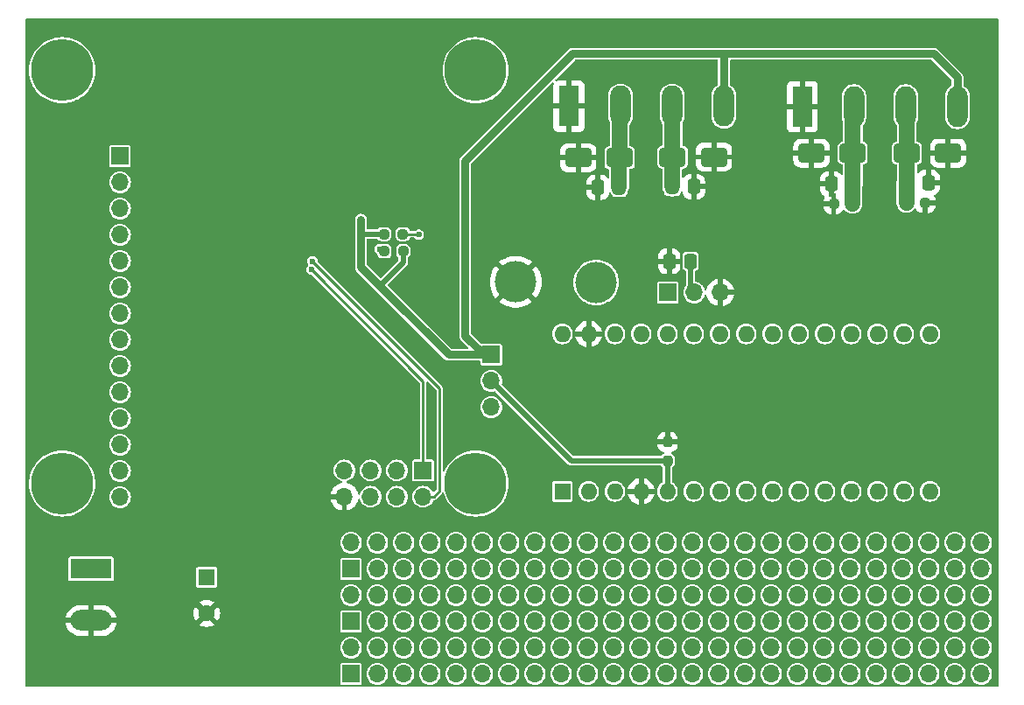
<source format=gbr>
%TF.GenerationSoftware,KiCad,Pcbnew,8.0.1*%
%TF.CreationDate,2024-04-22T23:19:19-07:00*%
%TF.ProjectId,ThrottleControlBoard,5468726f-7474-46c6-9543-6f6e74726f6c,rev?*%
%TF.SameCoordinates,Original*%
%TF.FileFunction,Copper,L2,Bot*%
%TF.FilePolarity,Positive*%
%FSLAX46Y46*%
G04 Gerber Fmt 4.6, Leading zero omitted, Abs format (unit mm)*
G04 Created by KiCad (PCBNEW 8.0.1) date 2024-04-22 23:19:19*
%MOMM*%
%LPD*%
G01*
G04 APERTURE LIST*
G04 Aperture macros list*
%AMRoundRect*
0 Rectangle with rounded corners*
0 $1 Rounding radius*
0 $2 $3 $4 $5 $6 $7 $8 $9 X,Y pos of 4 corners*
0 Add a 4 corners polygon primitive as box body*
4,1,4,$2,$3,$4,$5,$6,$7,$8,$9,$2,$3,0*
0 Add four circle primitives for the rounded corners*
1,1,$1+$1,$2,$3*
1,1,$1+$1,$4,$5*
1,1,$1+$1,$6,$7*
1,1,$1+$1,$8,$9*
0 Add four rect primitives between the rounded corners*
20,1,$1+$1,$2,$3,$4,$5,0*
20,1,$1+$1,$4,$5,$6,$7,0*
20,1,$1+$1,$6,$7,$8,$9,0*
20,1,$1+$1,$8,$9,$2,$3,0*%
G04 Aperture macros list end*
%TA.AperFunction,ComponentPad*%
%ADD10R,1.700000X1.700000*%
%TD*%
%TA.AperFunction,ComponentPad*%
%ADD11O,1.700000X1.700000*%
%TD*%
%TA.AperFunction,ComponentPad*%
%ADD12C,4.000000*%
%TD*%
%TA.AperFunction,SMDPad,CuDef*%
%ADD13RoundRect,0.250000X-1.000000X-0.650000X1.000000X-0.650000X1.000000X0.650000X-1.000000X0.650000X0*%
%TD*%
%TA.AperFunction,SMDPad,CuDef*%
%ADD14RoundRect,0.250000X1.000000X0.650000X-1.000000X0.650000X-1.000000X-0.650000X1.000000X-0.650000X0*%
%TD*%
%TA.AperFunction,ComponentPad*%
%ADD15R,1.600000X1.600000*%
%TD*%
%TA.AperFunction,ComponentPad*%
%ADD16C,1.600000*%
%TD*%
%TA.AperFunction,SMDPad,CuDef*%
%ADD17RoundRect,0.250000X-0.337500X-0.475000X0.337500X-0.475000X0.337500X0.475000X-0.337500X0.475000X0*%
%TD*%
%TA.AperFunction,SMDPad,CuDef*%
%ADD18RoundRect,0.250000X0.337500X0.475000X-0.337500X0.475000X-0.337500X-0.475000X0.337500X-0.475000X0*%
%TD*%
%TA.AperFunction,SMDPad,CuDef*%
%ADD19RoundRect,0.237500X0.250000X0.237500X-0.250000X0.237500X-0.250000X-0.237500X0.250000X-0.237500X0*%
%TD*%
%TA.AperFunction,SMDPad,CuDef*%
%ADD20RoundRect,0.237500X-0.250000X-0.237500X0.250000X-0.237500X0.250000X0.237500X-0.250000X0.237500X0*%
%TD*%
%TA.AperFunction,SMDPad,CuDef*%
%ADD21RoundRect,0.237500X0.237500X-0.250000X0.237500X0.250000X-0.237500X0.250000X-0.237500X-0.250000X0*%
%TD*%
%TA.AperFunction,ComponentPad*%
%ADD22R,3.960000X1.980000*%
%TD*%
%TA.AperFunction,ComponentPad*%
%ADD23O,3.960000X1.980000*%
%TD*%
%TA.AperFunction,ComponentPad*%
%ADD24O,1.980000X3.960000*%
%TD*%
%TA.AperFunction,ComponentPad*%
%ADD25R,1.980000X3.960000*%
%TD*%
%TA.AperFunction,ComponentPad*%
%ADD26C,6.000000*%
%TD*%
%TA.AperFunction,ComponentPad*%
%ADD27O,1.600000X1.600000*%
%TD*%
%TA.AperFunction,ViaPad*%
%ADD28C,0.600000*%
%TD*%
%TA.AperFunction,Conductor*%
%ADD29C,0.750000*%
%TD*%
%TA.AperFunction,Conductor*%
%ADD30C,0.500000*%
%TD*%
%TA.AperFunction,Conductor*%
%ADD31C,1.500000*%
%TD*%
%TA.AperFunction,Conductor*%
%ADD32C,0.250000*%
%TD*%
G04 APERTURE END LIST*
D10*
%TO.P,J6,1,Pin_1*%
%TO.N,unconnected-(J6-Pin_1-Pad1)*%
X27940000Y-58420000D03*
D11*
%TO.P,J6,2,Pin_2*%
%TO.N,unconnected-(J6-Pin_2-Pad2)*%
X27940000Y-55880000D03*
%TO.P,J6,3,Pin_3*%
%TO.N,unconnected-(J6-Pin_3-Pad3)*%
X30480000Y-58420000D03*
%TO.P,J6,4,Pin_4*%
%TO.N,unconnected-(J6-Pin_4-Pad4)*%
X30480000Y-55880000D03*
%TO.P,J6,5,Pin_5*%
%TO.N,unconnected-(J6-Pin_5-Pad5)*%
X33020000Y-58420000D03*
%TO.P,J6,6,Pin_6*%
%TO.N,unconnected-(J6-Pin_6-Pad6)*%
X33020000Y-55880000D03*
%TO.P,J6,7,Pin_7*%
%TO.N,unconnected-(J6-Pin_7-Pad7)*%
X35560000Y-58420000D03*
%TO.P,J6,8,Pin_8*%
%TO.N,unconnected-(J6-Pin_8-Pad8)*%
X35560000Y-55880000D03*
%TO.P,J6,9,Pin_9*%
%TO.N,unconnected-(J6-Pin_9-Pad9)*%
X38100000Y-58420000D03*
%TO.P,J6,10,Pin_10*%
%TO.N,unconnected-(J6-Pin_10-Pad10)*%
X38100000Y-55880000D03*
%TO.P,J6,11,Pin_11*%
%TO.N,unconnected-(J6-Pin_11-Pad11)*%
X40640000Y-58420000D03*
%TO.P,J6,12,Pin_12*%
%TO.N,unconnected-(J6-Pin_12-Pad12)*%
X40640000Y-55880000D03*
%TO.P,J6,13,Pin_13*%
%TO.N,unconnected-(J6-Pin_13-Pad13)*%
X43180000Y-58420000D03*
%TO.P,J6,14,Pin_14*%
%TO.N,unconnected-(J6-Pin_14-Pad14)*%
X43180000Y-55880000D03*
%TO.P,J6,15,Pin_15*%
%TO.N,unconnected-(J6-Pin_15-Pad15)*%
X45720000Y-58420000D03*
%TO.P,J6,16,Pin_16*%
%TO.N,unconnected-(J6-Pin_16-Pad16)*%
X45720000Y-55880000D03*
%TO.P,J6,17,Pin_17*%
%TO.N,unconnected-(J6-Pin_17-Pad17)*%
X48260000Y-58420000D03*
%TO.P,J6,18,Pin_18*%
%TO.N,unconnected-(J6-Pin_18-Pad18)*%
X48260000Y-55880000D03*
%TO.P,J6,19,Pin_19*%
%TO.N,unconnected-(J6-Pin_19-Pad19)*%
X50800000Y-58420000D03*
%TO.P,J6,20,Pin_20*%
%TO.N,unconnected-(J6-Pin_20-Pad20)*%
X50800000Y-55880000D03*
%TO.P,J6,21,Pin_21*%
%TO.N,unconnected-(J6-Pin_21-Pad21)*%
X53340000Y-58420000D03*
%TO.P,J6,22,Pin_22*%
%TO.N,unconnected-(J6-Pin_22-Pad22)*%
X53340000Y-55880000D03*
%TO.P,J6,23,Pin_23*%
%TO.N,unconnected-(J6-Pin_23-Pad23)*%
X55880000Y-58420000D03*
%TO.P,J6,24,Pin_24*%
%TO.N,unconnected-(J6-Pin_24-Pad24)*%
X55880000Y-55880000D03*
%TO.P,J6,25,Pin_25*%
%TO.N,unconnected-(J6-Pin_25-Pad25)*%
X58420000Y-58420000D03*
%TO.P,J6,26,Pin_26*%
%TO.N,unconnected-(J6-Pin_26-Pad26)*%
X58420000Y-55880000D03*
%TO.P,J6,27,Pin_27*%
%TO.N,unconnected-(J6-Pin_27-Pad27)*%
X60960000Y-58420000D03*
%TO.P,J6,28,Pin_28*%
%TO.N,unconnected-(J6-Pin_28-Pad28)*%
X60960000Y-55880000D03*
%TO.P,J6,29,Pin_29*%
%TO.N,unconnected-(J6-Pin_29-Pad29)*%
X63500000Y-58420000D03*
%TO.P,J6,30,Pin_30*%
%TO.N,unconnected-(J6-Pin_30-Pad30)*%
X63500000Y-55880000D03*
%TO.P,J6,31,Pin_31*%
%TO.N,unconnected-(J6-Pin_31-Pad31)*%
X66040000Y-58420000D03*
%TO.P,J6,32,Pin_32*%
%TO.N,unconnected-(J6-Pin_32-Pad32)*%
X66040000Y-55880000D03*
%TO.P,J6,33,Pin_33*%
%TO.N,unconnected-(J6-Pin_33-Pad33)*%
X68580000Y-58420000D03*
%TO.P,J6,34,Pin_34*%
%TO.N,unconnected-(J6-Pin_34-Pad34)*%
X68580000Y-55880000D03*
%TO.P,J6,35,Pin_35*%
%TO.N,unconnected-(J6-Pin_35-Pad35)*%
X71120000Y-58420000D03*
%TO.P,J6,36,Pin_36*%
%TO.N,unconnected-(J6-Pin_36-Pad36)*%
X71120000Y-55880000D03*
%TO.P,J6,37,Pin_37*%
%TO.N,unconnected-(J6-Pin_37-Pad37)*%
X73660000Y-58420000D03*
%TO.P,J6,38,Pin_38*%
%TO.N,unconnected-(J6-Pin_38-Pad38)*%
X73660000Y-55880000D03*
%TO.P,J6,39,Pin_39*%
%TO.N,unconnected-(J6-Pin_39-Pad39)*%
X76200000Y-58420000D03*
%TO.P,J6,40,Pin_40*%
%TO.N,unconnected-(J6-Pin_40-Pad40)*%
X76200000Y-55880000D03*
%TO.P,J6,41,Pin_41*%
%TO.N,unconnected-(J6-Pin_41-Pad41)*%
X78740000Y-58420000D03*
%TO.P,J6,42,Pin_42*%
%TO.N,unconnected-(J6-Pin_42-Pad42)*%
X78740000Y-55880000D03*
%TO.P,J6,43,Pin_43*%
%TO.N,unconnected-(J6-Pin_43-Pad43)*%
X81280000Y-58420000D03*
%TO.P,J6,44,Pin_44*%
%TO.N,unconnected-(J6-Pin_44-Pad44)*%
X81280000Y-55880000D03*
%TO.P,J6,45,Pin_45*%
%TO.N,unconnected-(J6-Pin_45-Pad45)*%
X83820000Y-58420000D03*
%TO.P,J6,46,Pin_46*%
%TO.N,unconnected-(J6-Pin_46-Pad46)*%
X83820000Y-55880000D03*
%TO.P,J6,47,Pin_47*%
%TO.N,unconnected-(J6-Pin_47-Pad47)*%
X86360000Y-58420000D03*
%TO.P,J6,48,Pin_48*%
%TO.N,unconnected-(J6-Pin_48-Pad48)*%
X86360000Y-55880000D03*
%TO.P,J6,49,Pin_49*%
%TO.N,unconnected-(J6-Pin_49-Pad49)*%
X88900000Y-58420000D03*
%TO.P,J6,50,Pin_50*%
%TO.N,unconnected-(J6-Pin_50-Pad50)*%
X88900000Y-55880000D03*
%TD*%
D10*
%TO.P,J7,1,Pin_1*%
%TO.N,unconnected-(J7-Pin_1-Pad1)*%
X27940000Y-53340000D03*
D11*
%TO.P,J7,2,Pin_2*%
%TO.N,unconnected-(J7-Pin_2-Pad2)*%
X27940000Y-50800000D03*
%TO.P,J7,3,Pin_3*%
%TO.N,unconnected-(J7-Pin_3-Pad3)*%
X30480000Y-53340000D03*
%TO.P,J7,4,Pin_4*%
%TO.N,unconnected-(J7-Pin_4-Pad4)*%
X30480000Y-50800000D03*
%TO.P,J7,5,Pin_5*%
%TO.N,unconnected-(J7-Pin_5-Pad5)*%
X33020000Y-53340000D03*
%TO.P,J7,6,Pin_6*%
%TO.N,unconnected-(J7-Pin_6-Pad6)*%
X33020000Y-50800000D03*
%TO.P,J7,7,Pin_7*%
%TO.N,unconnected-(J7-Pin_7-Pad7)*%
X35560000Y-53340000D03*
%TO.P,J7,8,Pin_8*%
%TO.N,unconnected-(J7-Pin_8-Pad8)*%
X35560000Y-50800000D03*
%TO.P,J7,9,Pin_9*%
%TO.N,unconnected-(J7-Pin_9-Pad9)*%
X38100000Y-53340000D03*
%TO.P,J7,10,Pin_10*%
%TO.N,unconnected-(J7-Pin_10-Pad10)*%
X38100000Y-50800000D03*
%TO.P,J7,11,Pin_11*%
%TO.N,unconnected-(J7-Pin_11-Pad11)*%
X40640000Y-53340000D03*
%TO.P,J7,12,Pin_12*%
%TO.N,unconnected-(J7-Pin_12-Pad12)*%
X40640000Y-50800000D03*
%TO.P,J7,13,Pin_13*%
%TO.N,unconnected-(J7-Pin_13-Pad13)*%
X43180000Y-53340000D03*
%TO.P,J7,14,Pin_14*%
%TO.N,unconnected-(J7-Pin_14-Pad14)*%
X43180000Y-50800000D03*
%TO.P,J7,15,Pin_15*%
%TO.N,unconnected-(J7-Pin_15-Pad15)*%
X45720000Y-53340000D03*
%TO.P,J7,16,Pin_16*%
%TO.N,unconnected-(J7-Pin_16-Pad16)*%
X45720000Y-50800000D03*
%TO.P,J7,17,Pin_17*%
%TO.N,unconnected-(J7-Pin_17-Pad17)*%
X48260000Y-53340000D03*
%TO.P,J7,18,Pin_18*%
%TO.N,unconnected-(J7-Pin_18-Pad18)*%
X48260000Y-50800000D03*
%TO.P,J7,19,Pin_19*%
%TO.N,unconnected-(J7-Pin_19-Pad19)*%
X50800000Y-53340000D03*
%TO.P,J7,20,Pin_20*%
%TO.N,unconnected-(J7-Pin_20-Pad20)*%
X50800000Y-50800000D03*
%TO.P,J7,21,Pin_21*%
%TO.N,unconnected-(J7-Pin_21-Pad21)*%
X53340000Y-53340000D03*
%TO.P,J7,22,Pin_22*%
%TO.N,unconnected-(J7-Pin_22-Pad22)*%
X53340000Y-50800000D03*
%TO.P,J7,23,Pin_23*%
%TO.N,unconnected-(J7-Pin_23-Pad23)*%
X55880000Y-53340000D03*
%TO.P,J7,24,Pin_24*%
%TO.N,unconnected-(J7-Pin_24-Pad24)*%
X55880000Y-50800000D03*
%TO.P,J7,25,Pin_25*%
%TO.N,unconnected-(J7-Pin_25-Pad25)*%
X58420000Y-53340000D03*
%TO.P,J7,26,Pin_26*%
%TO.N,unconnected-(J7-Pin_26-Pad26)*%
X58420000Y-50800000D03*
%TO.P,J7,27,Pin_27*%
%TO.N,unconnected-(J7-Pin_27-Pad27)*%
X60960000Y-53340000D03*
%TO.P,J7,28,Pin_28*%
%TO.N,unconnected-(J7-Pin_28-Pad28)*%
X60960000Y-50800000D03*
%TO.P,J7,29,Pin_29*%
%TO.N,unconnected-(J7-Pin_29-Pad29)*%
X63500000Y-53340000D03*
%TO.P,J7,30,Pin_30*%
%TO.N,unconnected-(J7-Pin_30-Pad30)*%
X63500000Y-50800000D03*
%TO.P,J7,31,Pin_31*%
%TO.N,unconnected-(J7-Pin_31-Pad31)*%
X66040000Y-53340000D03*
%TO.P,J7,32,Pin_32*%
%TO.N,unconnected-(J7-Pin_32-Pad32)*%
X66040000Y-50800000D03*
%TO.P,J7,33,Pin_33*%
%TO.N,unconnected-(J7-Pin_33-Pad33)*%
X68580000Y-53340000D03*
%TO.P,J7,34,Pin_34*%
%TO.N,unconnected-(J7-Pin_34-Pad34)*%
X68580000Y-50800000D03*
%TO.P,J7,35,Pin_35*%
%TO.N,unconnected-(J7-Pin_35-Pad35)*%
X71120000Y-53340000D03*
%TO.P,J7,36,Pin_36*%
%TO.N,unconnected-(J7-Pin_36-Pad36)*%
X71120000Y-50800000D03*
%TO.P,J7,37,Pin_37*%
%TO.N,unconnected-(J7-Pin_37-Pad37)*%
X73660000Y-53340000D03*
%TO.P,J7,38,Pin_38*%
%TO.N,unconnected-(J7-Pin_38-Pad38)*%
X73660000Y-50800000D03*
%TO.P,J7,39,Pin_39*%
%TO.N,unconnected-(J7-Pin_39-Pad39)*%
X76200000Y-53340000D03*
%TO.P,J7,40,Pin_40*%
%TO.N,unconnected-(J7-Pin_40-Pad40)*%
X76200000Y-50800000D03*
%TO.P,J7,41,Pin_41*%
%TO.N,unconnected-(J7-Pin_41-Pad41)*%
X78740000Y-53340000D03*
%TO.P,J7,42,Pin_42*%
%TO.N,unconnected-(J7-Pin_42-Pad42)*%
X78740000Y-50800000D03*
%TO.P,J7,43,Pin_43*%
%TO.N,unconnected-(J7-Pin_43-Pad43)*%
X81280000Y-53340000D03*
%TO.P,J7,44,Pin_44*%
%TO.N,unconnected-(J7-Pin_44-Pad44)*%
X81280000Y-50800000D03*
%TO.P,J7,45,Pin_45*%
%TO.N,unconnected-(J7-Pin_45-Pad45)*%
X83820000Y-53340000D03*
%TO.P,J7,46,Pin_46*%
%TO.N,unconnected-(J7-Pin_46-Pad46)*%
X83820000Y-50800000D03*
%TO.P,J7,47,Pin_47*%
%TO.N,unconnected-(J7-Pin_47-Pad47)*%
X86360000Y-53340000D03*
%TO.P,J7,48,Pin_48*%
%TO.N,unconnected-(J7-Pin_48-Pad48)*%
X86360000Y-50800000D03*
%TO.P,J7,49,Pin_49*%
%TO.N,unconnected-(J7-Pin_49-Pad49)*%
X88900000Y-53340000D03*
%TO.P,J7,50,Pin_50*%
%TO.N,unconnected-(J7-Pin_50-Pad50)*%
X88900000Y-50800000D03*
%TD*%
D10*
%TO.P,J10,1,Pin_1*%
%TO.N,unconnected-(J10-Pin_1-Pad1)*%
X27940000Y-48260000D03*
D11*
%TO.P,J10,2,Pin_2*%
%TO.N,unconnected-(J10-Pin_2-Pad2)*%
X27940000Y-45720000D03*
%TO.P,J10,3,Pin_3*%
%TO.N,unconnected-(J10-Pin_3-Pad3)*%
X30480000Y-48260000D03*
%TO.P,J10,4,Pin_4*%
%TO.N,unconnected-(J10-Pin_4-Pad4)*%
X30480000Y-45720000D03*
%TO.P,J10,5,Pin_5*%
%TO.N,unconnected-(J10-Pin_5-Pad5)*%
X33020000Y-48260000D03*
%TO.P,J10,6,Pin_6*%
%TO.N,unconnected-(J10-Pin_6-Pad6)*%
X33020000Y-45720000D03*
%TO.P,J10,7,Pin_7*%
%TO.N,unconnected-(J10-Pin_7-Pad7)*%
X35560000Y-48260000D03*
%TO.P,J10,8,Pin_8*%
%TO.N,unconnected-(J10-Pin_8-Pad8)*%
X35560000Y-45720000D03*
%TO.P,J10,9,Pin_9*%
%TO.N,unconnected-(J10-Pin_9-Pad9)*%
X38100000Y-48260000D03*
%TO.P,J10,10,Pin_10*%
%TO.N,unconnected-(J10-Pin_10-Pad10)*%
X38100000Y-45720000D03*
%TO.P,J10,11,Pin_11*%
%TO.N,unconnected-(J10-Pin_11-Pad11)*%
X40640000Y-48260000D03*
%TO.P,J10,12,Pin_12*%
%TO.N,unconnected-(J10-Pin_12-Pad12)*%
X40640000Y-45720000D03*
%TO.P,J10,13,Pin_13*%
%TO.N,unconnected-(J10-Pin_13-Pad13)*%
X43180000Y-48260000D03*
%TO.P,J10,14,Pin_14*%
%TO.N,unconnected-(J10-Pin_14-Pad14)*%
X43180000Y-45720000D03*
%TO.P,J10,15,Pin_15*%
%TO.N,unconnected-(J10-Pin_15-Pad15)*%
X45720000Y-48260000D03*
%TO.P,J10,16,Pin_16*%
%TO.N,unconnected-(J10-Pin_16-Pad16)*%
X45720000Y-45720000D03*
%TO.P,J10,17,Pin_17*%
%TO.N,unconnected-(J10-Pin_17-Pad17)*%
X48260000Y-48260000D03*
%TO.P,J10,18,Pin_18*%
%TO.N,unconnected-(J10-Pin_18-Pad18)*%
X48260000Y-45720000D03*
%TO.P,J10,19,Pin_19*%
%TO.N,unconnected-(J10-Pin_19-Pad19)*%
X50800000Y-48260000D03*
%TO.P,J10,20,Pin_20*%
%TO.N,unconnected-(J10-Pin_20-Pad20)*%
X50800000Y-45720000D03*
%TO.P,J10,21,Pin_21*%
%TO.N,unconnected-(J10-Pin_21-Pad21)*%
X53340000Y-48260000D03*
%TO.P,J10,22,Pin_22*%
%TO.N,unconnected-(J10-Pin_22-Pad22)*%
X53340000Y-45720000D03*
%TO.P,J10,23,Pin_23*%
%TO.N,unconnected-(J10-Pin_23-Pad23)*%
X55880000Y-48260000D03*
%TO.P,J10,24,Pin_24*%
%TO.N,unconnected-(J10-Pin_24-Pad24)*%
X55880000Y-45720000D03*
%TO.P,J10,25,Pin_25*%
%TO.N,unconnected-(J10-Pin_25-Pad25)*%
X58420000Y-48260000D03*
%TO.P,J10,26,Pin_26*%
%TO.N,unconnected-(J10-Pin_26-Pad26)*%
X58420000Y-45720000D03*
%TO.P,J10,27,Pin_27*%
%TO.N,unconnected-(J10-Pin_27-Pad27)*%
X60960000Y-48260000D03*
%TO.P,J10,28,Pin_28*%
%TO.N,unconnected-(J10-Pin_28-Pad28)*%
X60960000Y-45720000D03*
%TO.P,J10,29,Pin_29*%
%TO.N,unconnected-(J10-Pin_29-Pad29)*%
X63500000Y-48260000D03*
%TO.P,J10,30,Pin_30*%
%TO.N,unconnected-(J10-Pin_30-Pad30)*%
X63500000Y-45720000D03*
%TO.P,J10,31,Pin_31*%
%TO.N,unconnected-(J10-Pin_31-Pad31)*%
X66040000Y-48260000D03*
%TO.P,J10,32,Pin_32*%
%TO.N,unconnected-(J10-Pin_32-Pad32)*%
X66040000Y-45720000D03*
%TO.P,J10,33,Pin_33*%
%TO.N,unconnected-(J10-Pin_33-Pad33)*%
X68580000Y-48260000D03*
%TO.P,J10,34,Pin_34*%
%TO.N,unconnected-(J10-Pin_34-Pad34)*%
X68580000Y-45720000D03*
%TO.P,J10,35,Pin_35*%
%TO.N,unconnected-(J10-Pin_35-Pad35)*%
X71120000Y-48260000D03*
%TO.P,J10,36,Pin_36*%
%TO.N,unconnected-(J10-Pin_36-Pad36)*%
X71120000Y-45720000D03*
%TO.P,J10,37,Pin_37*%
%TO.N,unconnected-(J10-Pin_37-Pad37)*%
X73660000Y-48260000D03*
%TO.P,J10,38,Pin_38*%
%TO.N,unconnected-(J10-Pin_38-Pad38)*%
X73660000Y-45720000D03*
%TO.P,J10,39,Pin_39*%
%TO.N,unconnected-(J10-Pin_39-Pad39)*%
X76200000Y-48260000D03*
%TO.P,J10,40,Pin_40*%
%TO.N,unconnected-(J10-Pin_40-Pad40)*%
X76200000Y-45720000D03*
%TO.P,J10,41,Pin_41*%
%TO.N,unconnected-(J10-Pin_41-Pad41)*%
X78740000Y-48260000D03*
%TO.P,J10,42,Pin_42*%
%TO.N,unconnected-(J10-Pin_42-Pad42)*%
X78740000Y-45720000D03*
%TO.P,J10,43,Pin_43*%
%TO.N,unconnected-(J10-Pin_43-Pad43)*%
X81280000Y-48260000D03*
%TO.P,J10,44,Pin_44*%
%TO.N,unconnected-(J10-Pin_44-Pad44)*%
X81280000Y-45720000D03*
%TO.P,J10,45,Pin_45*%
%TO.N,unconnected-(J10-Pin_45-Pad45)*%
X83820000Y-48260000D03*
%TO.P,J10,46,Pin_46*%
%TO.N,unconnected-(J10-Pin_46-Pad46)*%
X83820000Y-45720000D03*
%TO.P,J10,47,Pin_47*%
%TO.N,unconnected-(J10-Pin_47-Pad47)*%
X86360000Y-48260000D03*
%TO.P,J10,48,Pin_48*%
%TO.N,unconnected-(J10-Pin_48-Pad48)*%
X86360000Y-45720000D03*
%TO.P,J10,49,Pin_49*%
%TO.N,unconnected-(J10-Pin_49-Pad49)*%
X88900000Y-48260000D03*
%TO.P,J10,50,Pin_50*%
%TO.N,unconnected-(J10-Pin_50-Pad50)*%
X88900000Y-45720000D03*
%TD*%
D12*
%TO.P,TP2,1,1*%
%TO.N,GND*%
X43870000Y-20490000D03*
%TD*%
%TO.P,TP1,1,1*%
%TO.N,Net-(A1-A6)*%
X51670000Y-20540000D03*
%TD*%
D13*
%TO.P,D17,1,A1*%
%TO.N,GND*%
X49930000Y-8470000D03*
%TO.P,D17,2,A2*%
%TO.N,PTPS2*%
X53930000Y-8470000D03*
%TD*%
D14*
%TO.P,D9,1,A1*%
%TO.N,GND*%
X63050000Y-8400000D03*
%TO.P,D9,2,A2*%
%TO.N,PTPS1*%
X59050000Y-8400000D03*
%TD*%
D13*
%TO.P,D4,2,A2*%
%TO.N,TBTPS2*%
X76480000Y-8020000D03*
%TO.P,D4,1,A1*%
%TO.N,GND*%
X72480000Y-8020000D03*
%TD*%
D14*
%TO.P,D2,2,A2*%
%TO.N,TBTPS1*%
X81710000Y-8020000D03*
%TO.P,D2,1,A1*%
%TO.N,GND*%
X85710000Y-8020000D03*
%TD*%
D11*
%TO.P,RV1,3,3*%
%TO.N,GND*%
X63670000Y-21510000D03*
%TO.P,RV1,2,2*%
%TO.N,Net-(A1-A6)*%
X61130000Y-21510000D03*
D10*
%TO.P,RV1,1,1*%
%TO.N,VDD*%
X58590000Y-21510000D03*
%TD*%
D15*
%TO.P,C8,1*%
%TO.N,VDD*%
X13980000Y-49067349D03*
D16*
%TO.P,C8,2*%
%TO.N,GND*%
X13980000Y-52567349D03*
%TD*%
D17*
%TO.P,C7,2*%
%TO.N,GND*%
X83805000Y-10870000D03*
%TO.P,C7,1*%
%TO.N,TBTPS1*%
X81730000Y-10870000D03*
%TD*%
D18*
%TO.P,C6,2*%
%TO.N,GND*%
X74415000Y-11010000D03*
%TO.P,C6,1*%
%TO.N,TBTPS2*%
X76490000Y-11010000D03*
%TD*%
D17*
%TO.P,C5,1*%
%TO.N,PTPS1*%
X59030000Y-11270000D03*
%TO.P,C5,2*%
%TO.N,GND*%
X61105000Y-11270000D03*
%TD*%
D18*
%TO.P,C4,1*%
%TO.N,PTPS2*%
X53880000Y-11330000D03*
%TO.P,C4,2*%
%TO.N,GND*%
X51805000Y-11330000D03*
%TD*%
%TO.P,C3,2*%
%TO.N,GND*%
X58722500Y-18500000D03*
%TO.P,C3,1*%
%TO.N,Net-(A1-A6)*%
X60797500Y-18500000D03*
%TD*%
D11*
%TO.P,SW2,3,C*%
%TO.N,unconnected-(SW2-C-Pad3)*%
X41510000Y-32610000D03*
%TO.P,SW2,2,B*%
%TO.N,Net-(A1-D2)*%
X41510000Y-30070000D03*
D10*
%TO.P,SW2,1,A*%
%TO.N,VDD*%
X41510000Y-27530000D03*
%TD*%
D19*
%TO.P,R12,2*%
%TO.N,GND*%
X74635000Y-12940000D03*
%TO.P,R12,1*%
%TO.N,TBTPS2*%
X76460000Y-12940000D03*
%TD*%
D20*
%TO.P,R11,2*%
%TO.N,GND*%
X83495000Y-12840000D03*
%TO.P,R11,1*%
%TO.N,TBTPS1*%
X81670000Y-12840000D03*
%TD*%
D21*
%TO.P,R10,2*%
%TO.N,GND*%
X58570000Y-35975000D03*
%TO.P,R10,1*%
%TO.N,Net-(A1-D2)*%
X58570000Y-37800000D03*
%TD*%
D20*
%TO.P,R9,1*%
%TO.N,VDD*%
X31125000Y-15850000D03*
%TO.P,R9,2*%
%TO.N,SDA*%
X32950000Y-15850000D03*
%TD*%
D19*
%TO.P,R8,1*%
%TO.N,VDD*%
X33002500Y-17505000D03*
%TO.P,R8,2*%
%TO.N,SCL*%
X31177500Y-17505000D03*
%TD*%
D22*
%TO.P,J5,1,Pin_1*%
%TO.N,VDD*%
X2800000Y-48260000D03*
D23*
%TO.P,J5,2,Pin_2*%
%TO.N,GND*%
X2800000Y-53260000D03*
%TD*%
D24*
%TO.P,J4,4,Pin_4*%
%TO.N,VDD*%
X86600000Y-3530000D03*
%TO.P,J4,3,Pin_3*%
%TO.N,TBTPS1*%
X81600000Y-3530000D03*
%TO.P,J4,2,Pin_2*%
%TO.N,TBTPS2*%
X76600000Y-3530000D03*
D25*
%TO.P,J4,1,Pin_1*%
%TO.N,GND*%
X71600000Y-3530000D03*
%TD*%
D10*
%TO.P,J3,1,Pin_1*%
%TO.N,PWM2*%
X5590000Y-8300000D03*
D11*
%TO.P,J3,2,Pin_2*%
%TO.N,PWM3*%
X5590000Y-10840000D03*
%TO.P,J3,3,Pin_3*%
%TO.N,PWM4*%
X5590000Y-13380000D03*
%TO.P,J3,4,Pin_4*%
%TO.N,PWM5*%
X5590000Y-15920000D03*
%TO.P,J3,5,Pin_5*%
%TO.N,PWM6*%
X5590000Y-18460000D03*
%TO.P,J3,6,Pin_6*%
%TO.N,PWM7*%
X5590000Y-21000000D03*
%TO.P,J3,7,Pin_7*%
%TO.N,PWM15*%
X5590000Y-23540000D03*
%TO.P,J3,8,Pin_8*%
%TO.N,PWM14*%
X5590000Y-26080000D03*
%TO.P,J3,9,Pin_9*%
%TO.N,PWM13*%
X5590000Y-28620000D03*
%TO.P,J3,10,Pin_10*%
%TO.N,PWM12*%
X5590000Y-31160000D03*
%TO.P,J3,11,Pin_11*%
%TO.N,PWM11*%
X5590000Y-33700000D03*
%TO.P,J3,12,Pin_12*%
%TO.N,PWM10*%
X5590000Y-36240000D03*
%TO.P,J3,13,Pin_13*%
%TO.N,PWM9*%
X5590000Y-38780000D03*
%TO.P,J3,14,Pin_14*%
%TO.N,PWM8*%
X5590000Y-41320000D03*
%TD*%
D24*
%TO.P,J2,4,Pin_4*%
%TO.N,VDD*%
X64020000Y-3470000D03*
%TO.P,J2,3,Pin_3*%
%TO.N,PTPS1*%
X59020000Y-3470000D03*
%TO.P,J2,2,Pin_2*%
%TO.N,PTPS2*%
X54020000Y-3470000D03*
D25*
%TO.P,J2,1,Pin_1*%
%TO.N,GND*%
X49020000Y-3470000D03*
%TD*%
D26*
%TO.P,REF\u002A\u002A,1*%
%TO.N,N/C*%
X40000000Y-40000000D03*
%TD*%
%TO.P,REF\u002A\u002A,1*%
%TO.N,N/C*%
X0Y-40000000D03*
%TD*%
%TO.P,REF\u002A\u002A,1*%
%TO.N,N/C*%
X40000000Y0D03*
%TD*%
%TO.P,REF\u002A\u002A,1*%
%TO.N,N/C*%
X0Y0D03*
%TD*%
D10*
%TO.P,J1,1,Pin_1*%
%TO.N,PWM1*%
X34920000Y-38730000D03*
D11*
%TO.P,J1,2,Pin_2*%
%TO.N,L_PWM*%
X34920000Y-41270000D03*
%TO.P,J1,3,Pin_3*%
%TO.N,L_EN*%
X32380000Y-38730000D03*
%TO.P,J1,4,Pin_4*%
X32380000Y-41270000D03*
%TO.P,J1,5,Pin_5*%
%TO.N,unconnected-(J1-Pin_5-Pad5)*%
X29840000Y-38730000D03*
%TO.P,J1,6,Pin_6*%
%TO.N,unconnected-(J1-Pin_6-Pad6)*%
X29840000Y-41270000D03*
%TO.P,J1,7,Pin_7*%
%TO.N,VDD*%
X27300000Y-38730000D03*
%TO.P,J1,8,Pin_8*%
%TO.N,GND*%
X27300000Y-41270000D03*
%TD*%
D27*
%TO.P,A1,30,VIN*%
%TO.N,unconnected-(A1-VIN-Pad30)*%
X48390000Y-25520000D03*
%TO.P,A1,29,GND*%
%TO.N,GND*%
X50930000Y-25520000D03*
%TO.P,A1,28,~{RESET}*%
%TO.N,unconnected-(A1-~{RESET}-Pad28)*%
X53470000Y-25520000D03*
%TO.P,A1,27,+5V*%
%TO.N,VDD*%
X56010000Y-25520000D03*
%TO.P,A1,26,A7*%
%TO.N,unconnected-(A1-A7-Pad26)*%
X58550000Y-25520000D03*
%TO.P,A1,25,A6*%
%TO.N,Net-(A1-A6)*%
X61090000Y-25520000D03*
%TO.P,A1,24,SCL/A5*%
%TO.N,SCL*%
X63630000Y-25520000D03*
%TO.P,A1,23,SDA/A4*%
%TO.N,SDA*%
X66170000Y-25520000D03*
%TO.P,A1,22,A3*%
%TO.N,PTPS2*%
X68710000Y-25520000D03*
%TO.P,A1,21,A2*%
%TO.N,PTPS1*%
X71250000Y-25520000D03*
%TO.P,A1,20,A1*%
%TO.N,TBTPS2*%
X73790000Y-25520000D03*
%TO.P,A1,19,A0*%
%TO.N,TBTPS1*%
X76330000Y-25520000D03*
%TO.P,A1,18,AREF*%
%TO.N,unconnected-(A1-AREF-Pad18)*%
X78870000Y-25520000D03*
%TO.P,A1,17,3V3*%
%TO.N,unconnected-(A1-3V3-Pad17)*%
X81410000Y-25520000D03*
%TO.P,A1,16,SCK*%
%TO.N,unconnected-(A1-SCK-Pad16)*%
X83950000Y-25520000D03*
%TO.P,A1,15,MISO*%
%TO.N,unconnected-(A1-MISO-Pad15)*%
X83950000Y-40760000D03*
%TO.P,A1,14,MOSI*%
%TO.N,unconnected-(A1-MOSI-Pad14)*%
X81410000Y-40760000D03*
%TO.P,A1,13,D10*%
%TO.N,unconnected-(A1-D10-Pad13)*%
X78870000Y-40760000D03*
%TO.P,A1,12,D9*%
%TO.N,unconnected-(A1-D9-Pad12)*%
X76330000Y-40760000D03*
%TO.P,A1,11,D8*%
%TO.N,unconnected-(A1-D8-Pad11)*%
X73790000Y-40760000D03*
%TO.P,A1,10,D7*%
%TO.N,unconnected-(A1-D7-Pad10)*%
X71250000Y-40760000D03*
%TO.P,A1,9,D6*%
%TO.N,unconnected-(A1-D6-Pad9)*%
X68710000Y-40760000D03*
%TO.P,A1,8,D5*%
%TO.N,unconnected-(A1-D5-Pad8)*%
X66170000Y-40760000D03*
%TO.P,A1,7,D4*%
%TO.N,unconnected-(A1-D4-Pad7)*%
X63630000Y-40760000D03*
%TO.P,A1,6,D3*%
%TO.N,L_EN*%
X61090000Y-40760000D03*
%TO.P,A1,5,D2*%
%TO.N,Net-(A1-D2)*%
X58550000Y-40760000D03*
%TO.P,A1,4,GND*%
%TO.N,GND*%
X56010000Y-40760000D03*
%TO.P,A1,3,~{RESET}*%
%TO.N,unconnected-(A1-~{RESET}-Pad3)*%
X53470000Y-40760000D03*
%TO.P,A1,2,RX1*%
%TO.N,unconnected-(A1-RX1-Pad2)*%
X50930000Y-40760000D03*
D15*
%TO.P,A1,1,TX1*%
%TO.N,unconnected-(A1-TX1-Pad1)*%
X48390000Y-40760000D03*
%TD*%
D28*
%TO.N,GND*%
X18630000Y-18550000D03*
X17350000Y-17880000D03*
X18450000Y-15680000D03*
X15190000Y-9700000D03*
X15510000Y-12760000D03*
X18120000Y-12700000D03*
X17770000Y-9640000D03*
X20870000Y-13210000D03*
X20660000Y-9650000D03*
X23640000Y-13800000D03*
X23310000Y-9590000D03*
X29580000Y-12740000D03*
X29300000Y-9320000D03*
X26620000Y-10010000D03*
X26580000Y-12900000D03*
X24500000Y-16870000D03*
X26640000Y-16070000D03*
X29810000Y-17420000D03*
X27970000Y-29360000D03*
X28920000Y-28330000D03*
X36320000Y-21540000D03*
X35860000Y-19890000D03*
X70840000Y-14560000D03*
X69640000Y-13190000D03*
X43930000Y-11520000D03*
X44200000Y-10120000D03*
X86290000Y-15330000D03*
X86090000Y-19530000D03*
X78480000Y-32890000D03*
X75850000Y-32390000D03*
X66370000Y-32950000D03*
X63360000Y-33190000D03*
X7450000Y-57760000D03*
X22370000Y-53320000D03*
X22670000Y-50980000D03*
X500000Y-22370000D03*
X810000Y-25480000D03*
X12290000Y-1640000D03*
X14460000Y-1240000D03*
X19660000Y-23780000D03*
X20320000Y-23800000D03*
X21030000Y-23800000D03*
%TO.N,VDD*%
X28900000Y-14470000D03*
%TO.N,SCL*%
X30700000Y-17290000D03*
%TO.N,SDA*%
X34500000Y-15900000D03*
%TO.N,L_PWM*%
X24221520Y-18490883D03*
%TO.N,PWM1*%
X24090000Y-19280000D03*
%TD*%
D29*
%TO.N,VDD*%
X49380000Y1600000D02*
X63990000Y1600000D01*
X38970000Y-8810000D02*
X49380000Y1600000D01*
X40830000Y-27530000D02*
X38970000Y-25670000D01*
X38970000Y-25670000D02*
X38970000Y-8810000D01*
X41510000Y-27530000D02*
X40830000Y-27530000D01*
X64020000Y1570000D02*
X63990000Y1600000D01*
X64020000Y-3470000D02*
X64020000Y1570000D01*
X63990000Y1600000D02*
X84310000Y1600000D01*
X86600000Y-690000D02*
X86600000Y-3530000D01*
X84310000Y1600000D02*
X86600000Y-690000D01*
D30*
X33002500Y-18567500D02*
X30710000Y-20860000D01*
X33002500Y-17505000D02*
X33002500Y-18567500D01*
D29*
X37380000Y-27530000D02*
X30710000Y-20860000D01*
X30710000Y-20860000D02*
X28900000Y-19050000D01*
D30*
X28910000Y-15850000D02*
X28900000Y-15840000D01*
X31125000Y-15850000D02*
X28910000Y-15850000D01*
D29*
X28900000Y-15840000D02*
X28900000Y-14470000D01*
X28900000Y-19050000D02*
X28900000Y-15840000D01*
X41510000Y-27530000D02*
X37380000Y-27530000D01*
D31*
%TO.N,TBTPS1*%
X81710000Y-3640000D02*
X81600000Y-3530000D01*
X81710000Y-8020000D02*
X81710000Y-3640000D01*
X81730000Y-8040000D02*
X81710000Y-8020000D01*
X81730000Y-10870000D02*
X81730000Y-8040000D01*
X81670000Y-12840000D02*
X81670000Y-10930000D01*
X81670000Y-10930000D02*
X81730000Y-10870000D01*
%TO.N,TBTPS2*%
X76460000Y-11040000D02*
X76490000Y-11010000D01*
X76460000Y-12940000D02*
X76460000Y-11040000D01*
X76490000Y-11010000D02*
X76490000Y-8030000D01*
X76490000Y-8030000D02*
X76480000Y-8020000D01*
X76480000Y-3650000D02*
X76600000Y-3530000D01*
X76480000Y-8020000D02*
X76480000Y-3650000D01*
%TO.N,PTPS1*%
X59030000Y-8420000D02*
X59050000Y-8400000D01*
X59030000Y-11270000D02*
X59030000Y-8420000D01*
X59050000Y-3500000D02*
X59020000Y-3470000D01*
X59050000Y-8400000D02*
X59050000Y-3500000D01*
%TO.N,PTPS2*%
X53930000Y-3560000D02*
X54020000Y-3470000D01*
X53930000Y-8470000D02*
X53930000Y-3560000D01*
X53880000Y-8520000D02*
X53930000Y-8470000D01*
X53880000Y-11330000D02*
X53880000Y-8520000D01*
D32*
%TO.N,SCL*%
X30915000Y-17505000D02*
X30700000Y-17290000D01*
X31177500Y-17505000D02*
X30915000Y-17505000D01*
%TO.N,SDA*%
X34450000Y-15850000D02*
X34500000Y-15900000D01*
X32950000Y-15850000D02*
X34450000Y-15850000D01*
D30*
%TO.N,Net-(A1-A6)*%
X60797500Y-21177500D02*
X61130000Y-21510000D01*
X60797500Y-18500000D02*
X60797500Y-21177500D01*
X61140000Y-25570000D02*
X61090000Y-25520000D01*
X61242500Y-25672500D02*
X61090000Y-25520000D01*
%TO.N,Net-(A1-D2)*%
X49240000Y-37800000D02*
X41510000Y-30070000D01*
X58570000Y-37800000D02*
X49240000Y-37800000D01*
X58570000Y-40740000D02*
X58550000Y-40760000D01*
X58570000Y-37800000D02*
X58570000Y-40740000D01*
D32*
%TO.N,L_PWM*%
X36520000Y-40700000D02*
X36520000Y-30789363D01*
X35950000Y-41270000D02*
X36520000Y-40700000D01*
X34920000Y-41270000D02*
X35950000Y-41270000D01*
X36520000Y-30789363D02*
X24221520Y-18490883D01*
%TO.N,PWM1*%
X34920000Y-30110000D02*
X24090000Y-19280000D01*
X34920000Y-38730000D02*
X34920000Y-30110000D01*
%TD*%
%TA.AperFunction,Conductor*%
%TO.N,GND*%
G36*
X90508691Y5030593D02*
G01*
X90544655Y4981093D01*
X90549500Y4950500D01*
X90549500Y-59590500D01*
X90530593Y-59648691D01*
X90481093Y-59684655D01*
X90450500Y-59689500D01*
X-3430500Y-59689500D01*
X-3488691Y-59670593D01*
X-3524655Y-59621093D01*
X-3529500Y-59590500D01*
X-3529500Y-59289746D01*
X26889500Y-59289746D01*
X26889501Y-59289758D01*
X26901132Y-59348227D01*
X26901134Y-59348233D01*
X26945445Y-59414548D01*
X26945448Y-59414552D01*
X27011769Y-59458867D01*
X27056231Y-59467711D01*
X27070241Y-59470498D01*
X27070246Y-59470498D01*
X27070252Y-59470500D01*
X27070253Y-59470500D01*
X28809747Y-59470500D01*
X28809748Y-59470500D01*
X28868231Y-59458867D01*
X28934552Y-59414552D01*
X28978867Y-59348231D01*
X28990500Y-59289748D01*
X28990500Y-58420003D01*
X29424417Y-58420003D01*
X29444698Y-58625929D01*
X29444699Y-58625934D01*
X29504768Y-58823954D01*
X29602316Y-59006452D01*
X29733585Y-59166404D01*
X29733590Y-59166410D01*
X29733595Y-59166414D01*
X29893547Y-59297683D01*
X29893548Y-59297683D01*
X29893550Y-59297685D01*
X30076046Y-59395232D01*
X30213997Y-59437078D01*
X30274065Y-59455300D01*
X30274070Y-59455301D01*
X30479997Y-59475583D01*
X30480000Y-59475583D01*
X30480003Y-59475583D01*
X30685929Y-59455301D01*
X30685934Y-59455300D01*
X30883954Y-59395232D01*
X31066450Y-59297685D01*
X31226410Y-59166410D01*
X31357685Y-59006450D01*
X31455232Y-58823954D01*
X31515300Y-58625934D01*
X31515301Y-58625929D01*
X31535583Y-58420003D01*
X31964417Y-58420003D01*
X31984698Y-58625929D01*
X31984699Y-58625934D01*
X32044768Y-58823954D01*
X32142316Y-59006452D01*
X32273585Y-59166404D01*
X32273590Y-59166410D01*
X32273595Y-59166414D01*
X32433547Y-59297683D01*
X32433548Y-59297683D01*
X32433550Y-59297685D01*
X32616046Y-59395232D01*
X32753997Y-59437078D01*
X32814065Y-59455300D01*
X32814070Y-59455301D01*
X33019997Y-59475583D01*
X33020000Y-59475583D01*
X33020003Y-59475583D01*
X33225929Y-59455301D01*
X33225934Y-59455300D01*
X33423954Y-59395232D01*
X33606450Y-59297685D01*
X33766410Y-59166410D01*
X33897685Y-59006450D01*
X33995232Y-58823954D01*
X34055300Y-58625934D01*
X34055301Y-58625929D01*
X34075583Y-58420003D01*
X34504417Y-58420003D01*
X34524698Y-58625929D01*
X34524699Y-58625934D01*
X34584768Y-58823954D01*
X34682316Y-59006452D01*
X34813585Y-59166404D01*
X34813590Y-59166410D01*
X34813595Y-59166414D01*
X34973547Y-59297683D01*
X34973548Y-59297683D01*
X34973550Y-59297685D01*
X35156046Y-59395232D01*
X35293997Y-59437078D01*
X35354065Y-59455300D01*
X35354070Y-59455301D01*
X35559997Y-59475583D01*
X35560000Y-59475583D01*
X35560003Y-59475583D01*
X35765929Y-59455301D01*
X35765934Y-59455300D01*
X35963954Y-59395232D01*
X36146450Y-59297685D01*
X36306410Y-59166410D01*
X36437685Y-59006450D01*
X36535232Y-58823954D01*
X36595300Y-58625934D01*
X36595301Y-58625929D01*
X36615583Y-58420003D01*
X37044417Y-58420003D01*
X37064698Y-58625929D01*
X37064699Y-58625934D01*
X37124768Y-58823954D01*
X37222316Y-59006452D01*
X37353585Y-59166404D01*
X37353590Y-59166410D01*
X37353595Y-59166414D01*
X37513547Y-59297683D01*
X37513548Y-59297683D01*
X37513550Y-59297685D01*
X37696046Y-59395232D01*
X37833997Y-59437078D01*
X37894065Y-59455300D01*
X37894070Y-59455301D01*
X38099997Y-59475583D01*
X38100000Y-59475583D01*
X38100003Y-59475583D01*
X38305929Y-59455301D01*
X38305934Y-59455300D01*
X38503954Y-59395232D01*
X38686450Y-59297685D01*
X38846410Y-59166410D01*
X38977685Y-59006450D01*
X39075232Y-58823954D01*
X39135300Y-58625934D01*
X39135301Y-58625929D01*
X39155583Y-58420003D01*
X39584417Y-58420003D01*
X39604698Y-58625929D01*
X39604699Y-58625934D01*
X39664768Y-58823954D01*
X39762316Y-59006452D01*
X39893585Y-59166404D01*
X39893590Y-59166410D01*
X39893595Y-59166414D01*
X40053547Y-59297683D01*
X40053548Y-59297683D01*
X40053550Y-59297685D01*
X40236046Y-59395232D01*
X40373997Y-59437078D01*
X40434065Y-59455300D01*
X40434070Y-59455301D01*
X40639997Y-59475583D01*
X40640000Y-59475583D01*
X40640003Y-59475583D01*
X40845929Y-59455301D01*
X40845934Y-59455300D01*
X41043954Y-59395232D01*
X41226450Y-59297685D01*
X41386410Y-59166410D01*
X41517685Y-59006450D01*
X41615232Y-58823954D01*
X41675300Y-58625934D01*
X41675301Y-58625929D01*
X41695583Y-58420003D01*
X42124417Y-58420003D01*
X42144698Y-58625929D01*
X42144699Y-58625934D01*
X42204768Y-58823954D01*
X42302316Y-59006452D01*
X42433585Y-59166404D01*
X42433590Y-59166410D01*
X42433595Y-59166414D01*
X42593547Y-59297683D01*
X42593548Y-59297683D01*
X42593550Y-59297685D01*
X42776046Y-59395232D01*
X42913997Y-59437078D01*
X42974065Y-59455300D01*
X42974070Y-59455301D01*
X43179997Y-59475583D01*
X43180000Y-59475583D01*
X43180003Y-59475583D01*
X43385929Y-59455301D01*
X43385934Y-59455300D01*
X43583954Y-59395232D01*
X43766450Y-59297685D01*
X43926410Y-59166410D01*
X44057685Y-59006450D01*
X44155232Y-58823954D01*
X44215300Y-58625934D01*
X44215301Y-58625929D01*
X44235583Y-58420003D01*
X44664417Y-58420003D01*
X44684698Y-58625929D01*
X44684699Y-58625934D01*
X44744768Y-58823954D01*
X44842316Y-59006452D01*
X44973585Y-59166404D01*
X44973590Y-59166410D01*
X44973595Y-59166414D01*
X45133547Y-59297683D01*
X45133548Y-59297683D01*
X45133550Y-59297685D01*
X45316046Y-59395232D01*
X45453997Y-59437078D01*
X45514065Y-59455300D01*
X45514070Y-59455301D01*
X45719997Y-59475583D01*
X45720000Y-59475583D01*
X45720003Y-59475583D01*
X45925929Y-59455301D01*
X45925934Y-59455300D01*
X46123954Y-59395232D01*
X46306450Y-59297685D01*
X46466410Y-59166410D01*
X46597685Y-59006450D01*
X46695232Y-58823954D01*
X46755300Y-58625934D01*
X46755301Y-58625929D01*
X46775583Y-58420003D01*
X47204417Y-58420003D01*
X47224698Y-58625929D01*
X47224699Y-58625934D01*
X47284768Y-58823954D01*
X47382316Y-59006452D01*
X47513585Y-59166404D01*
X47513590Y-59166410D01*
X47513595Y-59166414D01*
X47673547Y-59297683D01*
X47673548Y-59297683D01*
X47673550Y-59297685D01*
X47856046Y-59395232D01*
X47993997Y-59437078D01*
X48054065Y-59455300D01*
X48054070Y-59455301D01*
X48259997Y-59475583D01*
X48260000Y-59475583D01*
X48260003Y-59475583D01*
X48465929Y-59455301D01*
X48465934Y-59455300D01*
X48663954Y-59395232D01*
X48846450Y-59297685D01*
X49006410Y-59166410D01*
X49137685Y-59006450D01*
X49235232Y-58823954D01*
X49295300Y-58625934D01*
X49295301Y-58625929D01*
X49315583Y-58420003D01*
X49744417Y-58420003D01*
X49764698Y-58625929D01*
X49764699Y-58625934D01*
X49824768Y-58823954D01*
X49922316Y-59006452D01*
X50053585Y-59166404D01*
X50053590Y-59166410D01*
X50053595Y-59166414D01*
X50213547Y-59297683D01*
X50213548Y-59297683D01*
X50213550Y-59297685D01*
X50396046Y-59395232D01*
X50533997Y-59437078D01*
X50594065Y-59455300D01*
X50594070Y-59455301D01*
X50799997Y-59475583D01*
X50800000Y-59475583D01*
X50800003Y-59475583D01*
X51005929Y-59455301D01*
X51005934Y-59455300D01*
X51203954Y-59395232D01*
X51386450Y-59297685D01*
X51546410Y-59166410D01*
X51677685Y-59006450D01*
X51775232Y-58823954D01*
X51835300Y-58625934D01*
X51835301Y-58625929D01*
X51855583Y-58420003D01*
X52284417Y-58420003D01*
X52304698Y-58625929D01*
X52304699Y-58625934D01*
X52364768Y-58823954D01*
X52462316Y-59006452D01*
X52593585Y-59166404D01*
X52593590Y-59166410D01*
X52593595Y-59166414D01*
X52753547Y-59297683D01*
X52753548Y-59297683D01*
X52753550Y-59297685D01*
X52936046Y-59395232D01*
X53073997Y-59437078D01*
X53134065Y-59455300D01*
X53134070Y-59455301D01*
X53339997Y-59475583D01*
X53340000Y-59475583D01*
X53340003Y-59475583D01*
X53545929Y-59455301D01*
X53545934Y-59455300D01*
X53743954Y-59395232D01*
X53926450Y-59297685D01*
X54086410Y-59166410D01*
X54217685Y-59006450D01*
X54315232Y-58823954D01*
X54375300Y-58625934D01*
X54375301Y-58625929D01*
X54395583Y-58420003D01*
X54824417Y-58420003D01*
X54844698Y-58625929D01*
X54844699Y-58625934D01*
X54904768Y-58823954D01*
X55002316Y-59006452D01*
X55133585Y-59166404D01*
X55133590Y-59166410D01*
X55133595Y-59166414D01*
X55293547Y-59297683D01*
X55293548Y-59297683D01*
X55293550Y-59297685D01*
X55476046Y-59395232D01*
X55613997Y-59437078D01*
X55674065Y-59455300D01*
X55674070Y-59455301D01*
X55879997Y-59475583D01*
X55880000Y-59475583D01*
X55880003Y-59475583D01*
X56085929Y-59455301D01*
X56085934Y-59455300D01*
X56283954Y-59395232D01*
X56466450Y-59297685D01*
X56626410Y-59166410D01*
X56757685Y-59006450D01*
X56855232Y-58823954D01*
X56915300Y-58625934D01*
X56915301Y-58625929D01*
X56935583Y-58420003D01*
X57364417Y-58420003D01*
X57384698Y-58625929D01*
X57384699Y-58625934D01*
X57444768Y-58823954D01*
X57542316Y-59006452D01*
X57673585Y-59166404D01*
X57673590Y-59166410D01*
X57673595Y-59166414D01*
X57833547Y-59297683D01*
X57833548Y-59297683D01*
X57833550Y-59297685D01*
X58016046Y-59395232D01*
X58153997Y-59437078D01*
X58214065Y-59455300D01*
X58214070Y-59455301D01*
X58419997Y-59475583D01*
X58420000Y-59475583D01*
X58420003Y-59475583D01*
X58625929Y-59455301D01*
X58625934Y-59455300D01*
X58823954Y-59395232D01*
X59006450Y-59297685D01*
X59166410Y-59166410D01*
X59297685Y-59006450D01*
X59395232Y-58823954D01*
X59455300Y-58625934D01*
X59455301Y-58625929D01*
X59475583Y-58420003D01*
X59904417Y-58420003D01*
X59924698Y-58625929D01*
X59924699Y-58625934D01*
X59984768Y-58823954D01*
X60082316Y-59006452D01*
X60213585Y-59166404D01*
X60213590Y-59166410D01*
X60213595Y-59166414D01*
X60373547Y-59297683D01*
X60373548Y-59297683D01*
X60373550Y-59297685D01*
X60556046Y-59395232D01*
X60693997Y-59437078D01*
X60754065Y-59455300D01*
X60754070Y-59455301D01*
X60959997Y-59475583D01*
X60960000Y-59475583D01*
X60960003Y-59475583D01*
X61165929Y-59455301D01*
X61165934Y-59455300D01*
X61363954Y-59395232D01*
X61546450Y-59297685D01*
X61706410Y-59166410D01*
X61837685Y-59006450D01*
X61935232Y-58823954D01*
X61995300Y-58625934D01*
X61995301Y-58625929D01*
X62015583Y-58420003D01*
X62444417Y-58420003D01*
X62464698Y-58625929D01*
X62464699Y-58625934D01*
X62524768Y-58823954D01*
X62622316Y-59006452D01*
X62753585Y-59166404D01*
X62753590Y-59166410D01*
X62753595Y-59166414D01*
X62913547Y-59297683D01*
X62913548Y-59297683D01*
X62913550Y-59297685D01*
X63096046Y-59395232D01*
X63233997Y-59437078D01*
X63294065Y-59455300D01*
X63294070Y-59455301D01*
X63499997Y-59475583D01*
X63500000Y-59475583D01*
X63500003Y-59475583D01*
X63705929Y-59455301D01*
X63705934Y-59455300D01*
X63903954Y-59395232D01*
X64086450Y-59297685D01*
X64246410Y-59166410D01*
X64377685Y-59006450D01*
X64475232Y-58823954D01*
X64535300Y-58625934D01*
X64535301Y-58625929D01*
X64555583Y-58420003D01*
X64984417Y-58420003D01*
X65004698Y-58625929D01*
X65004699Y-58625934D01*
X65064768Y-58823954D01*
X65162316Y-59006452D01*
X65293585Y-59166404D01*
X65293590Y-59166410D01*
X65293595Y-59166414D01*
X65453547Y-59297683D01*
X65453548Y-59297683D01*
X65453550Y-59297685D01*
X65636046Y-59395232D01*
X65773997Y-59437078D01*
X65834065Y-59455300D01*
X65834070Y-59455301D01*
X66039997Y-59475583D01*
X66040000Y-59475583D01*
X66040003Y-59475583D01*
X66245929Y-59455301D01*
X66245934Y-59455300D01*
X66443954Y-59395232D01*
X66626450Y-59297685D01*
X66786410Y-59166410D01*
X66917685Y-59006450D01*
X67015232Y-58823954D01*
X67075300Y-58625934D01*
X67075301Y-58625929D01*
X67095583Y-58420003D01*
X67524417Y-58420003D01*
X67544698Y-58625929D01*
X67544699Y-58625934D01*
X67604768Y-58823954D01*
X67702316Y-59006452D01*
X67833585Y-59166404D01*
X67833590Y-59166410D01*
X67833595Y-59166414D01*
X67993547Y-59297683D01*
X67993548Y-59297683D01*
X67993550Y-59297685D01*
X68176046Y-59395232D01*
X68313997Y-59437078D01*
X68374065Y-59455300D01*
X68374070Y-59455301D01*
X68579997Y-59475583D01*
X68580000Y-59475583D01*
X68580003Y-59475583D01*
X68785929Y-59455301D01*
X68785934Y-59455300D01*
X68983954Y-59395232D01*
X69166450Y-59297685D01*
X69326410Y-59166410D01*
X69457685Y-59006450D01*
X69555232Y-58823954D01*
X69615300Y-58625934D01*
X69615301Y-58625929D01*
X69635583Y-58420003D01*
X70064417Y-58420003D01*
X70084698Y-58625929D01*
X70084699Y-58625934D01*
X70144768Y-58823954D01*
X70242316Y-59006452D01*
X70373585Y-59166404D01*
X70373590Y-59166410D01*
X70373595Y-59166414D01*
X70533547Y-59297683D01*
X70533548Y-59297683D01*
X70533550Y-59297685D01*
X70716046Y-59395232D01*
X70853997Y-59437078D01*
X70914065Y-59455300D01*
X70914070Y-59455301D01*
X71119997Y-59475583D01*
X71120000Y-59475583D01*
X71120003Y-59475583D01*
X71325929Y-59455301D01*
X71325934Y-59455300D01*
X71523954Y-59395232D01*
X71706450Y-59297685D01*
X71866410Y-59166410D01*
X71997685Y-59006450D01*
X72095232Y-58823954D01*
X72155300Y-58625934D01*
X72155301Y-58625929D01*
X72175583Y-58420003D01*
X72604417Y-58420003D01*
X72624698Y-58625929D01*
X72624699Y-58625934D01*
X72684768Y-58823954D01*
X72782316Y-59006452D01*
X72913585Y-59166404D01*
X72913590Y-59166410D01*
X72913595Y-59166414D01*
X73073547Y-59297683D01*
X73073548Y-59297683D01*
X73073550Y-59297685D01*
X73256046Y-59395232D01*
X73393997Y-59437078D01*
X73454065Y-59455300D01*
X73454070Y-59455301D01*
X73659997Y-59475583D01*
X73660000Y-59475583D01*
X73660003Y-59475583D01*
X73865929Y-59455301D01*
X73865934Y-59455300D01*
X74063954Y-59395232D01*
X74246450Y-59297685D01*
X74406410Y-59166410D01*
X74537685Y-59006450D01*
X74635232Y-58823954D01*
X74695300Y-58625934D01*
X74695301Y-58625929D01*
X74715583Y-58420003D01*
X75144417Y-58420003D01*
X75164698Y-58625929D01*
X75164699Y-58625934D01*
X75224768Y-58823954D01*
X75322316Y-59006452D01*
X75453585Y-59166404D01*
X75453590Y-59166410D01*
X75453595Y-59166414D01*
X75613547Y-59297683D01*
X75613548Y-59297683D01*
X75613550Y-59297685D01*
X75796046Y-59395232D01*
X75933997Y-59437078D01*
X75994065Y-59455300D01*
X75994070Y-59455301D01*
X76199997Y-59475583D01*
X76200000Y-59475583D01*
X76200003Y-59475583D01*
X76405929Y-59455301D01*
X76405934Y-59455300D01*
X76603954Y-59395232D01*
X76786450Y-59297685D01*
X76946410Y-59166410D01*
X77077685Y-59006450D01*
X77175232Y-58823954D01*
X77235300Y-58625934D01*
X77235301Y-58625929D01*
X77255583Y-58420003D01*
X77684417Y-58420003D01*
X77704698Y-58625929D01*
X77704699Y-58625934D01*
X77764768Y-58823954D01*
X77862316Y-59006452D01*
X77993585Y-59166404D01*
X77993590Y-59166410D01*
X77993595Y-59166414D01*
X78153547Y-59297683D01*
X78153548Y-59297683D01*
X78153550Y-59297685D01*
X78336046Y-59395232D01*
X78473997Y-59437078D01*
X78534065Y-59455300D01*
X78534070Y-59455301D01*
X78739997Y-59475583D01*
X78740000Y-59475583D01*
X78740003Y-59475583D01*
X78945929Y-59455301D01*
X78945934Y-59455300D01*
X79143954Y-59395232D01*
X79326450Y-59297685D01*
X79486410Y-59166410D01*
X79617685Y-59006450D01*
X79715232Y-58823954D01*
X79775300Y-58625934D01*
X79775301Y-58625929D01*
X79795583Y-58420003D01*
X80224417Y-58420003D01*
X80244698Y-58625929D01*
X80244699Y-58625934D01*
X80304768Y-58823954D01*
X80402316Y-59006452D01*
X80533585Y-59166404D01*
X80533590Y-59166410D01*
X80533595Y-59166414D01*
X80693547Y-59297683D01*
X80693548Y-59297683D01*
X80693550Y-59297685D01*
X80876046Y-59395232D01*
X81013997Y-59437078D01*
X81074065Y-59455300D01*
X81074070Y-59455301D01*
X81279997Y-59475583D01*
X81280000Y-59475583D01*
X81280003Y-59475583D01*
X81485929Y-59455301D01*
X81485934Y-59455300D01*
X81683954Y-59395232D01*
X81866450Y-59297685D01*
X82026410Y-59166410D01*
X82157685Y-59006450D01*
X82255232Y-58823954D01*
X82315300Y-58625934D01*
X82315301Y-58625929D01*
X82335583Y-58420003D01*
X82764417Y-58420003D01*
X82784698Y-58625929D01*
X82784699Y-58625934D01*
X82844768Y-58823954D01*
X82942316Y-59006452D01*
X83073585Y-59166404D01*
X83073590Y-59166410D01*
X83073595Y-59166414D01*
X83233547Y-59297683D01*
X83233548Y-59297683D01*
X83233550Y-59297685D01*
X83416046Y-59395232D01*
X83553997Y-59437078D01*
X83614065Y-59455300D01*
X83614070Y-59455301D01*
X83819997Y-59475583D01*
X83820000Y-59475583D01*
X83820003Y-59475583D01*
X84025929Y-59455301D01*
X84025934Y-59455300D01*
X84223954Y-59395232D01*
X84406450Y-59297685D01*
X84566410Y-59166410D01*
X84697685Y-59006450D01*
X84795232Y-58823954D01*
X84855300Y-58625934D01*
X84855301Y-58625929D01*
X84875583Y-58420003D01*
X85304417Y-58420003D01*
X85324698Y-58625929D01*
X85324699Y-58625934D01*
X85384768Y-58823954D01*
X85482316Y-59006452D01*
X85613585Y-59166404D01*
X85613590Y-59166410D01*
X85613595Y-59166414D01*
X85773547Y-59297683D01*
X85773548Y-59297683D01*
X85773550Y-59297685D01*
X85956046Y-59395232D01*
X86093997Y-59437078D01*
X86154065Y-59455300D01*
X86154070Y-59455301D01*
X86359997Y-59475583D01*
X86360000Y-59475583D01*
X86360003Y-59475583D01*
X86565929Y-59455301D01*
X86565934Y-59455300D01*
X86763954Y-59395232D01*
X86946450Y-59297685D01*
X87106410Y-59166410D01*
X87237685Y-59006450D01*
X87335232Y-58823954D01*
X87395300Y-58625934D01*
X87395301Y-58625929D01*
X87415583Y-58420003D01*
X87844417Y-58420003D01*
X87864698Y-58625929D01*
X87864699Y-58625934D01*
X87924768Y-58823954D01*
X88022316Y-59006452D01*
X88153585Y-59166404D01*
X88153590Y-59166410D01*
X88153595Y-59166414D01*
X88313547Y-59297683D01*
X88313548Y-59297683D01*
X88313550Y-59297685D01*
X88496046Y-59395232D01*
X88633997Y-59437078D01*
X88694065Y-59455300D01*
X88694070Y-59455301D01*
X88899997Y-59475583D01*
X88900000Y-59475583D01*
X88900003Y-59475583D01*
X89105929Y-59455301D01*
X89105934Y-59455300D01*
X89303954Y-59395232D01*
X89486450Y-59297685D01*
X89646410Y-59166410D01*
X89777685Y-59006450D01*
X89875232Y-58823954D01*
X89935300Y-58625934D01*
X89935301Y-58625929D01*
X89955583Y-58420003D01*
X89955583Y-58419996D01*
X89935301Y-58214070D01*
X89935300Y-58214065D01*
X89917078Y-58153997D01*
X89875232Y-58016046D01*
X89777685Y-57833550D01*
X89646410Y-57673590D01*
X89496123Y-57550253D01*
X89486452Y-57542316D01*
X89303954Y-57444768D01*
X89105934Y-57384699D01*
X89105929Y-57384698D01*
X88900003Y-57364417D01*
X88899997Y-57364417D01*
X88694070Y-57384698D01*
X88694065Y-57384699D01*
X88496045Y-57444768D01*
X88313547Y-57542316D01*
X88153595Y-57673585D01*
X88153585Y-57673595D01*
X88022316Y-57833547D01*
X87924768Y-58016045D01*
X87864699Y-58214065D01*
X87864698Y-58214070D01*
X87844417Y-58419996D01*
X87844417Y-58420003D01*
X87415583Y-58420003D01*
X87415583Y-58419996D01*
X87395301Y-58214070D01*
X87395300Y-58214065D01*
X87377078Y-58153997D01*
X87335232Y-58016046D01*
X87237685Y-57833550D01*
X87106410Y-57673590D01*
X86956123Y-57550253D01*
X86946452Y-57542316D01*
X86763954Y-57444768D01*
X86565934Y-57384699D01*
X86565929Y-57384698D01*
X86360003Y-57364417D01*
X86359997Y-57364417D01*
X86154070Y-57384698D01*
X86154065Y-57384699D01*
X85956045Y-57444768D01*
X85773547Y-57542316D01*
X85613595Y-57673585D01*
X85613585Y-57673595D01*
X85482316Y-57833547D01*
X85384768Y-58016045D01*
X85324699Y-58214065D01*
X85324698Y-58214070D01*
X85304417Y-58419996D01*
X85304417Y-58420003D01*
X84875583Y-58420003D01*
X84875583Y-58419996D01*
X84855301Y-58214070D01*
X84855300Y-58214065D01*
X84837078Y-58153997D01*
X84795232Y-58016046D01*
X84697685Y-57833550D01*
X84566410Y-57673590D01*
X84416123Y-57550253D01*
X84406452Y-57542316D01*
X84223954Y-57444768D01*
X84025934Y-57384699D01*
X84025929Y-57384698D01*
X83820003Y-57364417D01*
X83819997Y-57364417D01*
X83614070Y-57384698D01*
X83614065Y-57384699D01*
X83416045Y-57444768D01*
X83233547Y-57542316D01*
X83073595Y-57673585D01*
X83073585Y-57673595D01*
X82942316Y-57833547D01*
X82844768Y-58016045D01*
X82784699Y-58214065D01*
X82784698Y-58214070D01*
X82764417Y-58419996D01*
X82764417Y-58420003D01*
X82335583Y-58420003D01*
X82335583Y-58419996D01*
X82315301Y-58214070D01*
X82315300Y-58214065D01*
X82297078Y-58153997D01*
X82255232Y-58016046D01*
X82157685Y-57833550D01*
X82026410Y-57673590D01*
X81876123Y-57550253D01*
X81866452Y-57542316D01*
X81683954Y-57444768D01*
X81485934Y-57384699D01*
X81485929Y-57384698D01*
X81280003Y-57364417D01*
X81279997Y-57364417D01*
X81074070Y-57384698D01*
X81074065Y-57384699D01*
X80876045Y-57444768D01*
X80693547Y-57542316D01*
X80533595Y-57673585D01*
X80533585Y-57673595D01*
X80402316Y-57833547D01*
X80304768Y-58016045D01*
X80244699Y-58214065D01*
X80244698Y-58214070D01*
X80224417Y-58419996D01*
X80224417Y-58420003D01*
X79795583Y-58420003D01*
X79795583Y-58419996D01*
X79775301Y-58214070D01*
X79775300Y-58214065D01*
X79757078Y-58153997D01*
X79715232Y-58016046D01*
X79617685Y-57833550D01*
X79486410Y-57673590D01*
X79336123Y-57550253D01*
X79326452Y-57542316D01*
X79143954Y-57444768D01*
X78945934Y-57384699D01*
X78945929Y-57384698D01*
X78740003Y-57364417D01*
X78739997Y-57364417D01*
X78534070Y-57384698D01*
X78534065Y-57384699D01*
X78336045Y-57444768D01*
X78153547Y-57542316D01*
X77993595Y-57673585D01*
X77993585Y-57673595D01*
X77862316Y-57833547D01*
X77764768Y-58016045D01*
X77704699Y-58214065D01*
X77704698Y-58214070D01*
X77684417Y-58419996D01*
X77684417Y-58420003D01*
X77255583Y-58420003D01*
X77255583Y-58419996D01*
X77235301Y-58214070D01*
X77235300Y-58214065D01*
X77217078Y-58153997D01*
X77175232Y-58016046D01*
X77077685Y-57833550D01*
X76946410Y-57673590D01*
X76796123Y-57550253D01*
X76786452Y-57542316D01*
X76603954Y-57444768D01*
X76405934Y-57384699D01*
X76405929Y-57384698D01*
X76200003Y-57364417D01*
X76199997Y-57364417D01*
X75994070Y-57384698D01*
X75994065Y-57384699D01*
X75796045Y-57444768D01*
X75613547Y-57542316D01*
X75453595Y-57673585D01*
X75453585Y-57673595D01*
X75322316Y-57833547D01*
X75224768Y-58016045D01*
X75164699Y-58214065D01*
X75164698Y-58214070D01*
X75144417Y-58419996D01*
X75144417Y-58420003D01*
X74715583Y-58420003D01*
X74715583Y-58419996D01*
X74695301Y-58214070D01*
X74695300Y-58214065D01*
X74677078Y-58153997D01*
X74635232Y-58016046D01*
X74537685Y-57833550D01*
X74406410Y-57673590D01*
X74256123Y-57550253D01*
X74246452Y-57542316D01*
X74063954Y-57444768D01*
X73865934Y-57384699D01*
X73865929Y-57384698D01*
X73660003Y-57364417D01*
X73659997Y-57364417D01*
X73454070Y-57384698D01*
X73454065Y-57384699D01*
X73256045Y-57444768D01*
X73073547Y-57542316D01*
X72913595Y-57673585D01*
X72913585Y-57673595D01*
X72782316Y-57833547D01*
X72684768Y-58016045D01*
X72624699Y-58214065D01*
X72624698Y-58214070D01*
X72604417Y-58419996D01*
X72604417Y-58420003D01*
X72175583Y-58420003D01*
X72175583Y-58419996D01*
X72155301Y-58214070D01*
X72155300Y-58214065D01*
X72137078Y-58153997D01*
X72095232Y-58016046D01*
X71997685Y-57833550D01*
X71866410Y-57673590D01*
X71716123Y-57550253D01*
X71706452Y-57542316D01*
X71523954Y-57444768D01*
X71325934Y-57384699D01*
X71325929Y-57384698D01*
X71120003Y-57364417D01*
X71119997Y-57364417D01*
X70914070Y-57384698D01*
X70914065Y-57384699D01*
X70716045Y-57444768D01*
X70533547Y-57542316D01*
X70373595Y-57673585D01*
X70373585Y-57673595D01*
X70242316Y-57833547D01*
X70144768Y-58016045D01*
X70084699Y-58214065D01*
X70084698Y-58214070D01*
X70064417Y-58419996D01*
X70064417Y-58420003D01*
X69635583Y-58420003D01*
X69635583Y-58419996D01*
X69615301Y-58214070D01*
X69615300Y-58214065D01*
X69597078Y-58153997D01*
X69555232Y-58016046D01*
X69457685Y-57833550D01*
X69326410Y-57673590D01*
X69176123Y-57550253D01*
X69166452Y-57542316D01*
X68983954Y-57444768D01*
X68785934Y-57384699D01*
X68785929Y-57384698D01*
X68580003Y-57364417D01*
X68579997Y-57364417D01*
X68374070Y-57384698D01*
X68374065Y-57384699D01*
X68176045Y-57444768D01*
X67993547Y-57542316D01*
X67833595Y-57673585D01*
X67833585Y-57673595D01*
X67702316Y-57833547D01*
X67604768Y-58016045D01*
X67544699Y-58214065D01*
X67544698Y-58214070D01*
X67524417Y-58419996D01*
X67524417Y-58420003D01*
X67095583Y-58420003D01*
X67095583Y-58419996D01*
X67075301Y-58214070D01*
X67075300Y-58214065D01*
X67057078Y-58153997D01*
X67015232Y-58016046D01*
X66917685Y-57833550D01*
X66786410Y-57673590D01*
X66636123Y-57550253D01*
X66626452Y-57542316D01*
X66443954Y-57444768D01*
X66245934Y-57384699D01*
X66245929Y-57384698D01*
X66040003Y-57364417D01*
X66039997Y-57364417D01*
X65834070Y-57384698D01*
X65834065Y-57384699D01*
X65636045Y-57444768D01*
X65453547Y-57542316D01*
X65293595Y-57673585D01*
X65293585Y-57673595D01*
X65162316Y-57833547D01*
X65064768Y-58016045D01*
X65004699Y-58214065D01*
X65004698Y-58214070D01*
X64984417Y-58419996D01*
X64984417Y-58420003D01*
X64555583Y-58420003D01*
X64555583Y-58419996D01*
X64535301Y-58214070D01*
X64535300Y-58214065D01*
X64517078Y-58153997D01*
X64475232Y-58016046D01*
X64377685Y-57833550D01*
X64246410Y-57673590D01*
X64096123Y-57550253D01*
X64086452Y-57542316D01*
X63903954Y-57444768D01*
X63705934Y-57384699D01*
X63705929Y-57384698D01*
X63500003Y-57364417D01*
X63499997Y-57364417D01*
X63294070Y-57384698D01*
X63294065Y-57384699D01*
X63096045Y-57444768D01*
X62913547Y-57542316D01*
X62753595Y-57673585D01*
X62753585Y-57673595D01*
X62622316Y-57833547D01*
X62524768Y-58016045D01*
X62464699Y-58214065D01*
X62464698Y-58214070D01*
X62444417Y-58419996D01*
X62444417Y-58420003D01*
X62015583Y-58420003D01*
X62015583Y-58419996D01*
X61995301Y-58214070D01*
X61995300Y-58214065D01*
X61977078Y-58153997D01*
X61935232Y-58016046D01*
X61837685Y-57833550D01*
X61706410Y-57673590D01*
X61556123Y-57550253D01*
X61546452Y-57542316D01*
X61363954Y-57444768D01*
X61165934Y-57384699D01*
X61165929Y-57384698D01*
X60960003Y-57364417D01*
X60959997Y-57364417D01*
X60754070Y-57384698D01*
X60754065Y-57384699D01*
X60556045Y-57444768D01*
X60373547Y-57542316D01*
X60213595Y-57673585D01*
X60213585Y-57673595D01*
X60082316Y-57833547D01*
X59984768Y-58016045D01*
X59924699Y-58214065D01*
X59924698Y-58214070D01*
X59904417Y-58419996D01*
X59904417Y-58420003D01*
X59475583Y-58420003D01*
X59475583Y-58419996D01*
X59455301Y-58214070D01*
X59455300Y-58214065D01*
X59437078Y-58153997D01*
X59395232Y-58016046D01*
X59297685Y-57833550D01*
X59166410Y-57673590D01*
X59016123Y-57550253D01*
X59006452Y-57542316D01*
X58823954Y-57444768D01*
X58625934Y-57384699D01*
X58625929Y-57384698D01*
X58420003Y-57364417D01*
X58419997Y-57364417D01*
X58214070Y-57384698D01*
X58214065Y-57384699D01*
X58016045Y-57444768D01*
X57833547Y-57542316D01*
X57673595Y-57673585D01*
X57673585Y-57673595D01*
X57542316Y-57833547D01*
X57444768Y-58016045D01*
X57384699Y-58214065D01*
X57384698Y-58214070D01*
X57364417Y-58419996D01*
X57364417Y-58420003D01*
X56935583Y-58420003D01*
X56935583Y-58419996D01*
X56915301Y-58214070D01*
X56915300Y-58214065D01*
X56897078Y-58153997D01*
X56855232Y-58016046D01*
X56757685Y-57833550D01*
X56626410Y-57673590D01*
X56476123Y-57550253D01*
X56466452Y-57542316D01*
X56283954Y-57444768D01*
X56085934Y-57384699D01*
X56085929Y-57384698D01*
X55880003Y-57364417D01*
X55879997Y-57364417D01*
X55674070Y-57384698D01*
X55674065Y-57384699D01*
X55476045Y-57444768D01*
X55293547Y-57542316D01*
X55133595Y-57673585D01*
X55133585Y-57673595D01*
X55002316Y-57833547D01*
X54904768Y-58016045D01*
X54844699Y-58214065D01*
X54844698Y-58214070D01*
X54824417Y-58419996D01*
X54824417Y-58420003D01*
X54395583Y-58420003D01*
X54395583Y-58419996D01*
X54375301Y-58214070D01*
X54375300Y-58214065D01*
X54357078Y-58153997D01*
X54315232Y-58016046D01*
X54217685Y-57833550D01*
X54086410Y-57673590D01*
X53936123Y-57550253D01*
X53926452Y-57542316D01*
X53743954Y-57444768D01*
X53545934Y-57384699D01*
X53545929Y-57384698D01*
X53340003Y-57364417D01*
X53339997Y-57364417D01*
X53134070Y-57384698D01*
X53134065Y-57384699D01*
X52936045Y-57444768D01*
X52753547Y-57542316D01*
X52593595Y-57673585D01*
X52593585Y-57673595D01*
X52462316Y-57833547D01*
X52364768Y-58016045D01*
X52304699Y-58214065D01*
X52304698Y-58214070D01*
X52284417Y-58419996D01*
X52284417Y-58420003D01*
X51855583Y-58420003D01*
X51855583Y-58419996D01*
X51835301Y-58214070D01*
X51835300Y-58214065D01*
X51817078Y-58153997D01*
X51775232Y-58016046D01*
X51677685Y-57833550D01*
X51546410Y-57673590D01*
X51396123Y-57550253D01*
X51386452Y-57542316D01*
X51203954Y-57444768D01*
X51005934Y-57384699D01*
X51005929Y-57384698D01*
X50800003Y-57364417D01*
X50799997Y-57364417D01*
X50594070Y-57384698D01*
X50594065Y-57384699D01*
X50396045Y-57444768D01*
X50213547Y-57542316D01*
X50053595Y-57673585D01*
X50053585Y-57673595D01*
X49922316Y-57833547D01*
X49824768Y-58016045D01*
X49764699Y-58214065D01*
X49764698Y-58214070D01*
X49744417Y-58419996D01*
X49744417Y-58420003D01*
X49315583Y-58420003D01*
X49315583Y-58419996D01*
X49295301Y-58214070D01*
X49295300Y-58214065D01*
X49277078Y-58153997D01*
X49235232Y-58016046D01*
X49137685Y-57833550D01*
X49006410Y-57673590D01*
X48856123Y-57550253D01*
X48846452Y-57542316D01*
X48663954Y-57444768D01*
X48465934Y-57384699D01*
X48465929Y-57384698D01*
X48260003Y-57364417D01*
X48259997Y-57364417D01*
X48054070Y-57384698D01*
X48054065Y-57384699D01*
X47856045Y-57444768D01*
X47673547Y-57542316D01*
X47513595Y-57673585D01*
X47513585Y-57673595D01*
X47382316Y-57833547D01*
X47284768Y-58016045D01*
X47224699Y-58214065D01*
X47224698Y-58214070D01*
X47204417Y-58419996D01*
X47204417Y-58420003D01*
X46775583Y-58420003D01*
X46775583Y-58419996D01*
X46755301Y-58214070D01*
X46755300Y-58214065D01*
X46737078Y-58153997D01*
X46695232Y-58016046D01*
X46597685Y-57833550D01*
X46466410Y-57673590D01*
X46316123Y-57550253D01*
X46306452Y-57542316D01*
X46123954Y-57444768D01*
X45925934Y-57384699D01*
X45925929Y-57384698D01*
X45720003Y-57364417D01*
X45719997Y-57364417D01*
X45514070Y-57384698D01*
X45514065Y-57384699D01*
X45316045Y-57444768D01*
X45133547Y-57542316D01*
X44973595Y-57673585D01*
X44973585Y-57673595D01*
X44842316Y-57833547D01*
X44744768Y-58016045D01*
X44684699Y-58214065D01*
X44684698Y-58214070D01*
X44664417Y-58419996D01*
X44664417Y-58420003D01*
X44235583Y-58420003D01*
X44235583Y-58419996D01*
X44215301Y-58214070D01*
X44215300Y-58214065D01*
X44197078Y-58153997D01*
X44155232Y-58016046D01*
X44057685Y-57833550D01*
X43926410Y-57673590D01*
X43776123Y-57550253D01*
X43766452Y-57542316D01*
X43583954Y-57444768D01*
X43385934Y-57384699D01*
X43385929Y-57384698D01*
X43180003Y-57364417D01*
X43179997Y-57364417D01*
X42974070Y-57384698D01*
X42974065Y-57384699D01*
X42776045Y-57444768D01*
X42593547Y-57542316D01*
X42433595Y-57673585D01*
X42433585Y-57673595D01*
X42302316Y-57833547D01*
X42204768Y-58016045D01*
X42144699Y-58214065D01*
X42144698Y-58214070D01*
X42124417Y-58419996D01*
X42124417Y-58420003D01*
X41695583Y-58420003D01*
X41695583Y-58419996D01*
X41675301Y-58214070D01*
X41675300Y-58214065D01*
X41657078Y-58153997D01*
X41615232Y-58016046D01*
X41517685Y-57833550D01*
X41386410Y-57673590D01*
X41236123Y-57550253D01*
X41226452Y-57542316D01*
X41043954Y-57444768D01*
X40845934Y-57384699D01*
X40845929Y-57384698D01*
X40640003Y-57364417D01*
X40639997Y-57364417D01*
X40434070Y-57384698D01*
X40434065Y-57384699D01*
X40236045Y-57444768D01*
X40053547Y-57542316D01*
X39893595Y-57673585D01*
X39893585Y-57673595D01*
X39762316Y-57833547D01*
X39664768Y-58016045D01*
X39604699Y-58214065D01*
X39604698Y-58214070D01*
X39584417Y-58419996D01*
X39584417Y-58420003D01*
X39155583Y-58420003D01*
X39155583Y-58419996D01*
X39135301Y-58214070D01*
X39135300Y-58214065D01*
X39117078Y-58153997D01*
X39075232Y-58016046D01*
X38977685Y-57833550D01*
X38846410Y-57673590D01*
X38696123Y-57550253D01*
X38686452Y-57542316D01*
X38503954Y-57444768D01*
X38305934Y-57384699D01*
X38305929Y-57384698D01*
X38100003Y-57364417D01*
X38099997Y-57364417D01*
X37894070Y-57384698D01*
X37894065Y-57384699D01*
X37696045Y-57444768D01*
X37513547Y-57542316D01*
X37353595Y-57673585D01*
X37353585Y-57673595D01*
X37222316Y-57833547D01*
X37124768Y-58016045D01*
X37064699Y-58214065D01*
X37064698Y-58214070D01*
X37044417Y-58419996D01*
X37044417Y-58420003D01*
X36615583Y-58420003D01*
X36615583Y-58419996D01*
X36595301Y-58214070D01*
X36595300Y-58214065D01*
X36577078Y-58153997D01*
X36535232Y-58016046D01*
X36437685Y-57833550D01*
X36306410Y-57673590D01*
X36156123Y-57550253D01*
X36146452Y-57542316D01*
X35963954Y-57444768D01*
X35765934Y-57384699D01*
X35765929Y-57384698D01*
X35560003Y-57364417D01*
X35559997Y-57364417D01*
X35354070Y-57384698D01*
X35354065Y-57384699D01*
X35156045Y-57444768D01*
X34973547Y-57542316D01*
X34813595Y-57673585D01*
X34813585Y-57673595D01*
X34682316Y-57833547D01*
X34584768Y-58016045D01*
X34524699Y-58214065D01*
X34524698Y-58214070D01*
X34504417Y-58419996D01*
X34504417Y-58420003D01*
X34075583Y-58420003D01*
X34075583Y-58419996D01*
X34055301Y-58214070D01*
X34055300Y-58214065D01*
X34037078Y-58153997D01*
X33995232Y-58016046D01*
X33897685Y-57833550D01*
X33766410Y-57673590D01*
X33616123Y-57550253D01*
X33606452Y-57542316D01*
X33423954Y-57444768D01*
X33225934Y-57384699D01*
X33225929Y-57384698D01*
X33020003Y-57364417D01*
X33019997Y-57364417D01*
X32814070Y-57384698D01*
X32814065Y-57384699D01*
X32616045Y-57444768D01*
X32433547Y-57542316D01*
X32273595Y-57673585D01*
X32273585Y-57673595D01*
X32142316Y-57833547D01*
X32044768Y-58016045D01*
X31984699Y-58214065D01*
X31984698Y-58214070D01*
X31964417Y-58419996D01*
X31964417Y-58420003D01*
X31535583Y-58420003D01*
X31535583Y-58419996D01*
X31515301Y-58214070D01*
X31515300Y-58214065D01*
X31497078Y-58153997D01*
X31455232Y-58016046D01*
X31357685Y-57833550D01*
X31226410Y-57673590D01*
X31076123Y-57550253D01*
X31066452Y-57542316D01*
X30883954Y-57444768D01*
X30685934Y-57384699D01*
X30685929Y-57384698D01*
X30480003Y-57364417D01*
X30479997Y-57364417D01*
X30274070Y-57384698D01*
X30274065Y-57384699D01*
X30076045Y-57444768D01*
X29893547Y-57542316D01*
X29733595Y-57673585D01*
X29733585Y-57673595D01*
X29602316Y-57833547D01*
X29504768Y-58016045D01*
X29444699Y-58214065D01*
X29444698Y-58214070D01*
X29424417Y-58419996D01*
X29424417Y-58420003D01*
X28990500Y-58420003D01*
X28990500Y-57550252D01*
X28988921Y-57542316D01*
X28987711Y-57536231D01*
X28978867Y-57491769D01*
X28934552Y-57425448D01*
X28934548Y-57425445D01*
X28868233Y-57381134D01*
X28868231Y-57381133D01*
X28868228Y-57381132D01*
X28868227Y-57381132D01*
X28809758Y-57369501D01*
X28809748Y-57369500D01*
X27070252Y-57369500D01*
X27070251Y-57369500D01*
X27070241Y-57369501D01*
X27011772Y-57381132D01*
X27011766Y-57381134D01*
X26945451Y-57425445D01*
X26945445Y-57425451D01*
X26901134Y-57491766D01*
X26901132Y-57491772D01*
X26889501Y-57550241D01*
X26889500Y-57550253D01*
X26889500Y-59289746D01*
X-3529500Y-59289746D01*
X-3529500Y-55880003D01*
X26884417Y-55880003D01*
X26904698Y-56085929D01*
X26904699Y-56085934D01*
X26964768Y-56283954D01*
X27062316Y-56466452D01*
X27193585Y-56626404D01*
X27193590Y-56626410D01*
X27193595Y-56626414D01*
X27353547Y-56757683D01*
X27353548Y-56757683D01*
X27353550Y-56757685D01*
X27536046Y-56855232D01*
X27673997Y-56897078D01*
X27734065Y-56915300D01*
X27734070Y-56915301D01*
X27939997Y-56935583D01*
X27940000Y-56935583D01*
X27940003Y-56935583D01*
X28145929Y-56915301D01*
X28145934Y-56915300D01*
X28343954Y-56855232D01*
X28526450Y-56757685D01*
X28686410Y-56626410D01*
X28817685Y-56466450D01*
X28915232Y-56283954D01*
X28975300Y-56085934D01*
X28975301Y-56085929D01*
X28995583Y-55880003D01*
X29424417Y-55880003D01*
X29444698Y-56085929D01*
X29444699Y-56085934D01*
X29504768Y-56283954D01*
X29602316Y-56466452D01*
X29733585Y-56626404D01*
X29733590Y-56626410D01*
X29733595Y-56626414D01*
X29893547Y-56757683D01*
X29893548Y-56757683D01*
X29893550Y-56757685D01*
X30076046Y-56855232D01*
X30213997Y-56897078D01*
X30274065Y-56915300D01*
X30274070Y-56915301D01*
X30479997Y-56935583D01*
X30480000Y-56935583D01*
X30480003Y-56935583D01*
X30685929Y-56915301D01*
X30685934Y-56915300D01*
X30883954Y-56855232D01*
X31066450Y-56757685D01*
X31226410Y-56626410D01*
X31357685Y-56466450D01*
X31455232Y-56283954D01*
X31515300Y-56085934D01*
X31515301Y-56085929D01*
X31535583Y-55880003D01*
X31964417Y-55880003D01*
X31984698Y-56085929D01*
X31984699Y-56085934D01*
X32044768Y-56283954D01*
X32142316Y-56466452D01*
X32273585Y-56626404D01*
X32273590Y-56626410D01*
X32273595Y-56626414D01*
X32433547Y-56757683D01*
X32433548Y-56757683D01*
X32433550Y-56757685D01*
X32616046Y-56855232D01*
X32753997Y-56897078D01*
X32814065Y-56915300D01*
X32814070Y-56915301D01*
X33019997Y-56935583D01*
X33020000Y-56935583D01*
X33020003Y-56935583D01*
X33225929Y-56915301D01*
X33225934Y-56915300D01*
X33423954Y-56855232D01*
X33606450Y-56757685D01*
X33766410Y-56626410D01*
X33897685Y-56466450D01*
X33995232Y-56283954D01*
X34055300Y-56085934D01*
X34055301Y-56085929D01*
X34075583Y-55880003D01*
X34504417Y-55880003D01*
X34524698Y-56085929D01*
X34524699Y-56085934D01*
X34584768Y-56283954D01*
X34682316Y-56466452D01*
X34813585Y-56626404D01*
X34813590Y-56626410D01*
X34813595Y-56626414D01*
X34973547Y-56757683D01*
X34973548Y-56757683D01*
X34973550Y-56757685D01*
X35156046Y-56855232D01*
X35293997Y-56897078D01*
X35354065Y-56915300D01*
X35354070Y-56915301D01*
X35559997Y-56935583D01*
X35560000Y-56935583D01*
X35560003Y-56935583D01*
X35765929Y-56915301D01*
X35765934Y-56915300D01*
X35963954Y-56855232D01*
X36146450Y-56757685D01*
X36306410Y-56626410D01*
X36437685Y-56466450D01*
X36535232Y-56283954D01*
X36595300Y-56085934D01*
X36595301Y-56085929D01*
X36615583Y-55880003D01*
X37044417Y-55880003D01*
X37064698Y-56085929D01*
X37064699Y-56085934D01*
X37124768Y-56283954D01*
X37222316Y-56466452D01*
X37353585Y-56626404D01*
X37353590Y-56626410D01*
X37353595Y-56626414D01*
X37513547Y-56757683D01*
X37513548Y-56757683D01*
X37513550Y-56757685D01*
X37696046Y-56855232D01*
X37833997Y-56897078D01*
X37894065Y-56915300D01*
X37894070Y-56915301D01*
X38099997Y-56935583D01*
X38100000Y-56935583D01*
X38100003Y-56935583D01*
X38305929Y-56915301D01*
X38305934Y-56915300D01*
X38503954Y-56855232D01*
X38686450Y-56757685D01*
X38846410Y-56626410D01*
X38977685Y-56466450D01*
X39075232Y-56283954D01*
X39135300Y-56085934D01*
X39135301Y-56085929D01*
X39155583Y-55880003D01*
X39584417Y-55880003D01*
X39604698Y-56085929D01*
X39604699Y-56085934D01*
X39664768Y-56283954D01*
X39762316Y-56466452D01*
X39893585Y-56626404D01*
X39893590Y-56626410D01*
X39893595Y-56626414D01*
X40053547Y-56757683D01*
X40053548Y-56757683D01*
X40053550Y-56757685D01*
X40236046Y-56855232D01*
X40373997Y-56897078D01*
X40434065Y-56915300D01*
X40434070Y-56915301D01*
X40639997Y-56935583D01*
X40640000Y-56935583D01*
X40640003Y-56935583D01*
X40845929Y-56915301D01*
X40845934Y-56915300D01*
X41043954Y-56855232D01*
X41226450Y-56757685D01*
X41386410Y-56626410D01*
X41517685Y-56466450D01*
X41615232Y-56283954D01*
X41675300Y-56085934D01*
X41675301Y-56085929D01*
X41695583Y-55880003D01*
X42124417Y-55880003D01*
X42144698Y-56085929D01*
X42144699Y-56085934D01*
X42204768Y-56283954D01*
X42302316Y-56466452D01*
X42433585Y-56626404D01*
X42433590Y-56626410D01*
X42433595Y-56626414D01*
X42593547Y-56757683D01*
X42593548Y-56757683D01*
X42593550Y-56757685D01*
X42776046Y-56855232D01*
X42913997Y-56897078D01*
X42974065Y-56915300D01*
X42974070Y-56915301D01*
X43179997Y-56935583D01*
X43180000Y-56935583D01*
X43180003Y-56935583D01*
X43385929Y-56915301D01*
X43385934Y-56915300D01*
X43583954Y-56855232D01*
X43766450Y-56757685D01*
X43926410Y-56626410D01*
X44057685Y-56466450D01*
X44155232Y-56283954D01*
X44215300Y-56085934D01*
X44215301Y-56085929D01*
X44235583Y-55880003D01*
X44664417Y-55880003D01*
X44684698Y-56085929D01*
X44684699Y-56085934D01*
X44744768Y-56283954D01*
X44842316Y-56466452D01*
X44973585Y-56626404D01*
X44973590Y-56626410D01*
X44973595Y-56626414D01*
X45133547Y-56757683D01*
X45133548Y-56757683D01*
X45133550Y-56757685D01*
X45316046Y-56855232D01*
X45453997Y-56897078D01*
X45514065Y-56915300D01*
X45514070Y-56915301D01*
X45719997Y-56935583D01*
X45720000Y-56935583D01*
X45720003Y-56935583D01*
X45925929Y-56915301D01*
X45925934Y-56915300D01*
X46123954Y-56855232D01*
X46306450Y-56757685D01*
X46466410Y-56626410D01*
X46597685Y-56466450D01*
X46695232Y-56283954D01*
X46755300Y-56085934D01*
X46755301Y-56085929D01*
X46775583Y-55880003D01*
X47204417Y-55880003D01*
X47224698Y-56085929D01*
X47224699Y-56085934D01*
X47284768Y-56283954D01*
X47382316Y-56466452D01*
X47513585Y-56626404D01*
X47513590Y-56626410D01*
X47513595Y-56626414D01*
X47673547Y-56757683D01*
X47673548Y-56757683D01*
X47673550Y-56757685D01*
X47856046Y-56855232D01*
X47993997Y-56897078D01*
X48054065Y-56915300D01*
X48054070Y-56915301D01*
X48259997Y-56935583D01*
X48260000Y-56935583D01*
X48260003Y-56935583D01*
X48465929Y-56915301D01*
X48465934Y-56915300D01*
X48663954Y-56855232D01*
X48846450Y-56757685D01*
X49006410Y-56626410D01*
X49137685Y-56466450D01*
X49235232Y-56283954D01*
X49295300Y-56085934D01*
X49295301Y-56085929D01*
X49315583Y-55880003D01*
X49744417Y-55880003D01*
X49764698Y-56085929D01*
X49764699Y-56085934D01*
X49824768Y-56283954D01*
X49922316Y-56466452D01*
X50053585Y-56626404D01*
X50053590Y-56626410D01*
X50053595Y-56626414D01*
X50213547Y-56757683D01*
X50213548Y-56757683D01*
X50213550Y-56757685D01*
X50396046Y-56855232D01*
X50533997Y-56897078D01*
X50594065Y-56915300D01*
X50594070Y-56915301D01*
X50799997Y-56935583D01*
X50800000Y-56935583D01*
X50800003Y-56935583D01*
X51005929Y-56915301D01*
X51005934Y-56915300D01*
X51203954Y-56855232D01*
X51386450Y-56757685D01*
X51546410Y-56626410D01*
X51677685Y-56466450D01*
X51775232Y-56283954D01*
X51835300Y-56085934D01*
X51835301Y-56085929D01*
X51855583Y-55880003D01*
X52284417Y-55880003D01*
X52304698Y-56085929D01*
X52304699Y-56085934D01*
X52364768Y-56283954D01*
X52462316Y-56466452D01*
X52593585Y-56626404D01*
X52593590Y-56626410D01*
X52593595Y-56626414D01*
X52753547Y-56757683D01*
X52753548Y-56757683D01*
X52753550Y-56757685D01*
X52936046Y-56855232D01*
X53073997Y-56897078D01*
X53134065Y-56915300D01*
X53134070Y-56915301D01*
X53339997Y-56935583D01*
X53340000Y-56935583D01*
X53340003Y-56935583D01*
X53545929Y-56915301D01*
X53545934Y-56915300D01*
X53743954Y-56855232D01*
X53926450Y-56757685D01*
X54086410Y-56626410D01*
X54217685Y-56466450D01*
X54315232Y-56283954D01*
X54375300Y-56085934D01*
X54375301Y-56085929D01*
X54395583Y-55880003D01*
X54824417Y-55880003D01*
X54844698Y-56085929D01*
X54844699Y-56085934D01*
X54904768Y-56283954D01*
X55002316Y-56466452D01*
X55133585Y-56626404D01*
X55133590Y-56626410D01*
X55133595Y-56626414D01*
X55293547Y-56757683D01*
X55293548Y-56757683D01*
X55293550Y-56757685D01*
X55476046Y-56855232D01*
X55613997Y-56897078D01*
X55674065Y-56915300D01*
X55674070Y-56915301D01*
X55879997Y-56935583D01*
X55880000Y-56935583D01*
X55880003Y-56935583D01*
X56085929Y-56915301D01*
X56085934Y-56915300D01*
X56283954Y-56855232D01*
X56466450Y-56757685D01*
X56626410Y-56626410D01*
X56757685Y-56466450D01*
X56855232Y-56283954D01*
X56915300Y-56085934D01*
X56915301Y-56085929D01*
X56935583Y-55880003D01*
X57364417Y-55880003D01*
X57384698Y-56085929D01*
X57384699Y-56085934D01*
X57444768Y-56283954D01*
X57542316Y-56466452D01*
X57673585Y-56626404D01*
X57673590Y-56626410D01*
X57673595Y-56626414D01*
X57833547Y-56757683D01*
X57833548Y-56757683D01*
X57833550Y-56757685D01*
X58016046Y-56855232D01*
X58153997Y-56897078D01*
X58214065Y-56915300D01*
X58214070Y-56915301D01*
X58419997Y-56935583D01*
X58420000Y-56935583D01*
X58420003Y-56935583D01*
X58625929Y-56915301D01*
X58625934Y-56915300D01*
X58823954Y-56855232D01*
X59006450Y-56757685D01*
X59166410Y-56626410D01*
X59297685Y-56466450D01*
X59395232Y-56283954D01*
X59455300Y-56085934D01*
X59455301Y-56085929D01*
X59475583Y-55880003D01*
X59904417Y-55880003D01*
X59924698Y-56085929D01*
X59924699Y-56085934D01*
X59984768Y-56283954D01*
X60082316Y-56466452D01*
X60213585Y-56626404D01*
X60213590Y-56626410D01*
X60213595Y-56626414D01*
X60373547Y-56757683D01*
X60373548Y-56757683D01*
X60373550Y-56757685D01*
X60556046Y-56855232D01*
X60693997Y-56897078D01*
X60754065Y-56915300D01*
X60754070Y-56915301D01*
X60959997Y-56935583D01*
X60960000Y-56935583D01*
X60960003Y-56935583D01*
X61165929Y-56915301D01*
X61165934Y-56915300D01*
X61363954Y-56855232D01*
X61546450Y-56757685D01*
X61706410Y-56626410D01*
X61837685Y-56466450D01*
X61935232Y-56283954D01*
X61995300Y-56085934D01*
X61995301Y-56085929D01*
X62015583Y-55880003D01*
X62444417Y-55880003D01*
X62464698Y-56085929D01*
X62464699Y-56085934D01*
X62524768Y-56283954D01*
X62622316Y-56466452D01*
X62753585Y-56626404D01*
X62753590Y-56626410D01*
X62753595Y-56626414D01*
X62913547Y-56757683D01*
X62913548Y-56757683D01*
X62913550Y-56757685D01*
X63096046Y-56855232D01*
X63233997Y-56897078D01*
X63294065Y-56915300D01*
X63294070Y-56915301D01*
X63499997Y-56935583D01*
X63500000Y-56935583D01*
X63500003Y-56935583D01*
X63705929Y-56915301D01*
X63705934Y-56915300D01*
X63903954Y-56855232D01*
X64086450Y-56757685D01*
X64246410Y-56626410D01*
X64377685Y-56466450D01*
X64475232Y-56283954D01*
X64535300Y-56085934D01*
X64535301Y-56085929D01*
X64555583Y-55880003D01*
X64984417Y-55880003D01*
X65004698Y-56085929D01*
X65004699Y-56085934D01*
X65064768Y-56283954D01*
X65162316Y-56466452D01*
X65293585Y-56626404D01*
X65293590Y-56626410D01*
X65293595Y-56626414D01*
X65453547Y-56757683D01*
X65453548Y-56757683D01*
X65453550Y-56757685D01*
X65636046Y-56855232D01*
X65773997Y-56897078D01*
X65834065Y-56915300D01*
X65834070Y-56915301D01*
X66039997Y-56935583D01*
X66040000Y-56935583D01*
X66040003Y-56935583D01*
X66245929Y-56915301D01*
X66245934Y-56915300D01*
X66443954Y-56855232D01*
X66626450Y-56757685D01*
X66786410Y-56626410D01*
X66917685Y-56466450D01*
X67015232Y-56283954D01*
X67075300Y-56085934D01*
X67075301Y-56085929D01*
X67095583Y-55880003D01*
X67524417Y-55880003D01*
X67544698Y-56085929D01*
X67544699Y-56085934D01*
X67604768Y-56283954D01*
X67702316Y-56466452D01*
X67833585Y-56626404D01*
X67833590Y-56626410D01*
X67833595Y-56626414D01*
X67993547Y-56757683D01*
X67993548Y-56757683D01*
X67993550Y-56757685D01*
X68176046Y-56855232D01*
X68313997Y-56897078D01*
X68374065Y-56915300D01*
X68374070Y-56915301D01*
X68579997Y-56935583D01*
X68580000Y-56935583D01*
X68580003Y-56935583D01*
X68785929Y-56915301D01*
X68785934Y-56915300D01*
X68983954Y-56855232D01*
X69166450Y-56757685D01*
X69326410Y-56626410D01*
X69457685Y-56466450D01*
X69555232Y-56283954D01*
X69615300Y-56085934D01*
X69615301Y-56085929D01*
X69635583Y-55880003D01*
X70064417Y-55880003D01*
X70084698Y-56085929D01*
X70084699Y-56085934D01*
X70144768Y-56283954D01*
X70242316Y-56466452D01*
X70373585Y-56626404D01*
X70373590Y-56626410D01*
X70373595Y-56626414D01*
X70533547Y-56757683D01*
X70533548Y-56757683D01*
X70533550Y-56757685D01*
X70716046Y-56855232D01*
X70853997Y-56897078D01*
X70914065Y-56915300D01*
X70914070Y-56915301D01*
X71119997Y-56935583D01*
X71120000Y-56935583D01*
X71120003Y-56935583D01*
X71325929Y-56915301D01*
X71325934Y-56915300D01*
X71523954Y-56855232D01*
X71706450Y-56757685D01*
X71866410Y-56626410D01*
X71997685Y-56466450D01*
X72095232Y-56283954D01*
X72155300Y-56085934D01*
X72155301Y-56085929D01*
X72175583Y-55880003D01*
X72604417Y-55880003D01*
X72624698Y-56085929D01*
X72624699Y-56085934D01*
X72684768Y-56283954D01*
X72782316Y-56466452D01*
X72913585Y-56626404D01*
X72913590Y-56626410D01*
X72913595Y-56626414D01*
X73073547Y-56757683D01*
X73073548Y-56757683D01*
X73073550Y-56757685D01*
X73256046Y-56855232D01*
X73393997Y-56897078D01*
X73454065Y-56915300D01*
X73454070Y-56915301D01*
X73659997Y-56935583D01*
X73660000Y-56935583D01*
X73660003Y-56935583D01*
X73865929Y-56915301D01*
X73865934Y-56915300D01*
X74063954Y-56855232D01*
X74246450Y-56757685D01*
X74406410Y-56626410D01*
X74537685Y-56466450D01*
X74635232Y-56283954D01*
X74695300Y-56085934D01*
X74695301Y-56085929D01*
X74715583Y-55880003D01*
X75144417Y-55880003D01*
X75164698Y-56085929D01*
X75164699Y-56085934D01*
X75224768Y-56283954D01*
X75322316Y-56466452D01*
X75453585Y-56626404D01*
X75453590Y-56626410D01*
X75453595Y-56626414D01*
X75613547Y-56757683D01*
X75613548Y-56757683D01*
X75613550Y-56757685D01*
X75796046Y-56855232D01*
X75933997Y-56897078D01*
X75994065Y-56915300D01*
X75994070Y-56915301D01*
X76199997Y-56935583D01*
X76200000Y-56935583D01*
X76200003Y-56935583D01*
X76405929Y-56915301D01*
X76405934Y-56915300D01*
X76603954Y-56855232D01*
X76786450Y-56757685D01*
X76946410Y-56626410D01*
X77077685Y-56466450D01*
X77175232Y-56283954D01*
X77235300Y-56085934D01*
X77235301Y-56085929D01*
X77255583Y-55880003D01*
X77684417Y-55880003D01*
X77704698Y-56085929D01*
X77704699Y-56085934D01*
X77764768Y-56283954D01*
X77862316Y-56466452D01*
X77993585Y-56626404D01*
X77993590Y-56626410D01*
X77993595Y-56626414D01*
X78153547Y-56757683D01*
X78153548Y-56757683D01*
X78153550Y-56757685D01*
X78336046Y-56855232D01*
X78473997Y-56897078D01*
X78534065Y-56915300D01*
X78534070Y-56915301D01*
X78739997Y-56935583D01*
X78740000Y-56935583D01*
X78740003Y-56935583D01*
X78945929Y-56915301D01*
X78945934Y-56915300D01*
X79143954Y-56855232D01*
X79326450Y-56757685D01*
X79486410Y-56626410D01*
X79617685Y-56466450D01*
X79715232Y-56283954D01*
X79775300Y-56085934D01*
X79775301Y-56085929D01*
X79795583Y-55880003D01*
X80224417Y-55880003D01*
X80244698Y-56085929D01*
X80244699Y-56085934D01*
X80304768Y-56283954D01*
X80402316Y-56466452D01*
X80533585Y-56626404D01*
X80533590Y-56626410D01*
X80533595Y-56626414D01*
X80693547Y-56757683D01*
X80693548Y-56757683D01*
X80693550Y-56757685D01*
X80876046Y-56855232D01*
X81013997Y-56897078D01*
X81074065Y-56915300D01*
X81074070Y-56915301D01*
X81279997Y-56935583D01*
X81280000Y-56935583D01*
X81280003Y-56935583D01*
X81485929Y-56915301D01*
X81485934Y-56915300D01*
X81683954Y-56855232D01*
X81866450Y-56757685D01*
X82026410Y-56626410D01*
X82157685Y-56466450D01*
X82255232Y-56283954D01*
X82315300Y-56085934D01*
X82315301Y-56085929D01*
X82335583Y-55880003D01*
X82764417Y-55880003D01*
X82784698Y-56085929D01*
X82784699Y-56085934D01*
X82844768Y-56283954D01*
X82942316Y-56466452D01*
X83073585Y-56626404D01*
X83073590Y-56626410D01*
X83073595Y-56626414D01*
X83233547Y-56757683D01*
X83233548Y-56757683D01*
X83233550Y-56757685D01*
X83416046Y-56855232D01*
X83553997Y-56897078D01*
X83614065Y-56915300D01*
X83614070Y-56915301D01*
X83819997Y-56935583D01*
X83820000Y-56935583D01*
X83820003Y-56935583D01*
X84025929Y-56915301D01*
X84025934Y-56915300D01*
X84223954Y-56855232D01*
X84406450Y-56757685D01*
X84566410Y-56626410D01*
X84697685Y-56466450D01*
X84795232Y-56283954D01*
X84855300Y-56085934D01*
X84855301Y-56085929D01*
X84875583Y-55880003D01*
X85304417Y-55880003D01*
X85324698Y-56085929D01*
X85324699Y-56085934D01*
X85384768Y-56283954D01*
X85482316Y-56466452D01*
X85613585Y-56626404D01*
X85613590Y-56626410D01*
X85613595Y-56626414D01*
X85773547Y-56757683D01*
X85773548Y-56757683D01*
X85773550Y-56757685D01*
X85956046Y-56855232D01*
X86093997Y-56897078D01*
X86154065Y-56915300D01*
X86154070Y-56915301D01*
X86359997Y-56935583D01*
X86360000Y-56935583D01*
X86360003Y-56935583D01*
X86565929Y-56915301D01*
X86565934Y-56915300D01*
X86763954Y-56855232D01*
X86946450Y-56757685D01*
X87106410Y-56626410D01*
X87237685Y-56466450D01*
X87335232Y-56283954D01*
X87395300Y-56085934D01*
X87395301Y-56085929D01*
X87415583Y-55880003D01*
X87844417Y-55880003D01*
X87864698Y-56085929D01*
X87864699Y-56085934D01*
X87924768Y-56283954D01*
X88022316Y-56466452D01*
X88153585Y-56626404D01*
X88153590Y-56626410D01*
X88153595Y-56626414D01*
X88313547Y-56757683D01*
X88313548Y-56757683D01*
X88313550Y-56757685D01*
X88496046Y-56855232D01*
X88633997Y-56897078D01*
X88694065Y-56915300D01*
X88694070Y-56915301D01*
X88899997Y-56935583D01*
X88900000Y-56935583D01*
X88900003Y-56935583D01*
X89105929Y-56915301D01*
X89105934Y-56915300D01*
X89303954Y-56855232D01*
X89486450Y-56757685D01*
X89646410Y-56626410D01*
X89777685Y-56466450D01*
X89875232Y-56283954D01*
X89935300Y-56085934D01*
X89935301Y-56085929D01*
X89955583Y-55880003D01*
X89955583Y-55879996D01*
X89935301Y-55674070D01*
X89935300Y-55674065D01*
X89917078Y-55613997D01*
X89875232Y-55476046D01*
X89777685Y-55293550D01*
X89646410Y-55133590D01*
X89646404Y-55133585D01*
X89486452Y-55002316D01*
X89303954Y-54904768D01*
X89105934Y-54844699D01*
X89105929Y-54844698D01*
X88900003Y-54824417D01*
X88899997Y-54824417D01*
X88694070Y-54844698D01*
X88694065Y-54844699D01*
X88496045Y-54904768D01*
X88313547Y-55002316D01*
X88153595Y-55133585D01*
X88153585Y-55133595D01*
X88022316Y-55293547D01*
X87924768Y-55476045D01*
X87864699Y-55674065D01*
X87864698Y-55674070D01*
X87844417Y-55879996D01*
X87844417Y-55880003D01*
X87415583Y-55880003D01*
X87415583Y-55879996D01*
X87395301Y-55674070D01*
X87395300Y-55674065D01*
X87377078Y-55613997D01*
X87335232Y-55476046D01*
X87237685Y-55293550D01*
X87106410Y-55133590D01*
X87106404Y-55133585D01*
X86946452Y-55002316D01*
X86763954Y-54904768D01*
X86565934Y-54844699D01*
X86565929Y-54844698D01*
X86360003Y-54824417D01*
X86359997Y-54824417D01*
X86154070Y-54844698D01*
X86154065Y-54844699D01*
X85956045Y-54904768D01*
X85773547Y-55002316D01*
X85613595Y-55133585D01*
X85613585Y-55133595D01*
X85482316Y-55293547D01*
X85384768Y-55476045D01*
X85324699Y-55674065D01*
X85324698Y-55674070D01*
X85304417Y-55879996D01*
X85304417Y-55880003D01*
X84875583Y-55880003D01*
X84875583Y-55879996D01*
X84855301Y-55674070D01*
X84855300Y-55674065D01*
X84837078Y-55613997D01*
X84795232Y-55476046D01*
X84697685Y-55293550D01*
X84566410Y-55133590D01*
X84566404Y-55133585D01*
X84406452Y-55002316D01*
X84223954Y-54904768D01*
X84025934Y-54844699D01*
X84025929Y-54844698D01*
X83820003Y-54824417D01*
X83819997Y-54824417D01*
X83614070Y-54844698D01*
X83614065Y-54844699D01*
X83416045Y-54904768D01*
X83233547Y-55002316D01*
X83073595Y-55133585D01*
X83073585Y-55133595D01*
X82942316Y-55293547D01*
X82844768Y-55476045D01*
X82784699Y-55674065D01*
X82784698Y-55674070D01*
X82764417Y-55879996D01*
X82764417Y-55880003D01*
X82335583Y-55880003D01*
X82335583Y-55879996D01*
X82315301Y-55674070D01*
X82315300Y-55674065D01*
X82297078Y-55613997D01*
X82255232Y-55476046D01*
X82157685Y-55293550D01*
X82026410Y-55133590D01*
X82026404Y-55133585D01*
X81866452Y-55002316D01*
X81683954Y-54904768D01*
X81485934Y-54844699D01*
X81485929Y-54844698D01*
X81280003Y-54824417D01*
X81279997Y-54824417D01*
X81074070Y-54844698D01*
X81074065Y-54844699D01*
X80876045Y-54904768D01*
X80693547Y-55002316D01*
X80533595Y-55133585D01*
X80533585Y-55133595D01*
X80402316Y-55293547D01*
X80304768Y-55476045D01*
X80244699Y-55674065D01*
X80244698Y-55674070D01*
X80224417Y-55879996D01*
X80224417Y-55880003D01*
X79795583Y-55880003D01*
X79795583Y-55879996D01*
X79775301Y-55674070D01*
X79775300Y-55674065D01*
X79757078Y-55613997D01*
X79715232Y-55476046D01*
X79617685Y-55293550D01*
X79486410Y-55133590D01*
X79486404Y-55133585D01*
X79326452Y-55002316D01*
X79143954Y-54904768D01*
X78945934Y-54844699D01*
X78945929Y-54844698D01*
X78740003Y-54824417D01*
X78739997Y-54824417D01*
X78534070Y-54844698D01*
X78534065Y-54844699D01*
X78336045Y-54904768D01*
X78153547Y-55002316D01*
X77993595Y-55133585D01*
X77993585Y-55133595D01*
X77862316Y-55293547D01*
X77764768Y-55476045D01*
X77704699Y-55674065D01*
X77704698Y-55674070D01*
X77684417Y-55879996D01*
X77684417Y-55880003D01*
X77255583Y-55880003D01*
X77255583Y-55879996D01*
X77235301Y-55674070D01*
X77235300Y-55674065D01*
X77217078Y-55613997D01*
X77175232Y-55476046D01*
X77077685Y-55293550D01*
X76946410Y-55133590D01*
X76946404Y-55133585D01*
X76786452Y-55002316D01*
X76603954Y-54904768D01*
X76405934Y-54844699D01*
X76405929Y-54844698D01*
X76200003Y-54824417D01*
X76199997Y-54824417D01*
X75994070Y-54844698D01*
X75994065Y-54844699D01*
X75796045Y-54904768D01*
X75613547Y-55002316D01*
X75453595Y-55133585D01*
X75453585Y-55133595D01*
X75322316Y-55293547D01*
X75224768Y-55476045D01*
X75164699Y-55674065D01*
X75164698Y-55674070D01*
X75144417Y-55879996D01*
X75144417Y-55880003D01*
X74715583Y-55880003D01*
X74715583Y-55879996D01*
X74695301Y-55674070D01*
X74695300Y-55674065D01*
X74677078Y-55613997D01*
X74635232Y-55476046D01*
X74537685Y-55293550D01*
X74406410Y-55133590D01*
X74406404Y-55133585D01*
X74246452Y-55002316D01*
X74063954Y-54904768D01*
X73865934Y-54844699D01*
X73865929Y-54844698D01*
X73660003Y-54824417D01*
X73659997Y-54824417D01*
X73454070Y-54844698D01*
X73454065Y-54844699D01*
X73256045Y-54904768D01*
X73073547Y-55002316D01*
X72913595Y-55133585D01*
X72913585Y-55133595D01*
X72782316Y-55293547D01*
X72684768Y-55476045D01*
X72624699Y-55674065D01*
X72624698Y-55674070D01*
X72604417Y-55879996D01*
X72604417Y-55880003D01*
X72175583Y-55880003D01*
X72175583Y-55879996D01*
X72155301Y-55674070D01*
X72155300Y-55674065D01*
X72137078Y-55613997D01*
X72095232Y-55476046D01*
X71997685Y-55293550D01*
X71866410Y-55133590D01*
X71866404Y-55133585D01*
X71706452Y-55002316D01*
X71523954Y-54904768D01*
X71325934Y-54844699D01*
X71325929Y-54844698D01*
X71120003Y-54824417D01*
X71119997Y-54824417D01*
X70914070Y-54844698D01*
X70914065Y-54844699D01*
X70716045Y-54904768D01*
X70533547Y-55002316D01*
X70373595Y-55133585D01*
X70373585Y-55133595D01*
X70242316Y-55293547D01*
X70144768Y-55476045D01*
X70084699Y-55674065D01*
X70084698Y-55674070D01*
X70064417Y-55879996D01*
X70064417Y-55880003D01*
X69635583Y-55880003D01*
X69635583Y-55879996D01*
X69615301Y-55674070D01*
X69615300Y-55674065D01*
X69597078Y-55613997D01*
X69555232Y-55476046D01*
X69457685Y-55293550D01*
X69326410Y-55133590D01*
X69326404Y-55133585D01*
X69166452Y-55002316D01*
X68983954Y-54904768D01*
X68785934Y-54844699D01*
X68785929Y-54844698D01*
X68580003Y-54824417D01*
X68579997Y-54824417D01*
X68374070Y-54844698D01*
X68374065Y-54844699D01*
X68176045Y-54904768D01*
X67993547Y-55002316D01*
X67833595Y-55133585D01*
X67833585Y-55133595D01*
X67702316Y-55293547D01*
X67604768Y-55476045D01*
X67544699Y-55674065D01*
X67544698Y-55674070D01*
X67524417Y-55879996D01*
X67524417Y-55880003D01*
X67095583Y-55880003D01*
X67095583Y-55879996D01*
X67075301Y-55674070D01*
X67075300Y-55674065D01*
X67057078Y-55613997D01*
X67015232Y-55476046D01*
X66917685Y-55293550D01*
X66786410Y-55133590D01*
X66786404Y-55133585D01*
X66626452Y-55002316D01*
X66443954Y-54904768D01*
X66245934Y-54844699D01*
X66245929Y-54844698D01*
X66040003Y-54824417D01*
X66039997Y-54824417D01*
X65834070Y-54844698D01*
X65834065Y-54844699D01*
X65636045Y-54904768D01*
X65453547Y-55002316D01*
X65293595Y-55133585D01*
X65293585Y-55133595D01*
X65162316Y-55293547D01*
X65064768Y-55476045D01*
X65004699Y-55674065D01*
X65004698Y-55674070D01*
X64984417Y-55879996D01*
X64984417Y-55880003D01*
X64555583Y-55880003D01*
X64555583Y-55879996D01*
X64535301Y-55674070D01*
X64535300Y-55674065D01*
X64517078Y-55613997D01*
X64475232Y-55476046D01*
X64377685Y-55293550D01*
X64246410Y-55133590D01*
X64246404Y-55133585D01*
X64086452Y-55002316D01*
X63903954Y-54904768D01*
X63705934Y-54844699D01*
X63705929Y-54844698D01*
X63500003Y-54824417D01*
X63499997Y-54824417D01*
X63294070Y-54844698D01*
X63294065Y-54844699D01*
X63096045Y-54904768D01*
X62913547Y-55002316D01*
X62753595Y-55133585D01*
X62753585Y-55133595D01*
X62622316Y-55293547D01*
X62524768Y-55476045D01*
X62464699Y-55674065D01*
X62464698Y-55674070D01*
X62444417Y-55879996D01*
X62444417Y-55880003D01*
X62015583Y-55880003D01*
X62015583Y-55879996D01*
X61995301Y-55674070D01*
X61995300Y-55674065D01*
X61977078Y-55613997D01*
X61935232Y-55476046D01*
X61837685Y-55293550D01*
X61706410Y-55133590D01*
X61706404Y-55133585D01*
X61546452Y-55002316D01*
X61363954Y-54904768D01*
X61165934Y-54844699D01*
X61165929Y-54844698D01*
X60960003Y-54824417D01*
X60959997Y-54824417D01*
X60754070Y-54844698D01*
X60754065Y-54844699D01*
X60556045Y-54904768D01*
X60373547Y-55002316D01*
X60213595Y-55133585D01*
X60213585Y-55133595D01*
X60082316Y-55293547D01*
X59984768Y-55476045D01*
X59924699Y-55674065D01*
X59924698Y-55674070D01*
X59904417Y-55879996D01*
X59904417Y-55880003D01*
X59475583Y-55880003D01*
X59475583Y-55879996D01*
X59455301Y-55674070D01*
X59455300Y-55674065D01*
X59437078Y-55613997D01*
X59395232Y-55476046D01*
X59297685Y-55293550D01*
X59166410Y-55133590D01*
X59166404Y-55133585D01*
X59006452Y-55002316D01*
X58823954Y-54904768D01*
X58625934Y-54844699D01*
X58625929Y-54844698D01*
X58420003Y-54824417D01*
X58419997Y-54824417D01*
X58214070Y-54844698D01*
X58214065Y-54844699D01*
X58016045Y-54904768D01*
X57833547Y-55002316D01*
X57673595Y-55133585D01*
X57673585Y-55133595D01*
X57542316Y-55293547D01*
X57444768Y-55476045D01*
X57384699Y-55674065D01*
X57384698Y-55674070D01*
X57364417Y-55879996D01*
X57364417Y-55880003D01*
X56935583Y-55880003D01*
X56935583Y-55879996D01*
X56915301Y-55674070D01*
X56915300Y-55674065D01*
X56897078Y-55613997D01*
X56855232Y-55476046D01*
X56757685Y-55293550D01*
X56626410Y-55133590D01*
X56626404Y-55133585D01*
X56466452Y-55002316D01*
X56283954Y-54904768D01*
X56085934Y-54844699D01*
X56085929Y-54844698D01*
X55880003Y-54824417D01*
X55879997Y-54824417D01*
X55674070Y-54844698D01*
X55674065Y-54844699D01*
X55476045Y-54904768D01*
X55293547Y-55002316D01*
X55133595Y-55133585D01*
X55133585Y-55133595D01*
X55002316Y-55293547D01*
X54904768Y-55476045D01*
X54844699Y-55674065D01*
X54844698Y-55674070D01*
X54824417Y-55879996D01*
X54824417Y-55880003D01*
X54395583Y-55880003D01*
X54395583Y-55879996D01*
X54375301Y-55674070D01*
X54375300Y-55674065D01*
X54357078Y-55613997D01*
X54315232Y-55476046D01*
X54217685Y-55293550D01*
X54086410Y-55133590D01*
X54086404Y-55133585D01*
X53926452Y-55002316D01*
X53743954Y-54904768D01*
X53545934Y-54844699D01*
X53545929Y-54844698D01*
X53340003Y-54824417D01*
X53339997Y-54824417D01*
X53134070Y-54844698D01*
X53134065Y-54844699D01*
X52936045Y-54904768D01*
X52753547Y-55002316D01*
X52593595Y-55133585D01*
X52593585Y-55133595D01*
X52462316Y-55293547D01*
X52364768Y-55476045D01*
X52304699Y-55674065D01*
X52304698Y-55674070D01*
X52284417Y-55879996D01*
X52284417Y-55880003D01*
X51855583Y-55880003D01*
X51855583Y-55879996D01*
X51835301Y-55674070D01*
X51835300Y-55674065D01*
X51817078Y-55613997D01*
X51775232Y-55476046D01*
X51677685Y-55293550D01*
X51546410Y-55133590D01*
X51546404Y-55133585D01*
X51386452Y-55002316D01*
X51203954Y-54904768D01*
X51005934Y-54844699D01*
X51005929Y-54844698D01*
X50800003Y-54824417D01*
X50799997Y-54824417D01*
X50594070Y-54844698D01*
X50594065Y-54844699D01*
X50396045Y-54904768D01*
X50213547Y-55002316D01*
X50053595Y-55133585D01*
X50053585Y-55133595D01*
X49922316Y-55293547D01*
X49824768Y-55476045D01*
X49764699Y-55674065D01*
X49764698Y-55674070D01*
X49744417Y-55879996D01*
X49744417Y-55880003D01*
X49315583Y-55880003D01*
X49315583Y-55879996D01*
X49295301Y-55674070D01*
X49295300Y-55674065D01*
X49277078Y-55613997D01*
X49235232Y-55476046D01*
X49137685Y-55293550D01*
X49006410Y-55133590D01*
X49006404Y-55133585D01*
X48846452Y-55002316D01*
X48663954Y-54904768D01*
X48465934Y-54844699D01*
X48465929Y-54844698D01*
X48260003Y-54824417D01*
X48259997Y-54824417D01*
X48054070Y-54844698D01*
X48054065Y-54844699D01*
X47856045Y-54904768D01*
X47673547Y-55002316D01*
X47513595Y-55133585D01*
X47513585Y-55133595D01*
X47382316Y-55293547D01*
X47284768Y-55476045D01*
X47224699Y-55674065D01*
X47224698Y-55674070D01*
X47204417Y-55879996D01*
X47204417Y-55880003D01*
X46775583Y-55880003D01*
X46775583Y-55879996D01*
X46755301Y-55674070D01*
X46755300Y-55674065D01*
X46737078Y-55613997D01*
X46695232Y-55476046D01*
X46597685Y-55293550D01*
X46466410Y-55133590D01*
X46466404Y-55133585D01*
X46306452Y-55002316D01*
X46123954Y-54904768D01*
X45925934Y-54844699D01*
X45925929Y-54844698D01*
X45720003Y-54824417D01*
X45719997Y-54824417D01*
X45514070Y-54844698D01*
X45514065Y-54844699D01*
X45316045Y-54904768D01*
X45133547Y-55002316D01*
X44973595Y-55133585D01*
X44973585Y-55133595D01*
X44842316Y-55293547D01*
X44744768Y-55476045D01*
X44684699Y-55674065D01*
X44684698Y-55674070D01*
X44664417Y-55879996D01*
X44664417Y-55880003D01*
X44235583Y-55880003D01*
X44235583Y-55879996D01*
X44215301Y-55674070D01*
X44215300Y-55674065D01*
X44197078Y-55613997D01*
X44155232Y-55476046D01*
X44057685Y-55293550D01*
X43926410Y-55133590D01*
X43926404Y-55133585D01*
X43766452Y-55002316D01*
X43583954Y-54904768D01*
X43385934Y-54844699D01*
X43385929Y-54844698D01*
X43180003Y-54824417D01*
X43179997Y-54824417D01*
X42974070Y-54844698D01*
X42974065Y-54844699D01*
X42776045Y-54904768D01*
X42593547Y-55002316D01*
X42433595Y-55133585D01*
X42433585Y-55133595D01*
X42302316Y-55293547D01*
X42204768Y-55476045D01*
X42144699Y-55674065D01*
X42144698Y-55674070D01*
X42124417Y-55879996D01*
X42124417Y-55880003D01*
X41695583Y-55880003D01*
X41695583Y-55879996D01*
X41675301Y-55674070D01*
X41675300Y-55674065D01*
X41657078Y-55613997D01*
X41615232Y-55476046D01*
X41517685Y-55293550D01*
X41386410Y-55133590D01*
X41386404Y-55133585D01*
X41226452Y-55002316D01*
X41043954Y-54904768D01*
X40845934Y-54844699D01*
X40845929Y-54844698D01*
X40640003Y-54824417D01*
X40639997Y-54824417D01*
X40434070Y-54844698D01*
X40434065Y-54844699D01*
X40236045Y-54904768D01*
X40053547Y-55002316D01*
X39893595Y-55133585D01*
X39893585Y-55133595D01*
X39762316Y-55293547D01*
X39664768Y-55476045D01*
X39604699Y-55674065D01*
X39604698Y-55674070D01*
X39584417Y-55879996D01*
X39584417Y-55880003D01*
X39155583Y-55880003D01*
X39155583Y-55879996D01*
X39135301Y-55674070D01*
X39135300Y-55674065D01*
X39117078Y-55613997D01*
X39075232Y-55476046D01*
X38977685Y-55293550D01*
X38846410Y-55133590D01*
X38846404Y-55133585D01*
X38686452Y-55002316D01*
X38503954Y-54904768D01*
X38305934Y-54844699D01*
X38305929Y-54844698D01*
X38100003Y-54824417D01*
X38099997Y-54824417D01*
X37894070Y-54844698D01*
X37894065Y-54844699D01*
X37696045Y-54904768D01*
X37513547Y-55002316D01*
X37353595Y-55133585D01*
X37353585Y-55133595D01*
X37222316Y-55293547D01*
X37124768Y-55476045D01*
X37064699Y-55674065D01*
X37064698Y-55674070D01*
X37044417Y-55879996D01*
X37044417Y-55880003D01*
X36615583Y-55880003D01*
X36615583Y-55879996D01*
X36595301Y-55674070D01*
X36595300Y-55674065D01*
X36577078Y-55613997D01*
X36535232Y-55476046D01*
X36437685Y-55293550D01*
X36306410Y-55133590D01*
X36306404Y-55133585D01*
X36146452Y-55002316D01*
X35963954Y-54904768D01*
X35765934Y-54844699D01*
X35765929Y-54844698D01*
X35560003Y-54824417D01*
X35559997Y-54824417D01*
X35354070Y-54844698D01*
X35354065Y-54844699D01*
X35156045Y-54904768D01*
X34973547Y-55002316D01*
X34813595Y-55133585D01*
X34813585Y-55133595D01*
X34682316Y-55293547D01*
X34584768Y-55476045D01*
X34524699Y-55674065D01*
X34524698Y-55674070D01*
X34504417Y-55879996D01*
X34504417Y-55880003D01*
X34075583Y-55880003D01*
X34075583Y-55879996D01*
X34055301Y-55674070D01*
X34055300Y-55674065D01*
X34037078Y-55613997D01*
X33995232Y-55476046D01*
X33897685Y-55293550D01*
X33766410Y-55133590D01*
X33766404Y-55133585D01*
X33606452Y-55002316D01*
X33423954Y-54904768D01*
X33225934Y-54844699D01*
X33225929Y-54844698D01*
X33020003Y-54824417D01*
X33019997Y-54824417D01*
X32814070Y-54844698D01*
X32814065Y-54844699D01*
X32616045Y-54904768D01*
X32433547Y-55002316D01*
X32273595Y-55133585D01*
X32273585Y-55133595D01*
X32142316Y-55293547D01*
X32044768Y-55476045D01*
X31984699Y-55674065D01*
X31984698Y-55674070D01*
X31964417Y-55879996D01*
X31964417Y-55880003D01*
X31535583Y-55880003D01*
X31535583Y-55879996D01*
X31515301Y-55674070D01*
X31515300Y-55674065D01*
X31497078Y-55613997D01*
X31455232Y-55476046D01*
X31357685Y-55293550D01*
X31226410Y-55133590D01*
X31226404Y-55133585D01*
X31066452Y-55002316D01*
X30883954Y-54904768D01*
X30685934Y-54844699D01*
X30685929Y-54844698D01*
X30480003Y-54824417D01*
X30479997Y-54824417D01*
X30274070Y-54844698D01*
X30274065Y-54844699D01*
X30076045Y-54904768D01*
X29893547Y-55002316D01*
X29733595Y-55133585D01*
X29733585Y-55133595D01*
X29602316Y-55293547D01*
X29504768Y-55476045D01*
X29444699Y-55674065D01*
X29444698Y-55674070D01*
X29424417Y-55879996D01*
X29424417Y-55880003D01*
X28995583Y-55880003D01*
X28995583Y-55879996D01*
X28975301Y-55674070D01*
X28975300Y-55674065D01*
X28957078Y-55613997D01*
X28915232Y-55476046D01*
X28817685Y-55293550D01*
X28686410Y-55133590D01*
X28686404Y-55133585D01*
X28526452Y-55002316D01*
X28343954Y-54904768D01*
X28145934Y-54844699D01*
X28145929Y-54844698D01*
X27940003Y-54824417D01*
X27939997Y-54824417D01*
X27734070Y-54844698D01*
X27734065Y-54844699D01*
X27536045Y-54904768D01*
X27353547Y-55002316D01*
X27193595Y-55133585D01*
X27193585Y-55133595D01*
X27062316Y-55293547D01*
X26964768Y-55476045D01*
X26904699Y-55674065D01*
X26904698Y-55674070D01*
X26884417Y-55879996D01*
X26884417Y-55880003D01*
X-3529500Y-55880003D01*
X-3529500Y-53510000D01*
X341022Y-53510000D01*
X356687Y-53608904D01*
X429163Y-53831961D01*
X535636Y-54040927D01*
X673491Y-54230668D01*
X839331Y-54396508D01*
X1029072Y-54534363D01*
X1238038Y-54640836D01*
X1461095Y-54713312D01*
X1692731Y-54750000D01*
X2549999Y-54750000D01*
X2550000Y-54749999D01*
X2550000Y-53870824D01*
X2607485Y-53894636D01*
X2734996Y-53920000D01*
X2865004Y-53920000D01*
X2992515Y-53894636D01*
X3050000Y-53870824D01*
X3050000Y-54749999D01*
X3050001Y-54750000D01*
X3907269Y-54750000D01*
X4138904Y-54713312D01*
X4361961Y-54640836D01*
X4570927Y-54534363D01*
X4760668Y-54396508D01*
X4926508Y-54230668D01*
X4941709Y-54209746D01*
X26889500Y-54209746D01*
X26889501Y-54209758D01*
X26901132Y-54268227D01*
X26901134Y-54268233D01*
X26945445Y-54334548D01*
X26945448Y-54334552D01*
X27011769Y-54378867D01*
X27056231Y-54387711D01*
X27070241Y-54390498D01*
X27070246Y-54390498D01*
X27070252Y-54390500D01*
X27070253Y-54390500D01*
X28809747Y-54390500D01*
X28809748Y-54390500D01*
X28868231Y-54378867D01*
X28934552Y-54334552D01*
X28978867Y-54268231D01*
X28990500Y-54209748D01*
X28990500Y-53340003D01*
X29424417Y-53340003D01*
X29444698Y-53545929D01*
X29444699Y-53545934D01*
X29504768Y-53743954D01*
X29602316Y-53926452D01*
X29696263Y-54040927D01*
X29733590Y-54086410D01*
X29733595Y-54086414D01*
X29893547Y-54217683D01*
X29893548Y-54217683D01*
X29893550Y-54217685D01*
X30076046Y-54315232D01*
X30213997Y-54357078D01*
X30274065Y-54375300D01*
X30274070Y-54375301D01*
X30479997Y-54395583D01*
X30480000Y-54395583D01*
X30480003Y-54395583D01*
X30685929Y-54375301D01*
X30685934Y-54375300D01*
X30883954Y-54315232D01*
X31066450Y-54217685D01*
X31226410Y-54086410D01*
X31357685Y-53926450D01*
X31455232Y-53743954D01*
X31515300Y-53545934D01*
X31515301Y-53545929D01*
X31535583Y-53340003D01*
X31964417Y-53340003D01*
X31984698Y-53545929D01*
X31984699Y-53545934D01*
X32044768Y-53743954D01*
X32142316Y-53926452D01*
X32236263Y-54040927D01*
X32273590Y-54086410D01*
X32273595Y-54086414D01*
X32433547Y-54217683D01*
X32433548Y-54217683D01*
X32433550Y-54217685D01*
X32616046Y-54315232D01*
X32753997Y-54357078D01*
X32814065Y-54375300D01*
X32814070Y-54375301D01*
X33019997Y-54395583D01*
X33020000Y-54395583D01*
X33020003Y-54395583D01*
X33225929Y-54375301D01*
X33225934Y-54375300D01*
X33423954Y-54315232D01*
X33606450Y-54217685D01*
X33766410Y-54086410D01*
X33897685Y-53926450D01*
X33995232Y-53743954D01*
X34055300Y-53545934D01*
X34055301Y-53545929D01*
X34075583Y-53340003D01*
X34504417Y-53340003D01*
X34524698Y-53545929D01*
X34524699Y-53545934D01*
X34584768Y-53743954D01*
X34682316Y-53926452D01*
X34776263Y-54040927D01*
X34813590Y-54086410D01*
X34813595Y-54086414D01*
X34973547Y-54217683D01*
X34973548Y-54217683D01*
X34973550Y-54217685D01*
X35156046Y-54315232D01*
X35293997Y-54357078D01*
X35354065Y-54375300D01*
X35354070Y-54375301D01*
X35559997Y-54395583D01*
X35560000Y-54395583D01*
X35560003Y-54395583D01*
X35765929Y-54375301D01*
X35765934Y-54375300D01*
X35963954Y-54315232D01*
X36146450Y-54217685D01*
X36306410Y-54086410D01*
X36437685Y-53926450D01*
X36535232Y-53743954D01*
X36595300Y-53545934D01*
X36595301Y-53545929D01*
X36615583Y-53340003D01*
X37044417Y-53340003D01*
X37064698Y-53545929D01*
X37064699Y-53545934D01*
X37124768Y-53743954D01*
X37222316Y-53926452D01*
X37316263Y-54040927D01*
X37353590Y-54086410D01*
X37353595Y-54086414D01*
X37513547Y-54217683D01*
X37513548Y-54217683D01*
X37513550Y-54217685D01*
X37696046Y-54315232D01*
X37833997Y-54357078D01*
X37894065Y-54375300D01*
X37894070Y-54375301D01*
X38099997Y-54395583D01*
X38100000Y-54395583D01*
X38100003Y-54395583D01*
X38305929Y-54375301D01*
X38305934Y-54375300D01*
X38503954Y-54315232D01*
X38686450Y-54217685D01*
X38846410Y-54086410D01*
X38977685Y-53926450D01*
X39075232Y-53743954D01*
X39135300Y-53545934D01*
X39135301Y-53545929D01*
X39155583Y-53340003D01*
X39584417Y-53340003D01*
X39604698Y-53545929D01*
X39604699Y-53545934D01*
X39664768Y-53743954D01*
X39762316Y-53926452D01*
X39856263Y-54040927D01*
X39893590Y-54086410D01*
X39893595Y-54086414D01*
X40053547Y-54217683D01*
X40053548Y-54217683D01*
X40053550Y-54217685D01*
X40236046Y-54315232D01*
X40373997Y-54357078D01*
X40434065Y-54375300D01*
X40434070Y-54375301D01*
X40639997Y-54395583D01*
X40640000Y-54395583D01*
X40640003Y-54395583D01*
X40845929Y-54375301D01*
X40845934Y-54375300D01*
X41043954Y-54315232D01*
X41226450Y-54217685D01*
X41386410Y-54086410D01*
X41517685Y-53926450D01*
X41615232Y-53743954D01*
X41675300Y-53545934D01*
X41675301Y-53545929D01*
X41695583Y-53340003D01*
X42124417Y-53340003D01*
X42144698Y-53545929D01*
X42144699Y-53545934D01*
X42204768Y-53743954D01*
X42302316Y-53926452D01*
X42396263Y-54040927D01*
X42433590Y-54086410D01*
X42433595Y-54086414D01*
X42593547Y-54217683D01*
X42593548Y-54217683D01*
X42593550Y-54217685D01*
X42776046Y-54315232D01*
X42913997Y-54357078D01*
X42974065Y-54375300D01*
X42974070Y-54375301D01*
X43179997Y-54395583D01*
X43180000Y-54395583D01*
X43180003Y-54395583D01*
X43385929Y-54375301D01*
X43385934Y-54375300D01*
X43583954Y-54315232D01*
X43766450Y-54217685D01*
X43926410Y-54086410D01*
X44057685Y-53926450D01*
X44155232Y-53743954D01*
X44215300Y-53545934D01*
X44215301Y-53545929D01*
X44235583Y-53340003D01*
X44664417Y-53340003D01*
X44684698Y-53545929D01*
X44684699Y-53545934D01*
X44744768Y-53743954D01*
X44842316Y-53926452D01*
X44936263Y-54040927D01*
X44973590Y-54086410D01*
X44973595Y-54086414D01*
X45133547Y-54217683D01*
X45133548Y-54217683D01*
X45133550Y-54217685D01*
X45316046Y-54315232D01*
X45453997Y-54357078D01*
X45514065Y-54375300D01*
X45514070Y-54375301D01*
X45719997Y-54395583D01*
X45720000Y-54395583D01*
X45720003Y-54395583D01*
X45925929Y-54375301D01*
X45925934Y-54375300D01*
X46123954Y-54315232D01*
X46306450Y-54217685D01*
X46466410Y-54086410D01*
X46597685Y-53926450D01*
X46695232Y-53743954D01*
X46755300Y-53545934D01*
X46755301Y-53545929D01*
X46775583Y-53340003D01*
X47204417Y-53340003D01*
X47224698Y-53545929D01*
X47224699Y-53545934D01*
X47284768Y-53743954D01*
X47382316Y-53926452D01*
X47476263Y-54040927D01*
X47513590Y-54086410D01*
X47513595Y-54086414D01*
X47673547Y-54217683D01*
X47673548Y-54217683D01*
X47673550Y-54217685D01*
X47856046Y-54315232D01*
X47993997Y-54357078D01*
X48054065Y-54375300D01*
X48054070Y-54375301D01*
X48259997Y-54395583D01*
X48260000Y-54395583D01*
X48260003Y-54395583D01*
X48465929Y-54375301D01*
X48465934Y-54375300D01*
X48663954Y-54315232D01*
X48846450Y-54217685D01*
X49006410Y-54086410D01*
X49137685Y-53926450D01*
X49235232Y-53743954D01*
X49295300Y-53545934D01*
X49295301Y-53545929D01*
X49315583Y-53340003D01*
X49744417Y-53340003D01*
X49764698Y-53545929D01*
X49764699Y-53545934D01*
X49824768Y-53743954D01*
X49922316Y-53926452D01*
X50016263Y-54040927D01*
X50053590Y-54086410D01*
X50053595Y-54086414D01*
X50213547Y-54217683D01*
X50213548Y-54217683D01*
X50213550Y-54217685D01*
X50396046Y-54315232D01*
X50533997Y-54357078D01*
X50594065Y-54375300D01*
X50594070Y-54375301D01*
X50799997Y-54395583D01*
X50800000Y-54395583D01*
X50800003Y-54395583D01*
X51005929Y-54375301D01*
X51005934Y-54375300D01*
X51203954Y-54315232D01*
X51386450Y-54217685D01*
X51546410Y-54086410D01*
X51677685Y-53926450D01*
X51775232Y-53743954D01*
X51835300Y-53545934D01*
X51835301Y-53545929D01*
X51855583Y-53340003D01*
X52284417Y-53340003D01*
X52304698Y-53545929D01*
X52304699Y-53545934D01*
X52364768Y-53743954D01*
X52462316Y-53926452D01*
X52556263Y-54040927D01*
X52593590Y-54086410D01*
X52593595Y-54086414D01*
X52753547Y-54217683D01*
X52753548Y-54217683D01*
X52753550Y-54217685D01*
X52936046Y-54315232D01*
X53073997Y-54357078D01*
X53134065Y-54375300D01*
X53134070Y-54375301D01*
X53339997Y-54395583D01*
X53340000Y-54395583D01*
X53340003Y-54395583D01*
X53545929Y-54375301D01*
X53545934Y-54375300D01*
X53743954Y-54315232D01*
X53926450Y-54217685D01*
X54086410Y-54086410D01*
X54217685Y-53926450D01*
X54315232Y-53743954D01*
X54375300Y-53545934D01*
X54375301Y-53545929D01*
X54395583Y-53340003D01*
X54824417Y-53340003D01*
X54844698Y-53545929D01*
X54844699Y-53545934D01*
X54904768Y-53743954D01*
X55002316Y-53926452D01*
X55096263Y-54040927D01*
X55133590Y-54086410D01*
X55133595Y-54086414D01*
X55293547Y-54217683D01*
X55293548Y-54217683D01*
X55293550Y-54217685D01*
X55476046Y-54315232D01*
X55613997Y-54357078D01*
X55674065Y-54375300D01*
X55674070Y-54375301D01*
X55879997Y-54395583D01*
X55880000Y-54395583D01*
X55880003Y-54395583D01*
X56085929Y-54375301D01*
X56085934Y-54375300D01*
X56283954Y-54315232D01*
X56466450Y-54217685D01*
X56626410Y-54086410D01*
X56757685Y-53926450D01*
X56855232Y-53743954D01*
X56915300Y-53545934D01*
X56915301Y-53545929D01*
X56935583Y-53340003D01*
X57364417Y-53340003D01*
X57384698Y-53545929D01*
X57384699Y-53545934D01*
X57444768Y-53743954D01*
X57542316Y-53926452D01*
X57636263Y-54040927D01*
X57673590Y-54086410D01*
X57673595Y-54086414D01*
X57833547Y-54217683D01*
X57833548Y-54217683D01*
X57833550Y-54217685D01*
X58016046Y-54315232D01*
X58153997Y-54357078D01*
X58214065Y-54375300D01*
X58214070Y-54375301D01*
X58419997Y-54395583D01*
X58420000Y-54395583D01*
X58420003Y-54395583D01*
X58625929Y-54375301D01*
X58625934Y-54375300D01*
X58823954Y-54315232D01*
X59006450Y-54217685D01*
X59166410Y-54086410D01*
X59297685Y-53926450D01*
X59395232Y-53743954D01*
X59455300Y-53545934D01*
X59455301Y-53545929D01*
X59475583Y-53340003D01*
X59904417Y-53340003D01*
X59924698Y-53545929D01*
X59924699Y-53545934D01*
X59984768Y-53743954D01*
X60082316Y-53926452D01*
X60176263Y-54040927D01*
X60213590Y-54086410D01*
X60213595Y-54086414D01*
X60373547Y-54217683D01*
X60373548Y-54217683D01*
X60373550Y-54217685D01*
X60556046Y-54315232D01*
X60693997Y-54357078D01*
X60754065Y-54375300D01*
X60754070Y-54375301D01*
X60959997Y-54395583D01*
X60960000Y-54395583D01*
X60960003Y-54395583D01*
X61165929Y-54375301D01*
X61165934Y-54375300D01*
X61363954Y-54315232D01*
X61546450Y-54217685D01*
X61706410Y-54086410D01*
X61837685Y-53926450D01*
X61935232Y-53743954D01*
X61995300Y-53545934D01*
X61995301Y-53545929D01*
X62015583Y-53340003D01*
X62444417Y-53340003D01*
X62464698Y-53545929D01*
X62464699Y-53545934D01*
X62524768Y-53743954D01*
X62622316Y-53926452D01*
X62716263Y-54040927D01*
X62753590Y-54086410D01*
X62753595Y-54086414D01*
X62913547Y-54217683D01*
X62913548Y-54217683D01*
X62913550Y-54217685D01*
X63096046Y-54315232D01*
X63233997Y-54357078D01*
X63294065Y-54375300D01*
X63294070Y-54375301D01*
X63499997Y-54395583D01*
X63500000Y-54395583D01*
X63500003Y-54395583D01*
X63705929Y-54375301D01*
X63705934Y-54375300D01*
X63903954Y-54315232D01*
X64086450Y-54217685D01*
X64246410Y-54086410D01*
X64377685Y-53926450D01*
X64475232Y-53743954D01*
X64535300Y-53545934D01*
X64535301Y-53545929D01*
X64555583Y-53340003D01*
X64984417Y-53340003D01*
X65004698Y-53545929D01*
X65004699Y-53545934D01*
X65064768Y-53743954D01*
X65162316Y-53926452D01*
X65256263Y-54040927D01*
X65293590Y-54086410D01*
X65293595Y-54086414D01*
X65453547Y-54217683D01*
X65453548Y-54217683D01*
X65453550Y-54217685D01*
X65636046Y-54315232D01*
X65773997Y-54357078D01*
X65834065Y-54375300D01*
X65834070Y-54375301D01*
X66039997Y-54395583D01*
X66040000Y-54395583D01*
X66040003Y-54395583D01*
X66245929Y-54375301D01*
X66245934Y-54375300D01*
X66443954Y-54315232D01*
X66626450Y-54217685D01*
X66786410Y-54086410D01*
X66917685Y-53926450D01*
X67015232Y-53743954D01*
X67075300Y-53545934D01*
X67075301Y-53545929D01*
X67095583Y-53340003D01*
X67524417Y-53340003D01*
X67544698Y-53545929D01*
X67544699Y-53545934D01*
X67604768Y-53743954D01*
X67702316Y-53926452D01*
X67796263Y-54040927D01*
X67833590Y-54086410D01*
X67833595Y-54086414D01*
X67993547Y-54217683D01*
X67993548Y-54217683D01*
X67993550Y-54217685D01*
X68176046Y-54315232D01*
X68313997Y-54357078D01*
X68374065Y-54375300D01*
X68374070Y-54375301D01*
X68579997Y-54395583D01*
X68580000Y-54395583D01*
X68580003Y-54395583D01*
X68785929Y-54375301D01*
X68785934Y-54375300D01*
X68983954Y-54315232D01*
X69166450Y-54217685D01*
X69326410Y-54086410D01*
X69457685Y-53926450D01*
X69555232Y-53743954D01*
X69615300Y-53545934D01*
X69615301Y-53545929D01*
X69635583Y-53340003D01*
X70064417Y-53340003D01*
X70084698Y-53545929D01*
X70084699Y-53545934D01*
X70144768Y-53743954D01*
X70242316Y-53926452D01*
X70336263Y-54040927D01*
X70373590Y-54086410D01*
X70373595Y-54086414D01*
X70533547Y-54217683D01*
X70533548Y-54217683D01*
X70533550Y-54217685D01*
X70716046Y-54315232D01*
X70853997Y-54357078D01*
X70914065Y-54375300D01*
X70914070Y-54375301D01*
X71119997Y-54395583D01*
X71120000Y-54395583D01*
X71120003Y-54395583D01*
X71325929Y-54375301D01*
X71325934Y-54375300D01*
X71523954Y-54315232D01*
X71706450Y-54217685D01*
X71866410Y-54086410D01*
X71997685Y-53926450D01*
X72095232Y-53743954D01*
X72155300Y-53545934D01*
X72155301Y-53545929D01*
X72175583Y-53340003D01*
X72604417Y-53340003D01*
X72624698Y-53545929D01*
X72624699Y-53545934D01*
X72684768Y-53743954D01*
X72782316Y-53926452D01*
X72876263Y-54040927D01*
X72913590Y-54086410D01*
X72913595Y-54086414D01*
X73073547Y-54217683D01*
X73073548Y-54217683D01*
X73073550Y-54217685D01*
X73256046Y-54315232D01*
X73393997Y-54357078D01*
X73454065Y-54375300D01*
X73454070Y-54375301D01*
X73659997Y-54395583D01*
X73660000Y-54395583D01*
X73660003Y-54395583D01*
X73865929Y-54375301D01*
X73865934Y-54375300D01*
X74063954Y-54315232D01*
X74246450Y-54217685D01*
X74406410Y-54086410D01*
X74537685Y-53926450D01*
X74635232Y-53743954D01*
X74695300Y-53545934D01*
X74695301Y-53545929D01*
X74715583Y-53340003D01*
X75144417Y-53340003D01*
X75164698Y-53545929D01*
X75164699Y-53545934D01*
X75224768Y-53743954D01*
X75322316Y-53926452D01*
X75416263Y-54040927D01*
X75453590Y-54086410D01*
X75453595Y-54086414D01*
X75613547Y-54217683D01*
X75613548Y-54217683D01*
X75613550Y-54217685D01*
X75796046Y-54315232D01*
X75933997Y-54357078D01*
X75994065Y-54375300D01*
X75994070Y-54375301D01*
X76199997Y-54395583D01*
X76200000Y-54395583D01*
X76200003Y-54395583D01*
X76405929Y-54375301D01*
X76405934Y-54375300D01*
X76603954Y-54315232D01*
X76786450Y-54217685D01*
X76946410Y-54086410D01*
X77077685Y-53926450D01*
X77175232Y-53743954D01*
X77235300Y-53545934D01*
X77235301Y-53545929D01*
X77255583Y-53340003D01*
X77684417Y-53340003D01*
X77704698Y-53545929D01*
X77704699Y-53545934D01*
X77764768Y-53743954D01*
X77862316Y-53926452D01*
X77956263Y-54040927D01*
X77993590Y-54086410D01*
X77993595Y-54086414D01*
X78153547Y-54217683D01*
X78153548Y-54217683D01*
X78153550Y-54217685D01*
X78336046Y-54315232D01*
X78473997Y-54357078D01*
X78534065Y-54375300D01*
X78534070Y-54375301D01*
X78739997Y-54395583D01*
X78740000Y-54395583D01*
X78740003Y-54395583D01*
X78945929Y-54375301D01*
X78945934Y-54375300D01*
X79143954Y-54315232D01*
X79326450Y-54217685D01*
X79486410Y-54086410D01*
X79617685Y-53926450D01*
X79715232Y-53743954D01*
X79775300Y-53545934D01*
X79775301Y-53545929D01*
X79795583Y-53340003D01*
X80224417Y-53340003D01*
X80244698Y-53545929D01*
X80244699Y-53545934D01*
X80304768Y-53743954D01*
X80402316Y-53926452D01*
X80496263Y-54040927D01*
X80533590Y-54086410D01*
X80533595Y-54086414D01*
X80693547Y-54217683D01*
X80693548Y-54217683D01*
X80693550Y-54217685D01*
X80876046Y-54315232D01*
X81013997Y-54357078D01*
X81074065Y-54375300D01*
X81074070Y-54375301D01*
X81279997Y-54395583D01*
X81280000Y-54395583D01*
X81280003Y-54395583D01*
X81485929Y-54375301D01*
X81485934Y-54375300D01*
X81683954Y-54315232D01*
X81866450Y-54217685D01*
X82026410Y-54086410D01*
X82157685Y-53926450D01*
X82255232Y-53743954D01*
X82315300Y-53545934D01*
X82315301Y-53545929D01*
X82335583Y-53340003D01*
X82764417Y-53340003D01*
X82784698Y-53545929D01*
X82784699Y-53545934D01*
X82844768Y-53743954D01*
X82942316Y-53926452D01*
X83036263Y-54040927D01*
X83073590Y-54086410D01*
X83073595Y-54086414D01*
X83233547Y-54217683D01*
X83233548Y-54217683D01*
X83233550Y-54217685D01*
X83416046Y-54315232D01*
X83553997Y-54357078D01*
X83614065Y-54375300D01*
X83614070Y-54375301D01*
X83819997Y-54395583D01*
X83820000Y-54395583D01*
X83820003Y-54395583D01*
X84025929Y-54375301D01*
X84025934Y-54375300D01*
X84223954Y-54315232D01*
X84406450Y-54217685D01*
X84566410Y-54086410D01*
X84697685Y-53926450D01*
X84795232Y-53743954D01*
X84855300Y-53545934D01*
X84855301Y-53545929D01*
X84875583Y-53340003D01*
X85304417Y-53340003D01*
X85324698Y-53545929D01*
X85324699Y-53545934D01*
X85384768Y-53743954D01*
X85482316Y-53926452D01*
X85576263Y-54040927D01*
X85613590Y-54086410D01*
X85613595Y-54086414D01*
X85773547Y-54217683D01*
X85773548Y-54217683D01*
X85773550Y-54217685D01*
X85956046Y-54315232D01*
X86093997Y-54357078D01*
X86154065Y-54375300D01*
X86154070Y-54375301D01*
X86359997Y-54395583D01*
X86360000Y-54395583D01*
X86360003Y-54395583D01*
X86565929Y-54375301D01*
X86565934Y-54375300D01*
X86763954Y-54315232D01*
X86946450Y-54217685D01*
X87106410Y-54086410D01*
X87237685Y-53926450D01*
X87335232Y-53743954D01*
X87395300Y-53545934D01*
X87395301Y-53545929D01*
X87415583Y-53340003D01*
X87844417Y-53340003D01*
X87864698Y-53545929D01*
X87864699Y-53545934D01*
X87924768Y-53743954D01*
X88022316Y-53926452D01*
X88116263Y-54040927D01*
X88153590Y-54086410D01*
X88153595Y-54086414D01*
X88313547Y-54217683D01*
X88313548Y-54217683D01*
X88313550Y-54217685D01*
X88496046Y-54315232D01*
X88633997Y-54357078D01*
X88694065Y-54375300D01*
X88694070Y-54375301D01*
X88899997Y-54395583D01*
X88900000Y-54395583D01*
X88900003Y-54395583D01*
X89105929Y-54375301D01*
X89105934Y-54375300D01*
X89303954Y-54315232D01*
X89486450Y-54217685D01*
X89646410Y-54086410D01*
X89777685Y-53926450D01*
X89875232Y-53743954D01*
X89935300Y-53545934D01*
X89935301Y-53545929D01*
X89955583Y-53340003D01*
X89955583Y-53339996D01*
X89935301Y-53134070D01*
X89935300Y-53134065D01*
X89897665Y-53009999D01*
X89875232Y-52936046D01*
X89777685Y-52753550D01*
X89646410Y-52593590D01*
X89614430Y-52567345D01*
X89486452Y-52462316D01*
X89303954Y-52364768D01*
X89105934Y-52304699D01*
X89105929Y-52304698D01*
X88900003Y-52284417D01*
X88899997Y-52284417D01*
X88694070Y-52304698D01*
X88694065Y-52304699D01*
X88496045Y-52364768D01*
X88313547Y-52462316D01*
X88153595Y-52593585D01*
X88153585Y-52593595D01*
X88022316Y-52753547D01*
X87924768Y-52936045D01*
X87864699Y-53134065D01*
X87864698Y-53134070D01*
X87844417Y-53339996D01*
X87844417Y-53340003D01*
X87415583Y-53340003D01*
X87415583Y-53339996D01*
X87395301Y-53134070D01*
X87395300Y-53134065D01*
X87357665Y-53009999D01*
X87335232Y-52936046D01*
X87237685Y-52753550D01*
X87106410Y-52593590D01*
X87074430Y-52567345D01*
X86946452Y-52462316D01*
X86763954Y-52364768D01*
X86565934Y-52304699D01*
X86565929Y-52304698D01*
X86360003Y-52284417D01*
X86359997Y-52284417D01*
X86154070Y-52304698D01*
X86154065Y-52304699D01*
X85956045Y-52364768D01*
X85773547Y-52462316D01*
X85613595Y-52593585D01*
X85613585Y-52593595D01*
X85482316Y-52753547D01*
X85384768Y-52936045D01*
X85324699Y-53134065D01*
X85324698Y-53134070D01*
X85304417Y-53339996D01*
X85304417Y-53340003D01*
X84875583Y-53340003D01*
X84875583Y-53339996D01*
X84855301Y-53134070D01*
X84855300Y-53134065D01*
X84817665Y-53009999D01*
X84795232Y-52936046D01*
X84697685Y-52753550D01*
X84566410Y-52593590D01*
X84534430Y-52567345D01*
X84406452Y-52462316D01*
X84223954Y-52364768D01*
X84025934Y-52304699D01*
X84025929Y-52304698D01*
X83820003Y-52284417D01*
X83819997Y-52284417D01*
X83614070Y-52304698D01*
X83614065Y-52304699D01*
X83416045Y-52364768D01*
X83233547Y-52462316D01*
X83073595Y-52593585D01*
X83073585Y-52593595D01*
X82942316Y-52753547D01*
X82844768Y-52936045D01*
X82784699Y-53134065D01*
X82784698Y-53134070D01*
X82764417Y-53339996D01*
X82764417Y-53340003D01*
X82335583Y-53340003D01*
X82335583Y-53339996D01*
X82315301Y-53134070D01*
X82315300Y-53134065D01*
X82277665Y-53009999D01*
X82255232Y-52936046D01*
X82157685Y-52753550D01*
X82026410Y-52593590D01*
X81994430Y-52567345D01*
X81866452Y-52462316D01*
X81683954Y-52364768D01*
X81485934Y-52304699D01*
X81485929Y-52304698D01*
X81280003Y-52284417D01*
X81279997Y-52284417D01*
X81074070Y-52304698D01*
X81074065Y-52304699D01*
X80876045Y-52364768D01*
X80693547Y-52462316D01*
X80533595Y-52593585D01*
X80533585Y-52593595D01*
X80402316Y-52753547D01*
X80304768Y-52936045D01*
X80244699Y-53134065D01*
X80244698Y-53134070D01*
X80224417Y-53339996D01*
X80224417Y-53340003D01*
X79795583Y-53340003D01*
X79795583Y-53339996D01*
X79775301Y-53134070D01*
X79775300Y-53134065D01*
X79737665Y-53009999D01*
X79715232Y-52936046D01*
X79617685Y-52753550D01*
X79486410Y-52593590D01*
X79454430Y-52567345D01*
X79326452Y-52462316D01*
X79143954Y-52364768D01*
X78945934Y-52304699D01*
X78945929Y-52304698D01*
X78740003Y-52284417D01*
X78739997Y-52284417D01*
X78534070Y-52304698D01*
X78534065Y-52304699D01*
X78336045Y-52364768D01*
X78153547Y-52462316D01*
X77993595Y-52593585D01*
X77993585Y-52593595D01*
X77862316Y-52753547D01*
X77764768Y-52936045D01*
X77704699Y-53134065D01*
X77704698Y-53134070D01*
X77684417Y-53339996D01*
X77684417Y-53340003D01*
X77255583Y-53340003D01*
X77255583Y-53339996D01*
X77235301Y-53134070D01*
X77235300Y-53134065D01*
X77197665Y-53009999D01*
X77175232Y-52936046D01*
X77077685Y-52753550D01*
X76946410Y-52593590D01*
X76914430Y-52567345D01*
X76786452Y-52462316D01*
X76603954Y-52364768D01*
X76405934Y-52304699D01*
X76405929Y-52304698D01*
X76200003Y-52284417D01*
X76199997Y-52284417D01*
X75994070Y-52304698D01*
X75994065Y-52304699D01*
X75796045Y-52364768D01*
X75613547Y-52462316D01*
X75453595Y-52593585D01*
X75453585Y-52593595D01*
X75322316Y-52753547D01*
X75224768Y-52936045D01*
X75164699Y-53134065D01*
X75164698Y-53134070D01*
X75144417Y-53339996D01*
X75144417Y-53340003D01*
X74715583Y-53340003D01*
X74715583Y-53339996D01*
X74695301Y-53134070D01*
X74695300Y-53134065D01*
X74657665Y-53009999D01*
X74635232Y-52936046D01*
X74537685Y-52753550D01*
X74406410Y-52593590D01*
X74374430Y-52567345D01*
X74246452Y-52462316D01*
X74063954Y-52364768D01*
X73865934Y-52304699D01*
X73865929Y-52304698D01*
X73660003Y-52284417D01*
X73659997Y-52284417D01*
X73454070Y-52304698D01*
X73454065Y-52304699D01*
X73256045Y-52364768D01*
X73073547Y-52462316D01*
X72913595Y-52593585D01*
X72913585Y-52593595D01*
X72782316Y-52753547D01*
X72684768Y-52936045D01*
X72624699Y-53134065D01*
X72624698Y-53134070D01*
X72604417Y-53339996D01*
X72604417Y-53340003D01*
X72175583Y-53340003D01*
X72175583Y-53339996D01*
X72155301Y-53134070D01*
X72155300Y-53134065D01*
X72117665Y-53009999D01*
X72095232Y-52936046D01*
X71997685Y-52753550D01*
X71866410Y-52593590D01*
X71834430Y-52567345D01*
X71706452Y-52462316D01*
X71523954Y-52364768D01*
X71325934Y-52304699D01*
X71325929Y-52304698D01*
X71120003Y-52284417D01*
X71119997Y-52284417D01*
X70914070Y-52304698D01*
X70914065Y-52304699D01*
X70716045Y-52364768D01*
X70533547Y-52462316D01*
X70373595Y-52593585D01*
X70373585Y-52593595D01*
X70242316Y-52753547D01*
X70144768Y-52936045D01*
X70084699Y-53134065D01*
X70084698Y-53134070D01*
X70064417Y-53339996D01*
X70064417Y-53340003D01*
X69635583Y-53340003D01*
X69635583Y-53339996D01*
X69615301Y-53134070D01*
X69615300Y-53134065D01*
X69577665Y-53009999D01*
X69555232Y-52936046D01*
X69457685Y-52753550D01*
X69326410Y-52593590D01*
X69294430Y-52567345D01*
X69166452Y-52462316D01*
X68983954Y-52364768D01*
X68785934Y-52304699D01*
X68785929Y-52304698D01*
X68580003Y-52284417D01*
X68579997Y-52284417D01*
X68374070Y-52304698D01*
X68374065Y-52304699D01*
X68176045Y-52364768D01*
X67993547Y-52462316D01*
X67833595Y-52593585D01*
X67833585Y-52593595D01*
X67702316Y-52753547D01*
X67604768Y-52936045D01*
X67544699Y-53134065D01*
X67544698Y-53134070D01*
X67524417Y-53339996D01*
X67524417Y-53340003D01*
X67095583Y-53340003D01*
X67095583Y-53339996D01*
X67075301Y-53134070D01*
X67075300Y-53134065D01*
X67037665Y-53009999D01*
X67015232Y-52936046D01*
X66917685Y-52753550D01*
X66786410Y-52593590D01*
X66754430Y-52567345D01*
X66626452Y-52462316D01*
X66443954Y-52364768D01*
X66245934Y-52304699D01*
X66245929Y-52304698D01*
X66040003Y-52284417D01*
X66039997Y-52284417D01*
X65834070Y-52304698D01*
X65834065Y-52304699D01*
X65636045Y-52364768D01*
X65453547Y-52462316D01*
X65293595Y-52593585D01*
X65293585Y-52593595D01*
X65162316Y-52753547D01*
X65064768Y-52936045D01*
X65004699Y-53134065D01*
X65004698Y-53134070D01*
X64984417Y-53339996D01*
X64984417Y-53340003D01*
X64555583Y-53340003D01*
X64555583Y-53339996D01*
X64535301Y-53134070D01*
X64535300Y-53134065D01*
X64497665Y-53009999D01*
X64475232Y-52936046D01*
X64377685Y-52753550D01*
X64246410Y-52593590D01*
X64214430Y-52567345D01*
X64086452Y-52462316D01*
X63903954Y-52364768D01*
X63705934Y-52304699D01*
X63705929Y-52304698D01*
X63500003Y-52284417D01*
X63499997Y-52284417D01*
X63294070Y-52304698D01*
X63294065Y-52304699D01*
X63096045Y-52364768D01*
X62913547Y-52462316D01*
X62753595Y-52593585D01*
X62753585Y-52593595D01*
X62622316Y-52753547D01*
X62524768Y-52936045D01*
X62464699Y-53134065D01*
X62464698Y-53134070D01*
X62444417Y-53339996D01*
X62444417Y-53340003D01*
X62015583Y-53340003D01*
X62015583Y-53339996D01*
X61995301Y-53134070D01*
X61995300Y-53134065D01*
X61957665Y-53009999D01*
X61935232Y-52936046D01*
X61837685Y-52753550D01*
X61706410Y-52593590D01*
X61674430Y-52567345D01*
X61546452Y-52462316D01*
X61363954Y-52364768D01*
X61165934Y-52304699D01*
X61165929Y-52304698D01*
X60960003Y-52284417D01*
X60959997Y-52284417D01*
X60754070Y-52304698D01*
X60754065Y-52304699D01*
X60556045Y-52364768D01*
X60373547Y-52462316D01*
X60213595Y-52593585D01*
X60213585Y-52593595D01*
X60082316Y-52753547D01*
X59984768Y-52936045D01*
X59924699Y-53134065D01*
X59924698Y-53134070D01*
X59904417Y-53339996D01*
X59904417Y-53340003D01*
X59475583Y-53340003D01*
X59475583Y-53339996D01*
X59455301Y-53134070D01*
X59455300Y-53134065D01*
X59417665Y-53009999D01*
X59395232Y-52936046D01*
X59297685Y-52753550D01*
X59166410Y-52593590D01*
X59134430Y-52567345D01*
X59006452Y-52462316D01*
X58823954Y-52364768D01*
X58625934Y-52304699D01*
X58625929Y-52304698D01*
X58420003Y-52284417D01*
X58419997Y-52284417D01*
X58214070Y-52304698D01*
X58214065Y-52304699D01*
X58016045Y-52364768D01*
X57833547Y-52462316D01*
X57673595Y-52593585D01*
X57673585Y-52593595D01*
X57542316Y-52753547D01*
X57444768Y-52936045D01*
X57384699Y-53134065D01*
X57384698Y-53134070D01*
X57364417Y-53339996D01*
X57364417Y-53340003D01*
X56935583Y-53340003D01*
X56935583Y-53339996D01*
X56915301Y-53134070D01*
X56915300Y-53134065D01*
X56877665Y-53009999D01*
X56855232Y-52936046D01*
X56757685Y-52753550D01*
X56626410Y-52593590D01*
X56594430Y-52567345D01*
X56466452Y-52462316D01*
X56283954Y-52364768D01*
X56085934Y-52304699D01*
X56085929Y-52304698D01*
X55880003Y-52284417D01*
X55879997Y-52284417D01*
X55674070Y-52304698D01*
X55674065Y-52304699D01*
X55476045Y-52364768D01*
X55293547Y-52462316D01*
X55133595Y-52593585D01*
X55133585Y-52593595D01*
X55002316Y-52753547D01*
X54904768Y-52936045D01*
X54844699Y-53134065D01*
X54844698Y-53134070D01*
X54824417Y-53339996D01*
X54824417Y-53340003D01*
X54395583Y-53340003D01*
X54395583Y-53339996D01*
X54375301Y-53134070D01*
X54375300Y-53134065D01*
X54337665Y-53009999D01*
X54315232Y-52936046D01*
X54217685Y-52753550D01*
X54086410Y-52593590D01*
X54054430Y-52567345D01*
X53926452Y-52462316D01*
X53743954Y-52364768D01*
X53545934Y-52304699D01*
X53545929Y-52304698D01*
X53340003Y-52284417D01*
X53339997Y-52284417D01*
X53134070Y-52304698D01*
X53134065Y-52304699D01*
X52936045Y-52364768D01*
X52753547Y-52462316D01*
X52593595Y-52593585D01*
X52593585Y-52593595D01*
X52462316Y-52753547D01*
X52364768Y-52936045D01*
X52304699Y-53134065D01*
X52304698Y-53134070D01*
X52284417Y-53339996D01*
X52284417Y-53340003D01*
X51855583Y-53340003D01*
X51855583Y-53339996D01*
X51835301Y-53134070D01*
X51835300Y-53134065D01*
X51797665Y-53009999D01*
X51775232Y-52936046D01*
X51677685Y-52753550D01*
X51546410Y-52593590D01*
X51514430Y-52567345D01*
X51386452Y-52462316D01*
X51203954Y-52364768D01*
X51005934Y-52304699D01*
X51005929Y-52304698D01*
X50800003Y-52284417D01*
X50799997Y-52284417D01*
X50594070Y-52304698D01*
X50594065Y-52304699D01*
X50396045Y-52364768D01*
X50213547Y-52462316D01*
X50053595Y-52593585D01*
X50053585Y-52593595D01*
X49922316Y-52753547D01*
X49824768Y-52936045D01*
X49764699Y-53134065D01*
X49764698Y-53134070D01*
X49744417Y-53339996D01*
X49744417Y-53340003D01*
X49315583Y-53340003D01*
X49315583Y-53339996D01*
X49295301Y-53134070D01*
X49295300Y-53134065D01*
X49257665Y-53009999D01*
X49235232Y-52936046D01*
X49137685Y-52753550D01*
X49006410Y-52593590D01*
X48974430Y-52567345D01*
X48846452Y-52462316D01*
X48663954Y-52364768D01*
X48465934Y-52304699D01*
X48465929Y-52304698D01*
X48260003Y-52284417D01*
X48259997Y-52284417D01*
X48054070Y-52304698D01*
X48054065Y-52304699D01*
X47856045Y-52364768D01*
X47673547Y-52462316D01*
X47513595Y-52593585D01*
X47513585Y-52593595D01*
X47382316Y-52753547D01*
X47284768Y-52936045D01*
X47224699Y-53134065D01*
X47224698Y-53134070D01*
X47204417Y-53339996D01*
X47204417Y-53340003D01*
X46775583Y-53340003D01*
X46775583Y-53339996D01*
X46755301Y-53134070D01*
X46755300Y-53134065D01*
X46717665Y-53009999D01*
X46695232Y-52936046D01*
X46597685Y-52753550D01*
X46466410Y-52593590D01*
X46434430Y-52567345D01*
X46306452Y-52462316D01*
X46123954Y-52364768D01*
X45925934Y-52304699D01*
X45925929Y-52304698D01*
X45720003Y-52284417D01*
X45719997Y-52284417D01*
X45514070Y-52304698D01*
X45514065Y-52304699D01*
X45316045Y-52364768D01*
X45133547Y-52462316D01*
X44973595Y-52593585D01*
X44973585Y-52593595D01*
X44842316Y-52753547D01*
X44744768Y-52936045D01*
X44684699Y-53134065D01*
X44684698Y-53134070D01*
X44664417Y-53339996D01*
X44664417Y-53340003D01*
X44235583Y-53340003D01*
X44235583Y-53339996D01*
X44215301Y-53134070D01*
X44215300Y-53134065D01*
X44177665Y-53009999D01*
X44155232Y-52936046D01*
X44057685Y-52753550D01*
X43926410Y-52593590D01*
X43894430Y-52567345D01*
X43766452Y-52462316D01*
X43583954Y-52364768D01*
X43385934Y-52304699D01*
X43385929Y-52304698D01*
X43180003Y-52284417D01*
X43179997Y-52284417D01*
X42974070Y-52304698D01*
X42974065Y-52304699D01*
X42776045Y-52364768D01*
X42593547Y-52462316D01*
X42433595Y-52593585D01*
X42433585Y-52593595D01*
X42302316Y-52753547D01*
X42204768Y-52936045D01*
X42144699Y-53134065D01*
X42144698Y-53134070D01*
X42124417Y-53339996D01*
X42124417Y-53340003D01*
X41695583Y-53340003D01*
X41695583Y-53339996D01*
X41675301Y-53134070D01*
X41675300Y-53134065D01*
X41637665Y-53009999D01*
X41615232Y-52936046D01*
X41517685Y-52753550D01*
X41386410Y-52593590D01*
X41354430Y-52567345D01*
X41226452Y-52462316D01*
X41043954Y-52364768D01*
X40845934Y-52304699D01*
X40845929Y-52304698D01*
X40640003Y-52284417D01*
X40639997Y-52284417D01*
X40434070Y-52304698D01*
X40434065Y-52304699D01*
X40236045Y-52364768D01*
X40053547Y-52462316D01*
X39893595Y-52593585D01*
X39893585Y-52593595D01*
X39762316Y-52753547D01*
X39664768Y-52936045D01*
X39604699Y-53134065D01*
X39604698Y-53134070D01*
X39584417Y-53339996D01*
X39584417Y-53340003D01*
X39155583Y-53340003D01*
X39155583Y-53339996D01*
X39135301Y-53134070D01*
X39135300Y-53134065D01*
X39097665Y-53009999D01*
X39075232Y-52936046D01*
X38977685Y-52753550D01*
X38846410Y-52593590D01*
X38814430Y-52567345D01*
X38686452Y-52462316D01*
X38503954Y-52364768D01*
X38305934Y-52304699D01*
X38305929Y-52304698D01*
X38100003Y-52284417D01*
X38099997Y-52284417D01*
X37894070Y-52304698D01*
X37894065Y-52304699D01*
X37696045Y-52364768D01*
X37513547Y-52462316D01*
X37353595Y-52593585D01*
X37353585Y-52593595D01*
X37222316Y-52753547D01*
X37124768Y-52936045D01*
X37064699Y-53134065D01*
X37064698Y-53134070D01*
X37044417Y-53339996D01*
X37044417Y-53340003D01*
X36615583Y-53340003D01*
X36615583Y-53339996D01*
X36595301Y-53134070D01*
X36595300Y-53134065D01*
X36557665Y-53009999D01*
X36535232Y-52936046D01*
X36437685Y-52753550D01*
X36306410Y-52593590D01*
X36274430Y-52567345D01*
X36146452Y-52462316D01*
X35963954Y-52364768D01*
X35765934Y-52304699D01*
X35765929Y-52304698D01*
X35560003Y-52284417D01*
X35559997Y-52284417D01*
X35354070Y-52304698D01*
X35354065Y-52304699D01*
X35156045Y-52364768D01*
X34973547Y-52462316D01*
X34813595Y-52593585D01*
X34813585Y-52593595D01*
X34682316Y-52753547D01*
X34584768Y-52936045D01*
X34524699Y-53134065D01*
X34524698Y-53134070D01*
X34504417Y-53339996D01*
X34504417Y-53340003D01*
X34075583Y-53340003D01*
X34075583Y-53339996D01*
X34055301Y-53134070D01*
X34055300Y-53134065D01*
X34017665Y-53009999D01*
X33995232Y-52936046D01*
X33897685Y-52753550D01*
X33766410Y-52593590D01*
X33734430Y-52567345D01*
X33606452Y-52462316D01*
X33423954Y-52364768D01*
X33225934Y-52304699D01*
X33225929Y-52304698D01*
X33020003Y-52284417D01*
X33019997Y-52284417D01*
X32814070Y-52304698D01*
X32814065Y-52304699D01*
X32616045Y-52364768D01*
X32433547Y-52462316D01*
X32273595Y-52593585D01*
X32273585Y-52593595D01*
X32142316Y-52753547D01*
X32044768Y-52936045D01*
X31984699Y-53134065D01*
X31984698Y-53134070D01*
X31964417Y-53339996D01*
X31964417Y-53340003D01*
X31535583Y-53340003D01*
X31535583Y-53339996D01*
X31515301Y-53134070D01*
X31515300Y-53134065D01*
X31477665Y-53009999D01*
X31455232Y-52936046D01*
X31357685Y-52753550D01*
X31226410Y-52593590D01*
X31194430Y-52567345D01*
X31066452Y-52462316D01*
X30883954Y-52364768D01*
X30685934Y-52304699D01*
X30685929Y-52304698D01*
X30480003Y-52284417D01*
X30479997Y-52284417D01*
X30274070Y-52304698D01*
X30274065Y-52304699D01*
X30076045Y-52364768D01*
X29893547Y-52462316D01*
X29733595Y-52593585D01*
X29733585Y-52593595D01*
X29602316Y-52753547D01*
X29504768Y-52936045D01*
X29444699Y-53134065D01*
X29444698Y-53134070D01*
X29424417Y-53339996D01*
X29424417Y-53340003D01*
X28990500Y-53340003D01*
X28990500Y-52470252D01*
X28988921Y-52462316D01*
X28987711Y-52456231D01*
X28978867Y-52411769D01*
X28934552Y-52345448D01*
X28899076Y-52321743D01*
X28868233Y-52301134D01*
X28868231Y-52301133D01*
X28868228Y-52301132D01*
X28868227Y-52301132D01*
X28809758Y-52289501D01*
X28809748Y-52289500D01*
X27070252Y-52289500D01*
X27070251Y-52289500D01*
X27070241Y-52289501D01*
X27011772Y-52301132D01*
X27011766Y-52301134D01*
X26945451Y-52345445D01*
X26945445Y-52345451D01*
X26901134Y-52411766D01*
X26901132Y-52411772D01*
X26889501Y-52470241D01*
X26889500Y-52470253D01*
X26889500Y-54209746D01*
X4941709Y-54209746D01*
X5064363Y-54040927D01*
X5170836Y-53831961D01*
X5243312Y-53608904D01*
X5258977Y-53510000D01*
X3410825Y-53510000D01*
X3434636Y-53452515D01*
X3460000Y-53325004D01*
X3460000Y-53194996D01*
X3434636Y-53067485D01*
X3410825Y-53010000D01*
X5258977Y-53010000D01*
X5258977Y-53009999D01*
X5243312Y-52911095D01*
X5170836Y-52688038D01*
X5109344Y-52567352D01*
X12675034Y-52567352D01*
X12694857Y-52793946D01*
X12753733Y-53013672D01*
X12849866Y-53219832D01*
X12849866Y-53219833D01*
X12900973Y-53292820D01*
X13580000Y-52613793D01*
X13580000Y-52620010D01*
X13607259Y-52721743D01*
X13659920Y-52812955D01*
X13734394Y-52887429D01*
X13825606Y-52940090D01*
X13927339Y-52967349D01*
X13933552Y-52967349D01*
X13254526Y-53646373D01*
X13327518Y-53697483D01*
X13533676Y-53793615D01*
X13753402Y-53852491D01*
X13979997Y-53872315D01*
X13980003Y-53872315D01*
X14206597Y-53852491D01*
X14426323Y-53793615D01*
X14632483Y-53697482D01*
X14632486Y-53697481D01*
X14705471Y-53646374D01*
X14026446Y-52967349D01*
X14032661Y-52967349D01*
X14134394Y-52940090D01*
X14225606Y-52887429D01*
X14300080Y-52812955D01*
X14352741Y-52721743D01*
X14380000Y-52620010D01*
X14380000Y-52613795D01*
X15059025Y-53292820D01*
X15110132Y-53219835D01*
X15110133Y-53219832D01*
X15206266Y-53013672D01*
X15265142Y-52793946D01*
X15284966Y-52567352D01*
X15284966Y-52567345D01*
X15265142Y-52340751D01*
X15206266Y-52121025D01*
X15110134Y-51914867D01*
X15059024Y-51841875D01*
X14380000Y-52520900D01*
X14380000Y-52514688D01*
X14352741Y-52412955D01*
X14300080Y-52321743D01*
X14225606Y-52247269D01*
X14134394Y-52194608D01*
X14032661Y-52167349D01*
X14026444Y-52167349D01*
X14705471Y-51488322D01*
X14632484Y-51437215D01*
X14426323Y-51341082D01*
X14206597Y-51282206D01*
X13980003Y-51262383D01*
X13979997Y-51262383D01*
X13753402Y-51282206D01*
X13533676Y-51341082D01*
X13327518Y-51437214D01*
X13254527Y-51488322D01*
X13933554Y-52167349D01*
X13927339Y-52167349D01*
X13825606Y-52194608D01*
X13734394Y-52247269D01*
X13659920Y-52321743D01*
X13607259Y-52412955D01*
X13580000Y-52514688D01*
X13580000Y-52520903D01*
X12900973Y-51841876D01*
X12849865Y-51914867D01*
X12753733Y-52121025D01*
X12694857Y-52340751D01*
X12675034Y-52567345D01*
X12675034Y-52567352D01*
X5109344Y-52567352D01*
X5064363Y-52479072D01*
X4926508Y-52289331D01*
X4760668Y-52123491D01*
X4570927Y-51985636D01*
X4361961Y-51879163D01*
X4138904Y-51806687D01*
X3907269Y-51770000D01*
X3050001Y-51770000D01*
X3050000Y-51770001D01*
X3050000Y-52649175D01*
X2992515Y-52625364D01*
X2865004Y-52600000D01*
X2734996Y-52600000D01*
X2607485Y-52625364D01*
X2550000Y-52649175D01*
X2550000Y-51770001D01*
X2549999Y-51770000D01*
X1692731Y-51770000D01*
X1461095Y-51806687D01*
X1238038Y-51879163D01*
X1029072Y-51985636D01*
X839331Y-52123491D01*
X673491Y-52289331D01*
X535636Y-52479072D01*
X429163Y-52688038D01*
X356687Y-52911095D01*
X341022Y-53009999D01*
X341023Y-53010000D01*
X2189175Y-53010000D01*
X2165364Y-53067485D01*
X2140000Y-53194996D01*
X2140000Y-53325004D01*
X2165364Y-53452515D01*
X2189175Y-53510000D01*
X341022Y-53510000D01*
X-3529500Y-53510000D01*
X-3529500Y-50800003D01*
X26884417Y-50800003D01*
X26904698Y-51005929D01*
X26904699Y-51005934D01*
X26964768Y-51203954D01*
X27062316Y-51386452D01*
X27193585Y-51546404D01*
X27193590Y-51546410D01*
X27193595Y-51546414D01*
X27353547Y-51677683D01*
X27353548Y-51677683D01*
X27353550Y-51677685D01*
X27536046Y-51775232D01*
X27673997Y-51817078D01*
X27734065Y-51835300D01*
X27734070Y-51835301D01*
X27939997Y-51855583D01*
X27940000Y-51855583D01*
X27940003Y-51855583D01*
X28145929Y-51835301D01*
X28145934Y-51835300D01*
X28343954Y-51775232D01*
X28526450Y-51677685D01*
X28686410Y-51546410D01*
X28817685Y-51386450D01*
X28915232Y-51203954D01*
X28975300Y-51005934D01*
X28975301Y-51005929D01*
X28995583Y-50800003D01*
X29424417Y-50800003D01*
X29444698Y-51005929D01*
X29444699Y-51005934D01*
X29504768Y-51203954D01*
X29602316Y-51386452D01*
X29733585Y-51546404D01*
X29733590Y-51546410D01*
X29733595Y-51546414D01*
X29893547Y-51677683D01*
X29893548Y-51677683D01*
X29893550Y-51677685D01*
X30076046Y-51775232D01*
X30213997Y-51817078D01*
X30274065Y-51835300D01*
X30274070Y-51835301D01*
X30479997Y-51855583D01*
X30480000Y-51855583D01*
X30480003Y-51855583D01*
X30685929Y-51835301D01*
X30685934Y-51835300D01*
X30883954Y-51775232D01*
X31066450Y-51677685D01*
X31226410Y-51546410D01*
X31357685Y-51386450D01*
X31455232Y-51203954D01*
X31515300Y-51005934D01*
X31515301Y-51005929D01*
X31535583Y-50800003D01*
X31964417Y-50800003D01*
X31984698Y-51005929D01*
X31984699Y-51005934D01*
X32044768Y-51203954D01*
X32142316Y-51386452D01*
X32273585Y-51546404D01*
X32273590Y-51546410D01*
X32273595Y-51546414D01*
X32433547Y-51677683D01*
X32433548Y-51677683D01*
X32433550Y-51677685D01*
X32616046Y-51775232D01*
X32753997Y-51817078D01*
X32814065Y-51835300D01*
X32814070Y-51835301D01*
X33019997Y-51855583D01*
X33020000Y-51855583D01*
X33020003Y-51855583D01*
X33225929Y-51835301D01*
X33225934Y-51835300D01*
X33423954Y-51775232D01*
X33606450Y-51677685D01*
X33766410Y-51546410D01*
X33897685Y-51386450D01*
X33995232Y-51203954D01*
X34055300Y-51005934D01*
X34055301Y-51005929D01*
X34075583Y-50800003D01*
X34504417Y-50800003D01*
X34524698Y-51005929D01*
X34524699Y-51005934D01*
X34584768Y-51203954D01*
X34682316Y-51386452D01*
X34813585Y-51546404D01*
X34813590Y-51546410D01*
X34813595Y-51546414D01*
X34973547Y-51677683D01*
X34973548Y-51677683D01*
X34973550Y-51677685D01*
X35156046Y-51775232D01*
X35293997Y-51817078D01*
X35354065Y-51835300D01*
X35354070Y-51835301D01*
X35559997Y-51855583D01*
X35560000Y-51855583D01*
X35560003Y-51855583D01*
X35765929Y-51835301D01*
X35765934Y-51835300D01*
X35963954Y-51775232D01*
X36146450Y-51677685D01*
X36306410Y-51546410D01*
X36437685Y-51386450D01*
X36535232Y-51203954D01*
X36595300Y-51005934D01*
X36595301Y-51005929D01*
X36615583Y-50800003D01*
X37044417Y-50800003D01*
X37064698Y-51005929D01*
X37064699Y-51005934D01*
X37124768Y-51203954D01*
X37222316Y-51386452D01*
X37353585Y-51546404D01*
X37353590Y-51546410D01*
X37353595Y-51546414D01*
X37513547Y-51677683D01*
X37513548Y-51677683D01*
X37513550Y-51677685D01*
X37696046Y-51775232D01*
X37833997Y-51817078D01*
X37894065Y-51835300D01*
X37894070Y-51835301D01*
X38099997Y-51855583D01*
X38100000Y-51855583D01*
X38100003Y-51855583D01*
X38305929Y-51835301D01*
X38305934Y-51835300D01*
X38503954Y-51775232D01*
X38686450Y-51677685D01*
X38846410Y-51546410D01*
X38977685Y-51386450D01*
X39075232Y-51203954D01*
X39135300Y-51005934D01*
X39135301Y-51005929D01*
X39155583Y-50800003D01*
X39584417Y-50800003D01*
X39604698Y-51005929D01*
X39604699Y-51005934D01*
X39664768Y-51203954D01*
X39762316Y-51386452D01*
X39893585Y-51546404D01*
X39893590Y-51546410D01*
X39893595Y-51546414D01*
X40053547Y-51677683D01*
X40053548Y-51677683D01*
X40053550Y-51677685D01*
X40236046Y-51775232D01*
X40373997Y-51817078D01*
X40434065Y-51835300D01*
X40434070Y-51835301D01*
X40639997Y-51855583D01*
X40640000Y-51855583D01*
X40640003Y-51855583D01*
X40845929Y-51835301D01*
X40845934Y-51835300D01*
X41043954Y-51775232D01*
X41226450Y-51677685D01*
X41386410Y-51546410D01*
X41517685Y-51386450D01*
X41615232Y-51203954D01*
X41675300Y-51005934D01*
X41675301Y-51005929D01*
X41695583Y-50800003D01*
X42124417Y-50800003D01*
X42144698Y-51005929D01*
X42144699Y-51005934D01*
X42204768Y-51203954D01*
X42302316Y-51386452D01*
X42433585Y-51546404D01*
X42433590Y-51546410D01*
X42433595Y-51546414D01*
X42593547Y-51677683D01*
X42593548Y-51677683D01*
X42593550Y-51677685D01*
X42776046Y-51775232D01*
X42913997Y-51817078D01*
X42974065Y-51835300D01*
X42974070Y-51835301D01*
X43179997Y-51855583D01*
X43180000Y-51855583D01*
X43180003Y-51855583D01*
X43385929Y-51835301D01*
X43385934Y-51835300D01*
X43583954Y-51775232D01*
X43766450Y-51677685D01*
X43926410Y-51546410D01*
X44057685Y-51386450D01*
X44155232Y-51203954D01*
X44215300Y-51005934D01*
X44215301Y-51005929D01*
X44235583Y-50800003D01*
X44664417Y-50800003D01*
X44684698Y-51005929D01*
X44684699Y-51005934D01*
X44744768Y-51203954D01*
X44842316Y-51386452D01*
X44973585Y-51546404D01*
X44973590Y-51546410D01*
X44973595Y-51546414D01*
X45133547Y-51677683D01*
X45133548Y-51677683D01*
X45133550Y-51677685D01*
X45316046Y-51775232D01*
X45453997Y-51817078D01*
X45514065Y-51835300D01*
X45514070Y-51835301D01*
X45719997Y-51855583D01*
X45720000Y-51855583D01*
X45720003Y-51855583D01*
X45925929Y-51835301D01*
X45925934Y-51835300D01*
X46123954Y-51775232D01*
X46306450Y-51677685D01*
X46466410Y-51546410D01*
X46597685Y-51386450D01*
X46695232Y-51203954D01*
X46755300Y-51005934D01*
X46755301Y-51005929D01*
X46775583Y-50800003D01*
X47204417Y-50800003D01*
X47224698Y-51005929D01*
X47224699Y-51005934D01*
X47284768Y-51203954D01*
X47382316Y-51386452D01*
X47513585Y-51546404D01*
X47513590Y-51546410D01*
X47513595Y-51546414D01*
X47673547Y-51677683D01*
X47673548Y-51677683D01*
X47673550Y-51677685D01*
X47856046Y-51775232D01*
X47993997Y-51817078D01*
X48054065Y-51835300D01*
X48054070Y-51835301D01*
X48259997Y-51855583D01*
X48260000Y-51855583D01*
X48260003Y-51855583D01*
X48465929Y-51835301D01*
X48465934Y-51835300D01*
X48663954Y-51775232D01*
X48846450Y-51677685D01*
X49006410Y-51546410D01*
X49137685Y-51386450D01*
X49235232Y-51203954D01*
X49295300Y-51005934D01*
X49295301Y-51005929D01*
X49315583Y-50800003D01*
X49744417Y-50800003D01*
X49764698Y-51005929D01*
X49764699Y-51005934D01*
X49824768Y-51203954D01*
X49922316Y-51386452D01*
X50053585Y-51546404D01*
X50053590Y-51546410D01*
X50053595Y-51546414D01*
X50213547Y-51677683D01*
X50213548Y-51677683D01*
X50213550Y-51677685D01*
X50396046Y-51775232D01*
X50533997Y-51817078D01*
X50594065Y-51835300D01*
X50594070Y-51835301D01*
X50799997Y-51855583D01*
X50800000Y-51855583D01*
X50800003Y-51855583D01*
X51005929Y-51835301D01*
X51005934Y-51835300D01*
X51203954Y-51775232D01*
X51386450Y-51677685D01*
X51546410Y-51546410D01*
X51677685Y-51386450D01*
X51775232Y-51203954D01*
X51835300Y-51005934D01*
X51835301Y-51005929D01*
X51855583Y-50800003D01*
X52284417Y-50800003D01*
X52304698Y-51005929D01*
X52304699Y-51005934D01*
X52364768Y-51203954D01*
X52462316Y-51386452D01*
X52593585Y-51546404D01*
X52593590Y-51546410D01*
X52593595Y-51546414D01*
X52753547Y-51677683D01*
X52753548Y-51677683D01*
X52753550Y-51677685D01*
X52936046Y-51775232D01*
X53073997Y-51817078D01*
X53134065Y-51835300D01*
X53134070Y-51835301D01*
X53339997Y-51855583D01*
X53340000Y-51855583D01*
X53340003Y-51855583D01*
X53545929Y-51835301D01*
X53545934Y-51835300D01*
X53743954Y-51775232D01*
X53926450Y-51677685D01*
X54086410Y-51546410D01*
X54217685Y-51386450D01*
X54315232Y-51203954D01*
X54375300Y-51005934D01*
X54375301Y-51005929D01*
X54395583Y-50800003D01*
X54824417Y-50800003D01*
X54844698Y-51005929D01*
X54844699Y-51005934D01*
X54904768Y-51203954D01*
X55002316Y-51386452D01*
X55133585Y-51546404D01*
X55133590Y-51546410D01*
X55133595Y-51546414D01*
X55293547Y-51677683D01*
X55293548Y-51677683D01*
X55293550Y-51677685D01*
X55476046Y-51775232D01*
X55613997Y-51817078D01*
X55674065Y-51835300D01*
X55674070Y-51835301D01*
X55879997Y-51855583D01*
X55880000Y-51855583D01*
X55880003Y-51855583D01*
X56085929Y-51835301D01*
X56085934Y-51835300D01*
X56283954Y-51775232D01*
X56466450Y-51677685D01*
X56626410Y-51546410D01*
X56757685Y-51386450D01*
X56855232Y-51203954D01*
X56915300Y-51005934D01*
X56915301Y-51005929D01*
X56935583Y-50800003D01*
X57364417Y-50800003D01*
X57384698Y-51005929D01*
X57384699Y-51005934D01*
X57444768Y-51203954D01*
X57542316Y-51386452D01*
X57673585Y-51546404D01*
X57673590Y-51546410D01*
X57673595Y-51546414D01*
X57833547Y-51677683D01*
X57833548Y-51677683D01*
X57833550Y-51677685D01*
X58016046Y-51775232D01*
X58153997Y-51817078D01*
X58214065Y-51835300D01*
X58214070Y-51835301D01*
X58419997Y-51855583D01*
X58420000Y-51855583D01*
X58420003Y-51855583D01*
X58625929Y-51835301D01*
X58625934Y-51835300D01*
X58823954Y-51775232D01*
X59006450Y-51677685D01*
X59166410Y-51546410D01*
X59297685Y-51386450D01*
X59395232Y-51203954D01*
X59455300Y-51005934D01*
X59455301Y-51005929D01*
X59475583Y-50800003D01*
X59904417Y-50800003D01*
X59924698Y-51005929D01*
X59924699Y-51005934D01*
X59984768Y-51203954D01*
X60082316Y-51386452D01*
X60213585Y-51546404D01*
X60213590Y-51546410D01*
X60213595Y-51546414D01*
X60373547Y-51677683D01*
X60373548Y-51677683D01*
X60373550Y-51677685D01*
X60556046Y-51775232D01*
X60693997Y-51817078D01*
X60754065Y-51835300D01*
X60754070Y-51835301D01*
X60959997Y-51855583D01*
X60960000Y-51855583D01*
X60960003Y-51855583D01*
X61165929Y-51835301D01*
X61165934Y-51835300D01*
X61363954Y-51775232D01*
X61546450Y-51677685D01*
X61706410Y-51546410D01*
X61837685Y-51386450D01*
X61935232Y-51203954D01*
X61995300Y-51005934D01*
X61995301Y-51005929D01*
X62015583Y-50800003D01*
X62444417Y-50800003D01*
X62464698Y-51005929D01*
X62464699Y-51005934D01*
X62524768Y-51203954D01*
X62622316Y-51386452D01*
X62753585Y-51546404D01*
X62753590Y-51546410D01*
X62753595Y-51546414D01*
X62913547Y-51677683D01*
X62913548Y-51677683D01*
X62913550Y-51677685D01*
X63096046Y-51775232D01*
X63233997Y-51817078D01*
X63294065Y-51835300D01*
X63294070Y-51835301D01*
X63499997Y-51855583D01*
X63500000Y-51855583D01*
X63500003Y-51855583D01*
X63705929Y-51835301D01*
X63705934Y-51835300D01*
X63903954Y-51775232D01*
X64086450Y-51677685D01*
X64246410Y-51546410D01*
X64377685Y-51386450D01*
X64475232Y-51203954D01*
X64535300Y-51005934D01*
X64535301Y-51005929D01*
X64555583Y-50800003D01*
X64984417Y-50800003D01*
X65004698Y-51005929D01*
X65004699Y-51005934D01*
X65064768Y-51203954D01*
X65162316Y-51386452D01*
X65293585Y-51546404D01*
X65293590Y-51546410D01*
X65293595Y-51546414D01*
X65453547Y-51677683D01*
X65453548Y-51677683D01*
X65453550Y-51677685D01*
X65636046Y-51775232D01*
X65773997Y-51817078D01*
X65834065Y-51835300D01*
X65834070Y-51835301D01*
X66039997Y-51855583D01*
X66040000Y-51855583D01*
X66040003Y-51855583D01*
X66245929Y-51835301D01*
X66245934Y-51835300D01*
X66443954Y-51775232D01*
X66626450Y-51677685D01*
X66786410Y-51546410D01*
X66917685Y-51386450D01*
X67015232Y-51203954D01*
X67075300Y-51005934D01*
X67075301Y-51005929D01*
X67095583Y-50800003D01*
X67524417Y-50800003D01*
X67544698Y-51005929D01*
X67544699Y-51005934D01*
X67604768Y-51203954D01*
X67702316Y-51386452D01*
X67833585Y-51546404D01*
X67833590Y-51546410D01*
X67833595Y-51546414D01*
X67993547Y-51677683D01*
X67993548Y-51677683D01*
X67993550Y-51677685D01*
X68176046Y-51775232D01*
X68313997Y-51817078D01*
X68374065Y-51835300D01*
X68374070Y-51835301D01*
X68579997Y-51855583D01*
X68580000Y-51855583D01*
X68580003Y-51855583D01*
X68785929Y-51835301D01*
X68785934Y-51835300D01*
X68983954Y-51775232D01*
X69166450Y-51677685D01*
X69326410Y-51546410D01*
X69457685Y-51386450D01*
X69555232Y-51203954D01*
X69615300Y-51005934D01*
X69615301Y-51005929D01*
X69635583Y-50800003D01*
X70064417Y-50800003D01*
X70084698Y-51005929D01*
X70084699Y-51005934D01*
X70144768Y-51203954D01*
X70242316Y-51386452D01*
X70373585Y-51546404D01*
X70373590Y-51546410D01*
X70373595Y-51546414D01*
X70533547Y-51677683D01*
X70533548Y-51677683D01*
X70533550Y-51677685D01*
X70716046Y-51775232D01*
X70853997Y-51817078D01*
X70914065Y-51835300D01*
X70914070Y-51835301D01*
X71119997Y-51855583D01*
X71120000Y-51855583D01*
X71120003Y-51855583D01*
X71325929Y-51835301D01*
X71325934Y-51835300D01*
X71523954Y-51775232D01*
X71706450Y-51677685D01*
X71866410Y-51546410D01*
X71997685Y-51386450D01*
X72095232Y-51203954D01*
X72155300Y-51005934D01*
X72155301Y-51005929D01*
X72175583Y-50800003D01*
X72604417Y-50800003D01*
X72624698Y-51005929D01*
X72624699Y-51005934D01*
X72684768Y-51203954D01*
X72782316Y-51386452D01*
X72913585Y-51546404D01*
X72913590Y-51546410D01*
X72913595Y-51546414D01*
X73073547Y-51677683D01*
X73073548Y-51677683D01*
X73073550Y-51677685D01*
X73256046Y-51775232D01*
X73393997Y-51817078D01*
X73454065Y-51835300D01*
X73454070Y-51835301D01*
X73659997Y-51855583D01*
X73660000Y-51855583D01*
X73660003Y-51855583D01*
X73865929Y-51835301D01*
X73865934Y-51835300D01*
X74063954Y-51775232D01*
X74246450Y-51677685D01*
X74406410Y-51546410D01*
X74537685Y-51386450D01*
X74635232Y-51203954D01*
X74695300Y-51005934D01*
X74695301Y-51005929D01*
X74715583Y-50800003D01*
X75144417Y-50800003D01*
X75164698Y-51005929D01*
X75164699Y-51005934D01*
X75224768Y-51203954D01*
X75322316Y-51386452D01*
X75453585Y-51546404D01*
X75453590Y-51546410D01*
X75453595Y-51546414D01*
X75613547Y-51677683D01*
X75613548Y-51677683D01*
X75613550Y-51677685D01*
X75796046Y-51775232D01*
X75933997Y-51817078D01*
X75994065Y-51835300D01*
X75994070Y-51835301D01*
X76199997Y-51855583D01*
X76200000Y-51855583D01*
X76200003Y-51855583D01*
X76405929Y-51835301D01*
X76405934Y-51835300D01*
X76603954Y-51775232D01*
X76786450Y-51677685D01*
X76946410Y-51546410D01*
X77077685Y-51386450D01*
X77175232Y-51203954D01*
X77235300Y-51005934D01*
X77235301Y-51005929D01*
X77255583Y-50800003D01*
X77684417Y-50800003D01*
X77704698Y-51005929D01*
X77704699Y-51005934D01*
X77764768Y-51203954D01*
X77862316Y-51386452D01*
X77993585Y-51546404D01*
X77993590Y-51546410D01*
X77993595Y-51546414D01*
X78153547Y-51677683D01*
X78153548Y-51677683D01*
X78153550Y-51677685D01*
X78336046Y-51775232D01*
X78473997Y-51817078D01*
X78534065Y-51835300D01*
X78534070Y-51835301D01*
X78739997Y-51855583D01*
X78740000Y-51855583D01*
X78740003Y-51855583D01*
X78945929Y-51835301D01*
X78945934Y-51835300D01*
X79143954Y-51775232D01*
X79326450Y-51677685D01*
X79486410Y-51546410D01*
X79617685Y-51386450D01*
X79715232Y-51203954D01*
X79775300Y-51005934D01*
X79775301Y-51005929D01*
X79795583Y-50800003D01*
X80224417Y-50800003D01*
X80244698Y-51005929D01*
X80244699Y-51005934D01*
X80304768Y-51203954D01*
X80402316Y-51386452D01*
X80533585Y-51546404D01*
X80533590Y-51546410D01*
X80533595Y-51546414D01*
X80693547Y-51677683D01*
X80693548Y-51677683D01*
X80693550Y-51677685D01*
X80876046Y-51775232D01*
X81013997Y-51817078D01*
X81074065Y-51835300D01*
X81074070Y-51835301D01*
X81279997Y-51855583D01*
X81280000Y-51855583D01*
X81280003Y-51855583D01*
X81485929Y-51835301D01*
X81485934Y-51835300D01*
X81683954Y-51775232D01*
X81866450Y-51677685D01*
X82026410Y-51546410D01*
X82157685Y-51386450D01*
X82255232Y-51203954D01*
X82315300Y-51005934D01*
X82315301Y-51005929D01*
X82335583Y-50800003D01*
X82764417Y-50800003D01*
X82784698Y-51005929D01*
X82784699Y-51005934D01*
X82844768Y-51203954D01*
X82942316Y-51386452D01*
X83073585Y-51546404D01*
X83073590Y-51546410D01*
X83073595Y-51546414D01*
X83233547Y-51677683D01*
X83233548Y-51677683D01*
X83233550Y-51677685D01*
X83416046Y-51775232D01*
X83553997Y-51817078D01*
X83614065Y-51835300D01*
X83614070Y-51835301D01*
X83819997Y-51855583D01*
X83820000Y-51855583D01*
X83820003Y-51855583D01*
X84025929Y-51835301D01*
X84025934Y-51835300D01*
X84223954Y-51775232D01*
X84406450Y-51677685D01*
X84566410Y-51546410D01*
X84697685Y-51386450D01*
X84795232Y-51203954D01*
X84855300Y-51005934D01*
X84855301Y-51005929D01*
X84875583Y-50800003D01*
X85304417Y-50800003D01*
X85324698Y-51005929D01*
X85324699Y-51005934D01*
X85384768Y-51203954D01*
X85482316Y-51386452D01*
X85613585Y-51546404D01*
X85613590Y-51546410D01*
X85613595Y-51546414D01*
X85773547Y-51677683D01*
X85773548Y-51677683D01*
X85773550Y-51677685D01*
X85956046Y-51775232D01*
X86093997Y-51817078D01*
X86154065Y-51835300D01*
X86154070Y-51835301D01*
X86359997Y-51855583D01*
X86360000Y-51855583D01*
X86360003Y-51855583D01*
X86565929Y-51835301D01*
X86565934Y-51835300D01*
X86763954Y-51775232D01*
X86946450Y-51677685D01*
X87106410Y-51546410D01*
X87237685Y-51386450D01*
X87335232Y-51203954D01*
X87395300Y-51005934D01*
X87395301Y-51005929D01*
X87415583Y-50800003D01*
X87844417Y-50800003D01*
X87864698Y-51005929D01*
X87864699Y-51005934D01*
X87924768Y-51203954D01*
X88022316Y-51386452D01*
X88153585Y-51546404D01*
X88153590Y-51546410D01*
X88153595Y-51546414D01*
X88313547Y-51677683D01*
X88313548Y-51677683D01*
X88313550Y-51677685D01*
X88496046Y-51775232D01*
X88633997Y-51817078D01*
X88694065Y-51835300D01*
X88694070Y-51835301D01*
X88899997Y-51855583D01*
X88900000Y-51855583D01*
X88900003Y-51855583D01*
X89105929Y-51835301D01*
X89105934Y-51835300D01*
X89303954Y-51775232D01*
X89486450Y-51677685D01*
X89646410Y-51546410D01*
X89777685Y-51386450D01*
X89875232Y-51203954D01*
X89935300Y-51005934D01*
X89935301Y-51005929D01*
X89955583Y-50800003D01*
X89955583Y-50799996D01*
X89935301Y-50594070D01*
X89935300Y-50594065D01*
X89917078Y-50533997D01*
X89875232Y-50396046D01*
X89777685Y-50213550D01*
X89646410Y-50053590D01*
X89595607Y-50011897D01*
X89486452Y-49922316D01*
X89303954Y-49824768D01*
X89105934Y-49764699D01*
X89105929Y-49764698D01*
X88900003Y-49744417D01*
X88899997Y-49744417D01*
X88694070Y-49764698D01*
X88694065Y-49764699D01*
X88496045Y-49824768D01*
X88313547Y-49922316D01*
X88153595Y-50053585D01*
X88153585Y-50053595D01*
X88022316Y-50213547D01*
X87924768Y-50396045D01*
X87864699Y-50594065D01*
X87864698Y-50594070D01*
X87844417Y-50799996D01*
X87844417Y-50800003D01*
X87415583Y-50800003D01*
X87415583Y-50799996D01*
X87395301Y-50594070D01*
X87395300Y-50594065D01*
X87377078Y-50533997D01*
X87335232Y-50396046D01*
X87237685Y-50213550D01*
X87106410Y-50053590D01*
X87055607Y-50011897D01*
X86946452Y-49922316D01*
X86763954Y-49824768D01*
X86565934Y-49764699D01*
X86565929Y-49764698D01*
X86360003Y-49744417D01*
X86359997Y-49744417D01*
X86154070Y-49764698D01*
X86154065Y-49764699D01*
X85956045Y-49824768D01*
X85773547Y-49922316D01*
X85613595Y-50053585D01*
X85613585Y-50053595D01*
X85482316Y-50213547D01*
X85384768Y-50396045D01*
X85324699Y-50594065D01*
X85324698Y-50594070D01*
X85304417Y-50799996D01*
X85304417Y-50800003D01*
X84875583Y-50800003D01*
X84875583Y-50799996D01*
X84855301Y-50594070D01*
X84855300Y-50594065D01*
X84837078Y-50533997D01*
X84795232Y-50396046D01*
X84697685Y-50213550D01*
X84566410Y-50053590D01*
X84515607Y-50011897D01*
X84406452Y-49922316D01*
X84223954Y-49824768D01*
X84025934Y-49764699D01*
X84025929Y-49764698D01*
X83820003Y-49744417D01*
X83819997Y-49744417D01*
X83614070Y-49764698D01*
X83614065Y-49764699D01*
X83416045Y-49824768D01*
X83233547Y-49922316D01*
X83073595Y-50053585D01*
X83073585Y-50053595D01*
X82942316Y-50213547D01*
X82844768Y-50396045D01*
X82784699Y-50594065D01*
X82784698Y-50594070D01*
X82764417Y-50799996D01*
X82764417Y-50800003D01*
X82335583Y-50800003D01*
X82335583Y-50799996D01*
X82315301Y-50594070D01*
X82315300Y-50594065D01*
X82297078Y-50533997D01*
X82255232Y-50396046D01*
X82157685Y-50213550D01*
X82026410Y-50053590D01*
X81975607Y-50011897D01*
X81866452Y-49922316D01*
X81683954Y-49824768D01*
X81485934Y-49764699D01*
X81485929Y-49764698D01*
X81280003Y-49744417D01*
X81279997Y-49744417D01*
X81074070Y-49764698D01*
X81074065Y-49764699D01*
X80876045Y-49824768D01*
X80693547Y-49922316D01*
X80533595Y-50053585D01*
X80533585Y-50053595D01*
X80402316Y-50213547D01*
X80304768Y-50396045D01*
X80244699Y-50594065D01*
X80244698Y-50594070D01*
X80224417Y-50799996D01*
X80224417Y-50800003D01*
X79795583Y-50800003D01*
X79795583Y-50799996D01*
X79775301Y-50594070D01*
X79775300Y-50594065D01*
X79757078Y-50533997D01*
X79715232Y-50396046D01*
X79617685Y-50213550D01*
X79486410Y-50053590D01*
X79435607Y-50011897D01*
X79326452Y-49922316D01*
X79143954Y-49824768D01*
X78945934Y-49764699D01*
X78945929Y-49764698D01*
X78740003Y-49744417D01*
X78739997Y-49744417D01*
X78534070Y-49764698D01*
X78534065Y-49764699D01*
X78336045Y-49824768D01*
X78153547Y-49922316D01*
X77993595Y-50053585D01*
X77993585Y-50053595D01*
X77862316Y-50213547D01*
X77764768Y-50396045D01*
X77704699Y-50594065D01*
X77704698Y-50594070D01*
X77684417Y-50799996D01*
X77684417Y-50800003D01*
X77255583Y-50800003D01*
X77255583Y-50799996D01*
X77235301Y-50594070D01*
X77235300Y-50594065D01*
X77217078Y-50533997D01*
X77175232Y-50396046D01*
X77077685Y-50213550D01*
X76946410Y-50053590D01*
X76895607Y-50011897D01*
X76786452Y-49922316D01*
X76603954Y-49824768D01*
X76405934Y-49764699D01*
X76405929Y-49764698D01*
X76200003Y-49744417D01*
X76199997Y-49744417D01*
X75994070Y-49764698D01*
X75994065Y-49764699D01*
X75796045Y-49824768D01*
X75613547Y-49922316D01*
X75453595Y-50053585D01*
X75453585Y-50053595D01*
X75322316Y-50213547D01*
X75224768Y-50396045D01*
X75164699Y-50594065D01*
X75164698Y-50594070D01*
X75144417Y-50799996D01*
X75144417Y-50800003D01*
X74715583Y-50800003D01*
X74715583Y-50799996D01*
X74695301Y-50594070D01*
X74695300Y-50594065D01*
X74677078Y-50533997D01*
X74635232Y-50396046D01*
X74537685Y-50213550D01*
X74406410Y-50053590D01*
X74355607Y-50011897D01*
X74246452Y-49922316D01*
X74063954Y-49824768D01*
X73865934Y-49764699D01*
X73865929Y-49764698D01*
X73660003Y-49744417D01*
X73659997Y-49744417D01*
X73454070Y-49764698D01*
X73454065Y-49764699D01*
X73256045Y-49824768D01*
X73073547Y-49922316D01*
X72913595Y-50053585D01*
X72913585Y-50053595D01*
X72782316Y-50213547D01*
X72684768Y-50396045D01*
X72624699Y-50594065D01*
X72624698Y-50594070D01*
X72604417Y-50799996D01*
X72604417Y-50800003D01*
X72175583Y-50800003D01*
X72175583Y-50799996D01*
X72155301Y-50594070D01*
X72155300Y-50594065D01*
X72137078Y-50533997D01*
X72095232Y-50396046D01*
X71997685Y-50213550D01*
X71866410Y-50053590D01*
X71815607Y-50011897D01*
X71706452Y-49922316D01*
X71523954Y-49824768D01*
X71325934Y-49764699D01*
X71325929Y-49764698D01*
X71120003Y-49744417D01*
X71119997Y-49744417D01*
X70914070Y-49764698D01*
X70914065Y-49764699D01*
X70716045Y-49824768D01*
X70533547Y-49922316D01*
X70373595Y-50053585D01*
X70373585Y-50053595D01*
X70242316Y-50213547D01*
X70144768Y-50396045D01*
X70084699Y-50594065D01*
X70084698Y-50594070D01*
X70064417Y-50799996D01*
X70064417Y-50800003D01*
X69635583Y-50800003D01*
X69635583Y-50799996D01*
X69615301Y-50594070D01*
X69615300Y-50594065D01*
X69597078Y-50533997D01*
X69555232Y-50396046D01*
X69457685Y-50213550D01*
X69326410Y-50053590D01*
X69275607Y-50011897D01*
X69166452Y-49922316D01*
X68983954Y-49824768D01*
X68785934Y-49764699D01*
X68785929Y-49764698D01*
X68580003Y-49744417D01*
X68579997Y-49744417D01*
X68374070Y-49764698D01*
X68374065Y-49764699D01*
X68176045Y-49824768D01*
X67993547Y-49922316D01*
X67833595Y-50053585D01*
X67833585Y-50053595D01*
X67702316Y-50213547D01*
X67604768Y-50396045D01*
X67544699Y-50594065D01*
X67544698Y-50594070D01*
X67524417Y-50799996D01*
X67524417Y-50800003D01*
X67095583Y-50800003D01*
X67095583Y-50799996D01*
X67075301Y-50594070D01*
X67075300Y-50594065D01*
X67057078Y-50533997D01*
X67015232Y-50396046D01*
X66917685Y-50213550D01*
X66786410Y-50053590D01*
X66735607Y-50011897D01*
X66626452Y-49922316D01*
X66443954Y-49824768D01*
X66245934Y-49764699D01*
X66245929Y-49764698D01*
X66040003Y-49744417D01*
X66039997Y-49744417D01*
X65834070Y-49764698D01*
X65834065Y-49764699D01*
X65636045Y-49824768D01*
X65453547Y-49922316D01*
X65293595Y-50053585D01*
X65293585Y-50053595D01*
X65162316Y-50213547D01*
X65064768Y-50396045D01*
X65004699Y-50594065D01*
X65004698Y-50594070D01*
X64984417Y-50799996D01*
X64984417Y-50800003D01*
X64555583Y-50800003D01*
X64555583Y-50799996D01*
X64535301Y-50594070D01*
X64535300Y-50594065D01*
X64517078Y-50533997D01*
X64475232Y-50396046D01*
X64377685Y-50213550D01*
X64246410Y-50053590D01*
X64195607Y-50011897D01*
X64086452Y-49922316D01*
X63903954Y-49824768D01*
X63705934Y-49764699D01*
X63705929Y-49764698D01*
X63500003Y-49744417D01*
X63499997Y-49744417D01*
X63294070Y-49764698D01*
X63294065Y-49764699D01*
X63096045Y-49824768D01*
X62913547Y-49922316D01*
X62753595Y-50053585D01*
X62753585Y-50053595D01*
X62622316Y-50213547D01*
X62524768Y-50396045D01*
X62464699Y-50594065D01*
X62464698Y-50594070D01*
X62444417Y-50799996D01*
X62444417Y-50800003D01*
X62015583Y-50800003D01*
X62015583Y-50799996D01*
X61995301Y-50594070D01*
X61995300Y-50594065D01*
X61977078Y-50533997D01*
X61935232Y-50396046D01*
X61837685Y-50213550D01*
X61706410Y-50053590D01*
X61655607Y-50011897D01*
X61546452Y-49922316D01*
X61363954Y-49824768D01*
X61165934Y-49764699D01*
X61165929Y-49764698D01*
X60960003Y-49744417D01*
X60959997Y-49744417D01*
X60754070Y-49764698D01*
X60754065Y-49764699D01*
X60556045Y-49824768D01*
X60373547Y-49922316D01*
X60213595Y-50053585D01*
X60213585Y-50053595D01*
X60082316Y-50213547D01*
X59984768Y-50396045D01*
X59924699Y-50594065D01*
X59924698Y-50594070D01*
X59904417Y-50799996D01*
X59904417Y-50800003D01*
X59475583Y-50800003D01*
X59475583Y-50799996D01*
X59455301Y-50594070D01*
X59455300Y-50594065D01*
X59437078Y-50533997D01*
X59395232Y-50396046D01*
X59297685Y-50213550D01*
X59166410Y-50053590D01*
X59115607Y-50011897D01*
X59006452Y-49922316D01*
X58823954Y-49824768D01*
X58625934Y-49764699D01*
X58625929Y-49764698D01*
X58420003Y-49744417D01*
X58419997Y-49744417D01*
X58214070Y-49764698D01*
X58214065Y-49764699D01*
X58016045Y-49824768D01*
X57833547Y-49922316D01*
X57673595Y-50053585D01*
X57673585Y-50053595D01*
X57542316Y-50213547D01*
X57444768Y-50396045D01*
X57384699Y-50594065D01*
X57384698Y-50594070D01*
X57364417Y-50799996D01*
X57364417Y-50800003D01*
X56935583Y-50800003D01*
X56935583Y-50799996D01*
X56915301Y-50594070D01*
X56915300Y-50594065D01*
X56897078Y-50533997D01*
X56855232Y-50396046D01*
X56757685Y-50213550D01*
X56626410Y-50053590D01*
X56575607Y-50011897D01*
X56466452Y-49922316D01*
X56283954Y-49824768D01*
X56085934Y-49764699D01*
X56085929Y-49764698D01*
X55880003Y-49744417D01*
X55879997Y-49744417D01*
X55674070Y-49764698D01*
X55674065Y-49764699D01*
X55476045Y-49824768D01*
X55293547Y-49922316D01*
X55133595Y-50053585D01*
X55133585Y-50053595D01*
X55002316Y-50213547D01*
X54904768Y-50396045D01*
X54844699Y-50594065D01*
X54844698Y-50594070D01*
X54824417Y-50799996D01*
X54824417Y-50800003D01*
X54395583Y-50800003D01*
X54395583Y-50799996D01*
X54375301Y-50594070D01*
X54375300Y-50594065D01*
X54357078Y-50533997D01*
X54315232Y-50396046D01*
X54217685Y-50213550D01*
X54086410Y-50053590D01*
X54035607Y-50011897D01*
X53926452Y-49922316D01*
X53743954Y-49824768D01*
X53545934Y-49764699D01*
X53545929Y-49764698D01*
X53340003Y-49744417D01*
X53339997Y-49744417D01*
X53134070Y-49764698D01*
X53134065Y-49764699D01*
X52936045Y-49824768D01*
X52753547Y-49922316D01*
X52593595Y-50053585D01*
X52593585Y-50053595D01*
X52462316Y-50213547D01*
X52364768Y-50396045D01*
X52304699Y-50594065D01*
X52304698Y-50594070D01*
X52284417Y-50799996D01*
X52284417Y-50800003D01*
X51855583Y-50800003D01*
X51855583Y-50799996D01*
X51835301Y-50594070D01*
X51835300Y-50594065D01*
X51817078Y-50533997D01*
X51775232Y-50396046D01*
X51677685Y-50213550D01*
X51546410Y-50053590D01*
X51495607Y-50011897D01*
X51386452Y-49922316D01*
X51203954Y-49824768D01*
X51005934Y-49764699D01*
X51005929Y-49764698D01*
X50800003Y-49744417D01*
X50799997Y-49744417D01*
X50594070Y-49764698D01*
X50594065Y-49764699D01*
X50396045Y-49824768D01*
X50213547Y-49922316D01*
X50053595Y-50053585D01*
X50053585Y-50053595D01*
X49922316Y-50213547D01*
X49824768Y-50396045D01*
X49764699Y-50594065D01*
X49764698Y-50594070D01*
X49744417Y-50799996D01*
X49744417Y-50800003D01*
X49315583Y-50800003D01*
X49315583Y-50799996D01*
X49295301Y-50594070D01*
X49295300Y-50594065D01*
X49277078Y-50533997D01*
X49235232Y-50396046D01*
X49137685Y-50213550D01*
X49006410Y-50053590D01*
X48955607Y-50011897D01*
X48846452Y-49922316D01*
X48663954Y-49824768D01*
X48465934Y-49764699D01*
X48465929Y-49764698D01*
X48260003Y-49744417D01*
X48259997Y-49744417D01*
X48054070Y-49764698D01*
X48054065Y-49764699D01*
X47856045Y-49824768D01*
X47673547Y-49922316D01*
X47513595Y-50053585D01*
X47513585Y-50053595D01*
X47382316Y-50213547D01*
X47284768Y-50396045D01*
X47224699Y-50594065D01*
X47224698Y-50594070D01*
X47204417Y-50799996D01*
X47204417Y-50800003D01*
X46775583Y-50800003D01*
X46775583Y-50799996D01*
X46755301Y-50594070D01*
X46755300Y-50594065D01*
X46737078Y-50533997D01*
X46695232Y-50396046D01*
X46597685Y-50213550D01*
X46466410Y-50053590D01*
X46415607Y-50011897D01*
X46306452Y-49922316D01*
X46123954Y-49824768D01*
X45925934Y-49764699D01*
X45925929Y-49764698D01*
X45720003Y-49744417D01*
X45719997Y-49744417D01*
X45514070Y-49764698D01*
X45514065Y-49764699D01*
X45316045Y-49824768D01*
X45133547Y-49922316D01*
X44973595Y-50053585D01*
X44973585Y-50053595D01*
X44842316Y-50213547D01*
X44744768Y-50396045D01*
X44684699Y-50594065D01*
X44684698Y-50594070D01*
X44664417Y-50799996D01*
X44664417Y-50800003D01*
X44235583Y-50800003D01*
X44235583Y-50799996D01*
X44215301Y-50594070D01*
X44215300Y-50594065D01*
X44197078Y-50533997D01*
X44155232Y-50396046D01*
X44057685Y-50213550D01*
X43926410Y-50053590D01*
X43875607Y-50011897D01*
X43766452Y-49922316D01*
X43583954Y-49824768D01*
X43385934Y-49764699D01*
X43385929Y-49764698D01*
X43180003Y-49744417D01*
X43179997Y-49744417D01*
X42974070Y-49764698D01*
X42974065Y-49764699D01*
X42776045Y-49824768D01*
X42593547Y-49922316D01*
X42433595Y-50053585D01*
X42433585Y-50053595D01*
X42302316Y-50213547D01*
X42204768Y-50396045D01*
X42144699Y-50594065D01*
X42144698Y-50594070D01*
X42124417Y-50799996D01*
X42124417Y-50800003D01*
X41695583Y-50800003D01*
X41695583Y-50799996D01*
X41675301Y-50594070D01*
X41675300Y-50594065D01*
X41657078Y-50533997D01*
X41615232Y-50396046D01*
X41517685Y-50213550D01*
X41386410Y-50053590D01*
X41335607Y-50011897D01*
X41226452Y-49922316D01*
X41043954Y-49824768D01*
X40845934Y-49764699D01*
X40845929Y-49764698D01*
X40640003Y-49744417D01*
X40639997Y-49744417D01*
X40434070Y-49764698D01*
X40434065Y-49764699D01*
X40236045Y-49824768D01*
X40053547Y-49922316D01*
X39893595Y-50053585D01*
X39893585Y-50053595D01*
X39762316Y-50213547D01*
X39664768Y-50396045D01*
X39604699Y-50594065D01*
X39604698Y-50594070D01*
X39584417Y-50799996D01*
X39584417Y-50800003D01*
X39155583Y-50800003D01*
X39155583Y-50799996D01*
X39135301Y-50594070D01*
X39135300Y-50594065D01*
X39117078Y-50533997D01*
X39075232Y-50396046D01*
X38977685Y-50213550D01*
X38846410Y-50053590D01*
X38795607Y-50011897D01*
X38686452Y-49922316D01*
X38503954Y-49824768D01*
X38305934Y-49764699D01*
X38305929Y-49764698D01*
X38100003Y-49744417D01*
X38099997Y-49744417D01*
X37894070Y-49764698D01*
X37894065Y-49764699D01*
X37696045Y-49824768D01*
X37513547Y-49922316D01*
X37353595Y-50053585D01*
X37353585Y-50053595D01*
X37222316Y-50213547D01*
X37124768Y-50396045D01*
X37064699Y-50594065D01*
X37064698Y-50594070D01*
X37044417Y-50799996D01*
X37044417Y-50800003D01*
X36615583Y-50800003D01*
X36615583Y-50799996D01*
X36595301Y-50594070D01*
X36595300Y-50594065D01*
X36577078Y-50533997D01*
X36535232Y-50396046D01*
X36437685Y-50213550D01*
X36306410Y-50053590D01*
X36255607Y-50011897D01*
X36146452Y-49922316D01*
X35963954Y-49824768D01*
X35765934Y-49764699D01*
X35765929Y-49764698D01*
X35560003Y-49744417D01*
X35559997Y-49744417D01*
X35354070Y-49764698D01*
X35354065Y-49764699D01*
X35156045Y-49824768D01*
X34973547Y-49922316D01*
X34813595Y-50053585D01*
X34813585Y-50053595D01*
X34682316Y-50213547D01*
X34584768Y-50396045D01*
X34524699Y-50594065D01*
X34524698Y-50594070D01*
X34504417Y-50799996D01*
X34504417Y-50800003D01*
X34075583Y-50800003D01*
X34075583Y-50799996D01*
X34055301Y-50594070D01*
X34055300Y-50594065D01*
X34037078Y-50533997D01*
X33995232Y-50396046D01*
X33897685Y-50213550D01*
X33766410Y-50053590D01*
X33715607Y-50011897D01*
X33606452Y-49922316D01*
X33423954Y-49824768D01*
X33225934Y-49764699D01*
X33225929Y-49764698D01*
X33020003Y-49744417D01*
X33019997Y-49744417D01*
X32814070Y-49764698D01*
X32814065Y-49764699D01*
X32616045Y-49824768D01*
X32433547Y-49922316D01*
X32273595Y-50053585D01*
X32273585Y-50053595D01*
X32142316Y-50213547D01*
X32044768Y-50396045D01*
X31984699Y-50594065D01*
X31984698Y-50594070D01*
X31964417Y-50799996D01*
X31964417Y-50800003D01*
X31535583Y-50800003D01*
X31535583Y-50799996D01*
X31515301Y-50594070D01*
X31515300Y-50594065D01*
X31497078Y-50533997D01*
X31455232Y-50396046D01*
X31357685Y-50213550D01*
X31226410Y-50053590D01*
X31175607Y-50011897D01*
X31066452Y-49922316D01*
X30883954Y-49824768D01*
X30685934Y-49764699D01*
X30685929Y-49764698D01*
X30480003Y-49744417D01*
X30479997Y-49744417D01*
X30274070Y-49764698D01*
X30274065Y-49764699D01*
X30076045Y-49824768D01*
X29893547Y-49922316D01*
X29733595Y-50053585D01*
X29733585Y-50053595D01*
X29602316Y-50213547D01*
X29504768Y-50396045D01*
X29444699Y-50594065D01*
X29444698Y-50594070D01*
X29424417Y-50799996D01*
X29424417Y-50800003D01*
X28995583Y-50800003D01*
X28995583Y-50799996D01*
X28975301Y-50594070D01*
X28975300Y-50594065D01*
X28957078Y-50533997D01*
X28915232Y-50396046D01*
X28817685Y-50213550D01*
X28686410Y-50053590D01*
X28635607Y-50011897D01*
X28526452Y-49922316D01*
X28343954Y-49824768D01*
X28145934Y-49764699D01*
X28145929Y-49764698D01*
X27940003Y-49744417D01*
X27939997Y-49744417D01*
X27734070Y-49764698D01*
X27734065Y-49764699D01*
X27536045Y-49824768D01*
X27353547Y-49922316D01*
X27193595Y-50053585D01*
X27193585Y-50053595D01*
X27062316Y-50213547D01*
X26964768Y-50396045D01*
X26904699Y-50594065D01*
X26904698Y-50594070D01*
X26884417Y-50799996D01*
X26884417Y-50800003D01*
X-3529500Y-50800003D01*
X-3529500Y-49887095D01*
X12979500Y-49887095D01*
X12979501Y-49887107D01*
X12986505Y-49922315D01*
X12991133Y-49945580D01*
X13035448Y-50011901D01*
X13101769Y-50056216D01*
X13146231Y-50065060D01*
X13160241Y-50067847D01*
X13160246Y-50067847D01*
X13160252Y-50067849D01*
X13160253Y-50067849D01*
X14799747Y-50067849D01*
X14799748Y-50067849D01*
X14858231Y-50056216D01*
X14924552Y-50011901D01*
X14968867Y-49945580D01*
X14980500Y-49887097D01*
X14980500Y-49129746D01*
X26889500Y-49129746D01*
X26889501Y-49129758D01*
X26901132Y-49188227D01*
X26901134Y-49188233D01*
X26945445Y-49254548D01*
X26945448Y-49254552D01*
X27011769Y-49298867D01*
X27056231Y-49307711D01*
X27070241Y-49310498D01*
X27070246Y-49310498D01*
X27070252Y-49310500D01*
X27070253Y-49310500D01*
X28809747Y-49310500D01*
X28809748Y-49310500D01*
X28868231Y-49298867D01*
X28934552Y-49254552D01*
X28978867Y-49188231D01*
X28990500Y-49129748D01*
X28990500Y-48260003D01*
X29424417Y-48260003D01*
X29444698Y-48465929D01*
X29444699Y-48465934D01*
X29504768Y-48663954D01*
X29602316Y-48846452D01*
X29733585Y-49006404D01*
X29733590Y-49006410D01*
X29733595Y-49006414D01*
X29893547Y-49137683D01*
X29893548Y-49137683D01*
X29893550Y-49137685D01*
X30076046Y-49235232D01*
X30213997Y-49277078D01*
X30274065Y-49295300D01*
X30274070Y-49295301D01*
X30479997Y-49315583D01*
X30480000Y-49315583D01*
X30480003Y-49315583D01*
X30685929Y-49295301D01*
X30685934Y-49295300D01*
X30883954Y-49235232D01*
X31066450Y-49137685D01*
X31226410Y-49006410D01*
X31357685Y-48846450D01*
X31455232Y-48663954D01*
X31515300Y-48465934D01*
X31515301Y-48465929D01*
X31535583Y-48260003D01*
X31964417Y-48260003D01*
X31984698Y-48465929D01*
X31984699Y-48465934D01*
X32044768Y-48663954D01*
X32142316Y-48846452D01*
X32273585Y-49006404D01*
X32273590Y-49006410D01*
X32273595Y-49006414D01*
X32433547Y-49137683D01*
X32433548Y-49137683D01*
X32433550Y-49137685D01*
X32616046Y-49235232D01*
X32753997Y-49277078D01*
X32814065Y-49295300D01*
X32814070Y-49295301D01*
X33019997Y-49315583D01*
X33020000Y-49315583D01*
X33020003Y-49315583D01*
X33225929Y-49295301D01*
X33225934Y-49295300D01*
X33423954Y-49235232D01*
X33606450Y-49137685D01*
X33766410Y-49006410D01*
X33897685Y-48846450D01*
X33995232Y-48663954D01*
X34055300Y-48465934D01*
X34055301Y-48465929D01*
X34075583Y-48260003D01*
X34504417Y-48260003D01*
X34524698Y-48465929D01*
X34524699Y-48465934D01*
X34584768Y-48663954D01*
X34682316Y-48846452D01*
X34813585Y-49006404D01*
X34813590Y-49006410D01*
X34813595Y-49006414D01*
X34973547Y-49137683D01*
X34973548Y-49137683D01*
X34973550Y-49137685D01*
X35156046Y-49235232D01*
X35293997Y-49277078D01*
X35354065Y-49295300D01*
X35354070Y-49295301D01*
X35559997Y-49315583D01*
X35560000Y-49315583D01*
X35560003Y-49315583D01*
X35765929Y-49295301D01*
X35765934Y-49295300D01*
X35963954Y-49235232D01*
X36146450Y-49137685D01*
X36306410Y-49006410D01*
X36437685Y-48846450D01*
X36535232Y-48663954D01*
X36595300Y-48465934D01*
X36595301Y-48465929D01*
X36615583Y-48260003D01*
X37044417Y-48260003D01*
X37064698Y-48465929D01*
X37064699Y-48465934D01*
X37124768Y-48663954D01*
X37222316Y-48846452D01*
X37353585Y-49006404D01*
X37353590Y-49006410D01*
X37353595Y-49006414D01*
X37513547Y-49137683D01*
X37513548Y-49137683D01*
X37513550Y-49137685D01*
X37696046Y-49235232D01*
X37833997Y-49277078D01*
X37894065Y-49295300D01*
X37894070Y-49295301D01*
X38099997Y-49315583D01*
X38100000Y-49315583D01*
X38100003Y-49315583D01*
X38305929Y-49295301D01*
X38305934Y-49295300D01*
X38503954Y-49235232D01*
X38686450Y-49137685D01*
X38846410Y-49006410D01*
X38977685Y-48846450D01*
X39075232Y-48663954D01*
X39135300Y-48465934D01*
X39135301Y-48465929D01*
X39155583Y-48260003D01*
X39584417Y-48260003D01*
X39604698Y-48465929D01*
X39604699Y-48465934D01*
X39664768Y-48663954D01*
X39762316Y-48846452D01*
X39893585Y-49006404D01*
X39893590Y-49006410D01*
X39893595Y-49006414D01*
X40053547Y-49137683D01*
X40053548Y-49137683D01*
X40053550Y-49137685D01*
X40236046Y-49235232D01*
X40373997Y-49277078D01*
X40434065Y-49295300D01*
X40434070Y-49295301D01*
X40639997Y-49315583D01*
X40640000Y-49315583D01*
X40640003Y-49315583D01*
X40845929Y-49295301D01*
X40845934Y-49295300D01*
X41043954Y-49235232D01*
X41226450Y-49137685D01*
X41386410Y-49006410D01*
X41517685Y-48846450D01*
X41615232Y-48663954D01*
X41675300Y-48465934D01*
X41675301Y-48465929D01*
X41695583Y-48260003D01*
X42124417Y-48260003D01*
X42144698Y-48465929D01*
X42144699Y-48465934D01*
X42204768Y-48663954D01*
X42302316Y-48846452D01*
X42433585Y-49006404D01*
X42433590Y-49006410D01*
X42433595Y-49006414D01*
X42593547Y-49137683D01*
X42593548Y-49137683D01*
X42593550Y-49137685D01*
X42776046Y-49235232D01*
X42913997Y-49277078D01*
X42974065Y-49295300D01*
X42974070Y-49295301D01*
X43179997Y-49315583D01*
X43180000Y-49315583D01*
X43180003Y-49315583D01*
X43385929Y-49295301D01*
X43385934Y-49295300D01*
X43583954Y-49235232D01*
X43766450Y-49137685D01*
X43926410Y-49006410D01*
X44057685Y-48846450D01*
X44155232Y-48663954D01*
X44215300Y-48465934D01*
X44215301Y-48465929D01*
X44235583Y-48260003D01*
X44664417Y-48260003D01*
X44684698Y-48465929D01*
X44684699Y-48465934D01*
X44744768Y-48663954D01*
X44842316Y-48846452D01*
X44973585Y-49006404D01*
X44973590Y-49006410D01*
X44973595Y-49006414D01*
X45133547Y-49137683D01*
X45133548Y-49137683D01*
X45133550Y-49137685D01*
X45316046Y-49235232D01*
X45453997Y-49277078D01*
X45514065Y-49295300D01*
X45514070Y-49295301D01*
X45719997Y-49315583D01*
X45720000Y-49315583D01*
X45720003Y-49315583D01*
X45925929Y-49295301D01*
X45925934Y-49295300D01*
X46123954Y-49235232D01*
X46306450Y-49137685D01*
X46466410Y-49006410D01*
X46597685Y-48846450D01*
X46695232Y-48663954D01*
X46755300Y-48465934D01*
X46755301Y-48465929D01*
X46775583Y-48260003D01*
X47204417Y-48260003D01*
X47224698Y-48465929D01*
X47224699Y-48465934D01*
X47284768Y-48663954D01*
X47382316Y-48846452D01*
X47513585Y-49006404D01*
X47513590Y-49006410D01*
X47513595Y-49006414D01*
X47673547Y-49137683D01*
X47673548Y-49137683D01*
X47673550Y-49137685D01*
X47856046Y-49235232D01*
X47993997Y-49277078D01*
X48054065Y-49295300D01*
X48054070Y-49295301D01*
X48259997Y-49315583D01*
X48260000Y-49315583D01*
X48260003Y-49315583D01*
X48465929Y-49295301D01*
X48465934Y-49295300D01*
X48663954Y-49235232D01*
X48846450Y-49137685D01*
X49006410Y-49006410D01*
X49137685Y-48846450D01*
X49235232Y-48663954D01*
X49295300Y-48465934D01*
X49295301Y-48465929D01*
X49315583Y-48260003D01*
X49744417Y-48260003D01*
X49764698Y-48465929D01*
X49764699Y-48465934D01*
X49824768Y-48663954D01*
X49922316Y-48846452D01*
X50053585Y-49006404D01*
X50053590Y-49006410D01*
X50053595Y-49006414D01*
X50213547Y-49137683D01*
X50213548Y-49137683D01*
X50213550Y-49137685D01*
X50396046Y-49235232D01*
X50533997Y-49277078D01*
X50594065Y-49295300D01*
X50594070Y-49295301D01*
X50799997Y-49315583D01*
X50800000Y-49315583D01*
X50800003Y-49315583D01*
X51005929Y-49295301D01*
X51005934Y-49295300D01*
X51203954Y-49235232D01*
X51386450Y-49137685D01*
X51546410Y-49006410D01*
X51677685Y-48846450D01*
X51775232Y-48663954D01*
X51835300Y-48465934D01*
X51835301Y-48465929D01*
X51855583Y-48260003D01*
X52284417Y-48260003D01*
X52304698Y-48465929D01*
X52304699Y-48465934D01*
X52364768Y-48663954D01*
X52462316Y-48846452D01*
X52593585Y-49006404D01*
X52593590Y-49006410D01*
X52593595Y-49006414D01*
X52753547Y-49137683D01*
X52753548Y-49137683D01*
X52753550Y-49137685D01*
X52936046Y-49235232D01*
X53073997Y-49277078D01*
X53134065Y-49295300D01*
X53134070Y-49295301D01*
X53339997Y-49315583D01*
X53340000Y-49315583D01*
X53340003Y-49315583D01*
X53545929Y-49295301D01*
X53545934Y-49295300D01*
X53743954Y-49235232D01*
X53926450Y-49137685D01*
X54086410Y-49006410D01*
X54217685Y-48846450D01*
X54315232Y-48663954D01*
X54375300Y-48465934D01*
X54375301Y-48465929D01*
X54395583Y-48260003D01*
X54824417Y-48260003D01*
X54844698Y-48465929D01*
X54844699Y-48465934D01*
X54904768Y-48663954D01*
X55002316Y-48846452D01*
X55133585Y-49006404D01*
X55133590Y-49006410D01*
X55133595Y-49006414D01*
X55293547Y-49137683D01*
X55293548Y-49137683D01*
X55293550Y-49137685D01*
X55476046Y-49235232D01*
X55613997Y-49277078D01*
X55674065Y-49295300D01*
X55674070Y-49295301D01*
X55879997Y-49315583D01*
X55880000Y-49315583D01*
X55880003Y-49315583D01*
X56085929Y-49295301D01*
X56085934Y-49295300D01*
X56283954Y-49235232D01*
X56466450Y-49137685D01*
X56626410Y-49006410D01*
X56757685Y-48846450D01*
X56855232Y-48663954D01*
X56915300Y-48465934D01*
X56915301Y-48465929D01*
X56935583Y-48260003D01*
X57364417Y-48260003D01*
X57384698Y-48465929D01*
X57384699Y-48465934D01*
X57444768Y-48663954D01*
X57542316Y-48846452D01*
X57673585Y-49006404D01*
X57673590Y-49006410D01*
X57673595Y-49006414D01*
X57833547Y-49137683D01*
X57833548Y-49137683D01*
X57833550Y-49137685D01*
X58016046Y-49235232D01*
X58153997Y-49277078D01*
X58214065Y-49295300D01*
X58214070Y-49295301D01*
X58419997Y-49315583D01*
X58420000Y-49315583D01*
X58420003Y-49315583D01*
X58625929Y-49295301D01*
X58625934Y-49295300D01*
X58823954Y-49235232D01*
X59006450Y-49137685D01*
X59166410Y-49006410D01*
X59297685Y-48846450D01*
X59395232Y-48663954D01*
X59455300Y-48465934D01*
X59455301Y-48465929D01*
X59475583Y-48260003D01*
X59904417Y-48260003D01*
X59924698Y-48465929D01*
X59924699Y-48465934D01*
X59984768Y-48663954D01*
X60082316Y-48846452D01*
X60213585Y-49006404D01*
X60213590Y-49006410D01*
X60213595Y-49006414D01*
X60373547Y-49137683D01*
X60373548Y-49137683D01*
X60373550Y-49137685D01*
X60556046Y-49235232D01*
X60693997Y-49277078D01*
X60754065Y-49295300D01*
X60754070Y-49295301D01*
X60959997Y-49315583D01*
X60960000Y-49315583D01*
X60960003Y-49315583D01*
X61165929Y-49295301D01*
X61165934Y-49295300D01*
X61363954Y-49235232D01*
X61546450Y-49137685D01*
X61706410Y-49006410D01*
X61837685Y-48846450D01*
X61935232Y-48663954D01*
X61995300Y-48465934D01*
X61995301Y-48465929D01*
X62015583Y-48260003D01*
X62444417Y-48260003D01*
X62464698Y-48465929D01*
X62464699Y-48465934D01*
X62524768Y-48663954D01*
X62622316Y-48846452D01*
X62753585Y-49006404D01*
X62753590Y-49006410D01*
X62753595Y-49006414D01*
X62913547Y-49137683D01*
X62913548Y-49137683D01*
X62913550Y-49137685D01*
X63096046Y-49235232D01*
X63233997Y-49277078D01*
X63294065Y-49295300D01*
X63294070Y-49295301D01*
X63499997Y-49315583D01*
X63500000Y-49315583D01*
X63500003Y-49315583D01*
X63705929Y-49295301D01*
X63705934Y-49295300D01*
X63903954Y-49235232D01*
X64086450Y-49137685D01*
X64246410Y-49006410D01*
X64377685Y-48846450D01*
X64475232Y-48663954D01*
X64535300Y-48465934D01*
X64535301Y-48465929D01*
X64555583Y-48260003D01*
X64984417Y-48260003D01*
X65004698Y-48465929D01*
X65004699Y-48465934D01*
X65064768Y-48663954D01*
X65162316Y-48846452D01*
X65293585Y-49006404D01*
X65293590Y-49006410D01*
X65293595Y-49006414D01*
X65453547Y-49137683D01*
X65453548Y-49137683D01*
X65453550Y-49137685D01*
X65636046Y-49235232D01*
X65773997Y-49277078D01*
X65834065Y-49295300D01*
X65834070Y-49295301D01*
X66039997Y-49315583D01*
X66040000Y-49315583D01*
X66040003Y-49315583D01*
X66245929Y-49295301D01*
X66245934Y-49295300D01*
X66443954Y-49235232D01*
X66626450Y-49137685D01*
X66786410Y-49006410D01*
X66917685Y-48846450D01*
X67015232Y-48663954D01*
X67075300Y-48465934D01*
X67075301Y-48465929D01*
X67095583Y-48260003D01*
X67524417Y-48260003D01*
X67544698Y-48465929D01*
X67544699Y-48465934D01*
X67604768Y-48663954D01*
X67702316Y-48846452D01*
X67833585Y-49006404D01*
X67833590Y-49006410D01*
X67833595Y-49006414D01*
X67993547Y-49137683D01*
X67993548Y-49137683D01*
X67993550Y-49137685D01*
X68176046Y-49235232D01*
X68313997Y-49277078D01*
X68374065Y-49295300D01*
X68374070Y-49295301D01*
X68579997Y-49315583D01*
X68580000Y-49315583D01*
X68580003Y-49315583D01*
X68785929Y-49295301D01*
X68785934Y-49295300D01*
X68983954Y-49235232D01*
X69166450Y-49137685D01*
X69326410Y-49006410D01*
X69457685Y-48846450D01*
X69555232Y-48663954D01*
X69615300Y-48465934D01*
X69615301Y-48465929D01*
X69635583Y-48260003D01*
X70064417Y-48260003D01*
X70084698Y-48465929D01*
X70084699Y-48465934D01*
X70144768Y-48663954D01*
X70242316Y-48846452D01*
X70373585Y-49006404D01*
X70373590Y-49006410D01*
X70373595Y-49006414D01*
X70533547Y-49137683D01*
X70533548Y-49137683D01*
X70533550Y-49137685D01*
X70716046Y-49235232D01*
X70853997Y-49277078D01*
X70914065Y-49295300D01*
X70914070Y-49295301D01*
X71119997Y-49315583D01*
X71120000Y-49315583D01*
X71120003Y-49315583D01*
X71325929Y-49295301D01*
X71325934Y-49295300D01*
X71523954Y-49235232D01*
X71706450Y-49137685D01*
X71866410Y-49006410D01*
X71997685Y-48846450D01*
X72095232Y-48663954D01*
X72155300Y-48465934D01*
X72155301Y-48465929D01*
X72175583Y-48260003D01*
X72604417Y-48260003D01*
X72624698Y-48465929D01*
X72624699Y-48465934D01*
X72684768Y-48663954D01*
X72782316Y-48846452D01*
X72913585Y-49006404D01*
X72913590Y-49006410D01*
X72913595Y-49006414D01*
X73073547Y-49137683D01*
X73073548Y-49137683D01*
X73073550Y-49137685D01*
X73256046Y-49235232D01*
X73393997Y-49277078D01*
X73454065Y-49295300D01*
X73454070Y-49295301D01*
X73659997Y-49315583D01*
X73660000Y-49315583D01*
X73660003Y-49315583D01*
X73865929Y-49295301D01*
X73865934Y-49295300D01*
X74063954Y-49235232D01*
X74246450Y-49137685D01*
X74406410Y-49006410D01*
X74537685Y-48846450D01*
X74635232Y-48663954D01*
X74695300Y-48465934D01*
X74695301Y-48465929D01*
X74715583Y-48260003D01*
X75144417Y-48260003D01*
X75164698Y-48465929D01*
X75164699Y-48465934D01*
X75224768Y-48663954D01*
X75322316Y-48846452D01*
X75453585Y-49006404D01*
X75453590Y-49006410D01*
X75453595Y-49006414D01*
X75613547Y-49137683D01*
X75613548Y-49137683D01*
X75613550Y-49137685D01*
X75796046Y-49235232D01*
X75933997Y-49277078D01*
X75994065Y-49295300D01*
X75994070Y-49295301D01*
X76199997Y-49315583D01*
X76200000Y-49315583D01*
X76200003Y-49315583D01*
X76405929Y-49295301D01*
X76405934Y-49295300D01*
X76603954Y-49235232D01*
X76786450Y-49137685D01*
X76946410Y-49006410D01*
X77077685Y-48846450D01*
X77175232Y-48663954D01*
X77235300Y-48465934D01*
X77235301Y-48465929D01*
X77255583Y-48260003D01*
X77684417Y-48260003D01*
X77704698Y-48465929D01*
X77704699Y-48465934D01*
X77764768Y-48663954D01*
X77862316Y-48846452D01*
X77993585Y-49006404D01*
X77993590Y-49006410D01*
X77993595Y-49006414D01*
X78153547Y-49137683D01*
X78153548Y-49137683D01*
X78153550Y-49137685D01*
X78336046Y-49235232D01*
X78473997Y-49277078D01*
X78534065Y-49295300D01*
X78534070Y-49295301D01*
X78739997Y-49315583D01*
X78740000Y-49315583D01*
X78740003Y-49315583D01*
X78945929Y-49295301D01*
X78945934Y-49295300D01*
X79143954Y-49235232D01*
X79326450Y-49137685D01*
X79486410Y-49006410D01*
X79617685Y-48846450D01*
X79715232Y-48663954D01*
X79775300Y-48465934D01*
X79775301Y-48465929D01*
X79795583Y-48260003D01*
X80224417Y-48260003D01*
X80244698Y-48465929D01*
X80244699Y-48465934D01*
X80304768Y-48663954D01*
X80402316Y-48846452D01*
X80533585Y-49006404D01*
X80533590Y-49006410D01*
X80533595Y-49006414D01*
X80693547Y-49137683D01*
X80693548Y-49137683D01*
X80693550Y-49137685D01*
X80876046Y-49235232D01*
X81013997Y-49277078D01*
X81074065Y-49295300D01*
X81074070Y-49295301D01*
X81279997Y-49315583D01*
X81280000Y-49315583D01*
X81280003Y-49315583D01*
X81485929Y-49295301D01*
X81485934Y-49295300D01*
X81683954Y-49235232D01*
X81866450Y-49137685D01*
X82026410Y-49006410D01*
X82157685Y-48846450D01*
X82255232Y-48663954D01*
X82315300Y-48465934D01*
X82315301Y-48465929D01*
X82335583Y-48260003D01*
X82764417Y-48260003D01*
X82784698Y-48465929D01*
X82784699Y-48465934D01*
X82844768Y-48663954D01*
X82942316Y-48846452D01*
X83073585Y-49006404D01*
X83073590Y-49006410D01*
X83073595Y-49006414D01*
X83233547Y-49137683D01*
X83233548Y-49137683D01*
X83233550Y-49137685D01*
X83416046Y-49235232D01*
X83553997Y-49277078D01*
X83614065Y-49295300D01*
X83614070Y-49295301D01*
X83819997Y-49315583D01*
X83820000Y-49315583D01*
X83820003Y-49315583D01*
X84025929Y-49295301D01*
X84025934Y-49295300D01*
X84223954Y-49235232D01*
X84406450Y-49137685D01*
X84566410Y-49006410D01*
X84697685Y-48846450D01*
X84795232Y-48663954D01*
X84855300Y-48465934D01*
X84855301Y-48465929D01*
X84875583Y-48260003D01*
X85304417Y-48260003D01*
X85324698Y-48465929D01*
X85324699Y-48465934D01*
X85384768Y-48663954D01*
X85482316Y-48846452D01*
X85613585Y-49006404D01*
X85613590Y-49006410D01*
X85613595Y-49006414D01*
X85773547Y-49137683D01*
X85773548Y-49137683D01*
X85773550Y-49137685D01*
X85956046Y-49235232D01*
X86093997Y-49277078D01*
X86154065Y-49295300D01*
X86154070Y-49295301D01*
X86359997Y-49315583D01*
X86360000Y-49315583D01*
X86360003Y-49315583D01*
X86565929Y-49295301D01*
X86565934Y-49295300D01*
X86763954Y-49235232D01*
X86946450Y-49137685D01*
X87106410Y-49006410D01*
X87237685Y-48846450D01*
X87335232Y-48663954D01*
X87395300Y-48465934D01*
X87395301Y-48465929D01*
X87415583Y-48260003D01*
X87844417Y-48260003D01*
X87864698Y-48465929D01*
X87864699Y-48465934D01*
X87924768Y-48663954D01*
X88022316Y-48846452D01*
X88153585Y-49006404D01*
X88153590Y-49006410D01*
X88153595Y-49006414D01*
X88313547Y-49137683D01*
X88313548Y-49137683D01*
X88313550Y-49137685D01*
X88496046Y-49235232D01*
X88633997Y-49277078D01*
X88694065Y-49295300D01*
X88694070Y-49295301D01*
X88899997Y-49315583D01*
X88900000Y-49315583D01*
X88900003Y-49315583D01*
X89105929Y-49295301D01*
X89105934Y-49295300D01*
X89303954Y-49235232D01*
X89486450Y-49137685D01*
X89646410Y-49006410D01*
X89777685Y-48846450D01*
X89875232Y-48663954D01*
X89935300Y-48465934D01*
X89935301Y-48465929D01*
X89955583Y-48260003D01*
X89955583Y-48259996D01*
X89935301Y-48054070D01*
X89935300Y-48054065D01*
X89917078Y-47993997D01*
X89875232Y-47856046D01*
X89777685Y-47673550D01*
X89646410Y-47513590D01*
X89496123Y-47390253D01*
X89486452Y-47382316D01*
X89303954Y-47284768D01*
X89105934Y-47224699D01*
X89105929Y-47224698D01*
X88900003Y-47204417D01*
X88899997Y-47204417D01*
X88694070Y-47224698D01*
X88694065Y-47224699D01*
X88496045Y-47284768D01*
X88313547Y-47382316D01*
X88153595Y-47513585D01*
X88153585Y-47513595D01*
X88022316Y-47673547D01*
X87924768Y-47856045D01*
X87864699Y-48054065D01*
X87864698Y-48054070D01*
X87844417Y-48259996D01*
X87844417Y-48260003D01*
X87415583Y-48260003D01*
X87415583Y-48259996D01*
X87395301Y-48054070D01*
X87395300Y-48054065D01*
X87377078Y-47993997D01*
X87335232Y-47856046D01*
X87237685Y-47673550D01*
X87106410Y-47513590D01*
X86956123Y-47390253D01*
X86946452Y-47382316D01*
X86763954Y-47284768D01*
X86565934Y-47224699D01*
X86565929Y-47224698D01*
X86360003Y-47204417D01*
X86359997Y-47204417D01*
X86154070Y-47224698D01*
X86154065Y-47224699D01*
X85956045Y-47284768D01*
X85773547Y-47382316D01*
X85613595Y-47513585D01*
X85613585Y-47513595D01*
X85482316Y-47673547D01*
X85384768Y-47856045D01*
X85324699Y-48054065D01*
X85324698Y-48054070D01*
X85304417Y-48259996D01*
X85304417Y-48260003D01*
X84875583Y-48260003D01*
X84875583Y-48259996D01*
X84855301Y-48054070D01*
X84855300Y-48054065D01*
X84837078Y-47993997D01*
X84795232Y-47856046D01*
X84697685Y-47673550D01*
X84566410Y-47513590D01*
X84416123Y-47390253D01*
X84406452Y-47382316D01*
X84223954Y-47284768D01*
X84025934Y-47224699D01*
X84025929Y-47224698D01*
X83820003Y-47204417D01*
X83819997Y-47204417D01*
X83614070Y-47224698D01*
X83614065Y-47224699D01*
X83416045Y-47284768D01*
X83233547Y-47382316D01*
X83073595Y-47513585D01*
X83073585Y-47513595D01*
X82942316Y-47673547D01*
X82844768Y-47856045D01*
X82784699Y-48054065D01*
X82784698Y-48054070D01*
X82764417Y-48259996D01*
X82764417Y-48260003D01*
X82335583Y-48260003D01*
X82335583Y-48259996D01*
X82315301Y-48054070D01*
X82315300Y-48054065D01*
X82297078Y-47993997D01*
X82255232Y-47856046D01*
X82157685Y-47673550D01*
X82026410Y-47513590D01*
X81876123Y-47390253D01*
X81866452Y-47382316D01*
X81683954Y-47284768D01*
X81485934Y-47224699D01*
X81485929Y-47224698D01*
X81280003Y-47204417D01*
X81279997Y-47204417D01*
X81074070Y-47224698D01*
X81074065Y-47224699D01*
X80876045Y-47284768D01*
X80693547Y-47382316D01*
X80533595Y-47513585D01*
X80533585Y-47513595D01*
X80402316Y-47673547D01*
X80304768Y-47856045D01*
X80244699Y-48054065D01*
X80244698Y-48054070D01*
X80224417Y-48259996D01*
X80224417Y-48260003D01*
X79795583Y-48260003D01*
X79795583Y-48259996D01*
X79775301Y-48054070D01*
X79775300Y-48054065D01*
X79757078Y-47993997D01*
X79715232Y-47856046D01*
X79617685Y-47673550D01*
X79486410Y-47513590D01*
X79336123Y-47390253D01*
X79326452Y-47382316D01*
X79143954Y-47284768D01*
X78945934Y-47224699D01*
X78945929Y-47224698D01*
X78740003Y-47204417D01*
X78739997Y-47204417D01*
X78534070Y-47224698D01*
X78534065Y-47224699D01*
X78336045Y-47284768D01*
X78153547Y-47382316D01*
X77993595Y-47513585D01*
X77993585Y-47513595D01*
X77862316Y-47673547D01*
X77764768Y-47856045D01*
X77704699Y-48054065D01*
X77704698Y-48054070D01*
X77684417Y-48259996D01*
X77684417Y-48260003D01*
X77255583Y-48260003D01*
X77255583Y-48259996D01*
X77235301Y-48054070D01*
X77235300Y-48054065D01*
X77217078Y-47993997D01*
X77175232Y-47856046D01*
X77077685Y-47673550D01*
X76946410Y-47513590D01*
X76796123Y-47390253D01*
X76786452Y-47382316D01*
X76603954Y-47284768D01*
X76405934Y-47224699D01*
X76405929Y-47224698D01*
X76200003Y-47204417D01*
X76199997Y-47204417D01*
X75994070Y-47224698D01*
X75994065Y-47224699D01*
X75796045Y-47284768D01*
X75613547Y-47382316D01*
X75453595Y-47513585D01*
X75453585Y-47513595D01*
X75322316Y-47673547D01*
X75224768Y-47856045D01*
X75164699Y-48054065D01*
X75164698Y-48054070D01*
X75144417Y-48259996D01*
X75144417Y-48260003D01*
X74715583Y-48260003D01*
X74715583Y-48259996D01*
X74695301Y-48054070D01*
X74695300Y-48054065D01*
X74677078Y-47993997D01*
X74635232Y-47856046D01*
X74537685Y-47673550D01*
X74406410Y-47513590D01*
X74256123Y-47390253D01*
X74246452Y-47382316D01*
X74063954Y-47284768D01*
X73865934Y-47224699D01*
X73865929Y-47224698D01*
X73660003Y-47204417D01*
X73659997Y-47204417D01*
X73454070Y-47224698D01*
X73454065Y-47224699D01*
X73256045Y-47284768D01*
X73073547Y-47382316D01*
X72913595Y-47513585D01*
X72913585Y-47513595D01*
X72782316Y-47673547D01*
X72684768Y-47856045D01*
X72624699Y-48054065D01*
X72624698Y-48054070D01*
X72604417Y-48259996D01*
X72604417Y-48260003D01*
X72175583Y-48260003D01*
X72175583Y-48259996D01*
X72155301Y-48054070D01*
X72155300Y-48054065D01*
X72137078Y-47993997D01*
X72095232Y-47856046D01*
X71997685Y-47673550D01*
X71866410Y-47513590D01*
X71716123Y-47390253D01*
X71706452Y-47382316D01*
X71523954Y-47284768D01*
X71325934Y-47224699D01*
X71325929Y-47224698D01*
X71120003Y-47204417D01*
X71119997Y-47204417D01*
X70914070Y-47224698D01*
X70914065Y-47224699D01*
X70716045Y-47284768D01*
X70533547Y-47382316D01*
X70373595Y-47513585D01*
X70373585Y-47513595D01*
X70242316Y-47673547D01*
X70144768Y-47856045D01*
X70084699Y-48054065D01*
X70084698Y-48054070D01*
X70064417Y-48259996D01*
X70064417Y-48260003D01*
X69635583Y-48260003D01*
X69635583Y-48259996D01*
X69615301Y-48054070D01*
X69615300Y-48054065D01*
X69597078Y-47993997D01*
X69555232Y-47856046D01*
X69457685Y-47673550D01*
X69326410Y-47513590D01*
X69176123Y-47390253D01*
X69166452Y-47382316D01*
X68983954Y-47284768D01*
X68785934Y-47224699D01*
X68785929Y-47224698D01*
X68580003Y-47204417D01*
X68579997Y-47204417D01*
X68374070Y-47224698D01*
X68374065Y-47224699D01*
X68176045Y-47284768D01*
X67993547Y-47382316D01*
X67833595Y-47513585D01*
X67833585Y-47513595D01*
X67702316Y-47673547D01*
X67604768Y-47856045D01*
X67544699Y-48054065D01*
X67544698Y-48054070D01*
X67524417Y-48259996D01*
X67524417Y-48260003D01*
X67095583Y-48260003D01*
X67095583Y-48259996D01*
X67075301Y-48054070D01*
X67075300Y-48054065D01*
X67057078Y-47993997D01*
X67015232Y-47856046D01*
X66917685Y-47673550D01*
X66786410Y-47513590D01*
X66636123Y-47390253D01*
X66626452Y-47382316D01*
X66443954Y-47284768D01*
X66245934Y-47224699D01*
X66245929Y-47224698D01*
X66040003Y-47204417D01*
X66039997Y-47204417D01*
X65834070Y-47224698D01*
X65834065Y-47224699D01*
X65636045Y-47284768D01*
X65453547Y-47382316D01*
X65293595Y-47513585D01*
X65293585Y-47513595D01*
X65162316Y-47673547D01*
X65064768Y-47856045D01*
X65004699Y-48054065D01*
X65004698Y-48054070D01*
X64984417Y-48259996D01*
X64984417Y-48260003D01*
X64555583Y-48260003D01*
X64555583Y-48259996D01*
X64535301Y-48054070D01*
X64535300Y-48054065D01*
X64517078Y-47993997D01*
X64475232Y-47856046D01*
X64377685Y-47673550D01*
X64246410Y-47513590D01*
X64096123Y-47390253D01*
X64086452Y-47382316D01*
X63903954Y-47284768D01*
X63705934Y-47224699D01*
X63705929Y-47224698D01*
X63500003Y-47204417D01*
X63499997Y-47204417D01*
X63294070Y-47224698D01*
X63294065Y-47224699D01*
X63096045Y-47284768D01*
X62913547Y-47382316D01*
X62753595Y-47513585D01*
X62753585Y-47513595D01*
X62622316Y-47673547D01*
X62524768Y-47856045D01*
X62464699Y-48054065D01*
X62464698Y-48054070D01*
X62444417Y-48259996D01*
X62444417Y-48260003D01*
X62015583Y-48260003D01*
X62015583Y-48259996D01*
X61995301Y-48054070D01*
X61995300Y-48054065D01*
X61977078Y-47993997D01*
X61935232Y-47856046D01*
X61837685Y-47673550D01*
X61706410Y-47513590D01*
X61556123Y-47390253D01*
X61546452Y-47382316D01*
X61363954Y-47284768D01*
X61165934Y-47224699D01*
X61165929Y-47224698D01*
X60960003Y-47204417D01*
X60959997Y-47204417D01*
X60754070Y-47224698D01*
X60754065Y-47224699D01*
X60556045Y-47284768D01*
X60373547Y-47382316D01*
X60213595Y-47513585D01*
X60213585Y-47513595D01*
X60082316Y-47673547D01*
X59984768Y-47856045D01*
X59924699Y-48054065D01*
X59924698Y-48054070D01*
X59904417Y-48259996D01*
X59904417Y-48260003D01*
X59475583Y-48260003D01*
X59475583Y-48259996D01*
X59455301Y-48054070D01*
X59455300Y-48054065D01*
X59437078Y-47993997D01*
X59395232Y-47856046D01*
X59297685Y-47673550D01*
X59166410Y-47513590D01*
X59016123Y-47390253D01*
X59006452Y-47382316D01*
X58823954Y-47284768D01*
X58625934Y-47224699D01*
X58625929Y-47224698D01*
X58420003Y-47204417D01*
X58419997Y-47204417D01*
X58214070Y-47224698D01*
X58214065Y-47224699D01*
X58016045Y-47284768D01*
X57833547Y-47382316D01*
X57673595Y-47513585D01*
X57673585Y-47513595D01*
X57542316Y-47673547D01*
X57444768Y-47856045D01*
X57384699Y-48054065D01*
X57384698Y-48054070D01*
X57364417Y-48259996D01*
X57364417Y-48260003D01*
X56935583Y-48260003D01*
X56935583Y-48259996D01*
X56915301Y-48054070D01*
X56915300Y-48054065D01*
X56897078Y-47993997D01*
X56855232Y-47856046D01*
X56757685Y-47673550D01*
X56626410Y-47513590D01*
X56476123Y-47390253D01*
X56466452Y-47382316D01*
X56283954Y-47284768D01*
X56085934Y-47224699D01*
X56085929Y-47224698D01*
X55880003Y-47204417D01*
X55879997Y-47204417D01*
X55674070Y-47224698D01*
X55674065Y-47224699D01*
X55476045Y-47284768D01*
X55293547Y-47382316D01*
X55133595Y-47513585D01*
X55133585Y-47513595D01*
X55002316Y-47673547D01*
X54904768Y-47856045D01*
X54844699Y-48054065D01*
X54844698Y-48054070D01*
X54824417Y-48259996D01*
X54824417Y-48260003D01*
X54395583Y-48260003D01*
X54395583Y-48259996D01*
X54375301Y-48054070D01*
X54375300Y-48054065D01*
X54357078Y-47993997D01*
X54315232Y-47856046D01*
X54217685Y-47673550D01*
X54086410Y-47513590D01*
X53936123Y-47390253D01*
X53926452Y-47382316D01*
X53743954Y-47284768D01*
X53545934Y-47224699D01*
X53545929Y-47224698D01*
X53340003Y-47204417D01*
X53339997Y-47204417D01*
X53134070Y-47224698D01*
X53134065Y-47224699D01*
X52936045Y-47284768D01*
X52753547Y-47382316D01*
X52593595Y-47513585D01*
X52593585Y-47513595D01*
X52462316Y-47673547D01*
X52364768Y-47856045D01*
X52304699Y-48054065D01*
X52304698Y-48054070D01*
X52284417Y-48259996D01*
X52284417Y-48260003D01*
X51855583Y-48260003D01*
X51855583Y-48259996D01*
X51835301Y-48054070D01*
X51835300Y-48054065D01*
X51817078Y-47993997D01*
X51775232Y-47856046D01*
X51677685Y-47673550D01*
X51546410Y-47513590D01*
X51396123Y-47390253D01*
X51386452Y-47382316D01*
X51203954Y-47284768D01*
X51005934Y-47224699D01*
X51005929Y-47224698D01*
X50800003Y-47204417D01*
X50799997Y-47204417D01*
X50594070Y-47224698D01*
X50594065Y-47224699D01*
X50396045Y-47284768D01*
X50213547Y-47382316D01*
X50053595Y-47513585D01*
X50053585Y-47513595D01*
X49922316Y-47673547D01*
X49824768Y-47856045D01*
X49764699Y-48054065D01*
X49764698Y-48054070D01*
X49744417Y-48259996D01*
X49744417Y-48260003D01*
X49315583Y-48260003D01*
X49315583Y-48259996D01*
X49295301Y-48054070D01*
X49295300Y-48054065D01*
X49277078Y-47993997D01*
X49235232Y-47856046D01*
X49137685Y-47673550D01*
X49006410Y-47513590D01*
X48856123Y-47390253D01*
X48846452Y-47382316D01*
X48663954Y-47284768D01*
X48465934Y-47224699D01*
X48465929Y-47224698D01*
X48260003Y-47204417D01*
X48259997Y-47204417D01*
X48054070Y-47224698D01*
X48054065Y-47224699D01*
X47856045Y-47284768D01*
X47673547Y-47382316D01*
X47513595Y-47513585D01*
X47513585Y-47513595D01*
X47382316Y-47673547D01*
X47284768Y-47856045D01*
X47224699Y-48054065D01*
X47224698Y-48054070D01*
X47204417Y-48259996D01*
X47204417Y-48260003D01*
X46775583Y-48260003D01*
X46775583Y-48259996D01*
X46755301Y-48054070D01*
X46755300Y-48054065D01*
X46737078Y-47993997D01*
X46695232Y-47856046D01*
X46597685Y-47673550D01*
X46466410Y-47513590D01*
X46316123Y-47390253D01*
X46306452Y-47382316D01*
X46123954Y-47284768D01*
X45925934Y-47224699D01*
X45925929Y-47224698D01*
X45720003Y-47204417D01*
X45719997Y-47204417D01*
X45514070Y-47224698D01*
X45514065Y-47224699D01*
X45316045Y-47284768D01*
X45133547Y-47382316D01*
X44973595Y-47513585D01*
X44973585Y-47513595D01*
X44842316Y-47673547D01*
X44744768Y-47856045D01*
X44684699Y-48054065D01*
X44684698Y-48054070D01*
X44664417Y-48259996D01*
X44664417Y-48260003D01*
X44235583Y-48260003D01*
X44235583Y-48259996D01*
X44215301Y-48054070D01*
X44215300Y-48054065D01*
X44197078Y-47993997D01*
X44155232Y-47856046D01*
X44057685Y-47673550D01*
X43926410Y-47513590D01*
X43776123Y-47390253D01*
X43766452Y-47382316D01*
X43583954Y-47284768D01*
X43385934Y-47224699D01*
X43385929Y-47224698D01*
X43180003Y-47204417D01*
X43179997Y-47204417D01*
X42974070Y-47224698D01*
X42974065Y-47224699D01*
X42776045Y-47284768D01*
X42593547Y-47382316D01*
X42433595Y-47513585D01*
X42433585Y-47513595D01*
X42302316Y-47673547D01*
X42204768Y-47856045D01*
X42144699Y-48054065D01*
X42144698Y-48054070D01*
X42124417Y-48259996D01*
X42124417Y-48260003D01*
X41695583Y-48260003D01*
X41695583Y-48259996D01*
X41675301Y-48054070D01*
X41675300Y-48054065D01*
X41657078Y-47993997D01*
X41615232Y-47856046D01*
X41517685Y-47673550D01*
X41386410Y-47513590D01*
X41236123Y-47390253D01*
X41226452Y-47382316D01*
X41043954Y-47284768D01*
X40845934Y-47224699D01*
X40845929Y-47224698D01*
X40640003Y-47204417D01*
X40639997Y-47204417D01*
X40434070Y-47224698D01*
X40434065Y-47224699D01*
X40236045Y-47284768D01*
X40053547Y-47382316D01*
X39893595Y-47513585D01*
X39893585Y-47513595D01*
X39762316Y-47673547D01*
X39664768Y-47856045D01*
X39604699Y-48054065D01*
X39604698Y-48054070D01*
X39584417Y-48259996D01*
X39584417Y-48260003D01*
X39155583Y-48260003D01*
X39155583Y-48259996D01*
X39135301Y-48054070D01*
X39135300Y-48054065D01*
X39117078Y-47993997D01*
X39075232Y-47856046D01*
X38977685Y-47673550D01*
X38846410Y-47513590D01*
X38696123Y-47390253D01*
X38686452Y-47382316D01*
X38503954Y-47284768D01*
X38305934Y-47224699D01*
X38305929Y-47224698D01*
X38100003Y-47204417D01*
X38099997Y-47204417D01*
X37894070Y-47224698D01*
X37894065Y-47224699D01*
X37696045Y-47284768D01*
X37513547Y-47382316D01*
X37353595Y-47513585D01*
X37353585Y
... [196379 chars truncated]
</source>
